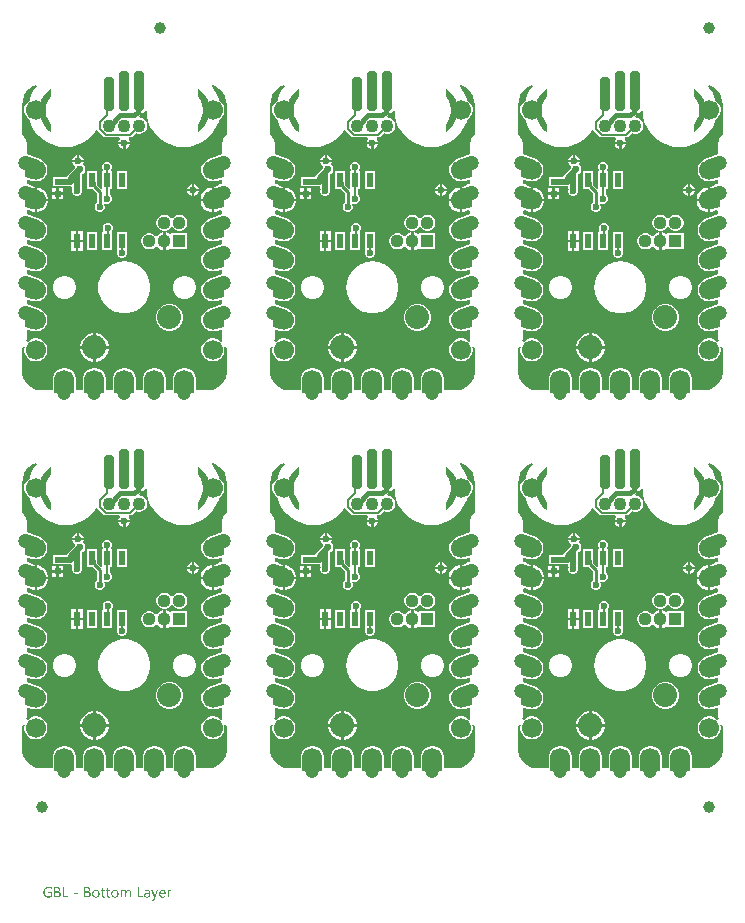
<source format=gbl>
G04*
G04 #@! TF.GenerationSoftware,Altium Limited,Altium Designer,21.9.2 (33)*
G04*
G04 Layer_Physical_Order=2*
G04 Layer_Color=16711680*
%FSAX26Y26*%
%MOIN*%
G70*
G04*
G04 #@! TF.SameCoordinates,A79AF696-8D6D-4074-B618-5125023845C1*
G04*
G04*
G04 #@! TF.FilePolarity,Positive*
G04*
G01*
G75*
%ADD19R,0.021654X0.019685*%
%ADD21C,0.019685*%
%ADD22C,0.007874*%
%ADD23C,0.009842*%
%ADD24C,0.005906*%
%ADD25C,0.039370*%
%ADD26C,0.080000*%
%ADD27C,0.066929*%
%ADD28C,0.047244*%
%ADD29R,0.043701X0.043701*%
%ADD30C,0.043701*%
%ADD31C,0.043307*%
%ADD32C,0.023622*%
G04:AMPARAMS|DCode=33|XSize=35.433mil|YSize=133.858mil|CornerRadius=13.819mil|HoleSize=0mil|Usage=FLASHONLY|Rotation=360.000|XOffset=0mil|YOffset=0mil|HoleType=Round|Shape=RoundedRectangle|*
%AMROUNDEDRECTD33*
21,1,0.035433,0.106221,0,0,360.0*
21,1,0.007795,0.133858,0,0,360.0*
1,1,0.027638,0.003898,-0.053110*
1,1,0.027638,-0.003898,-0.053110*
1,1,0.027638,-0.003898,0.053110*
1,1,0.027638,0.003898,0.053110*
%
%ADD33ROUNDEDRECTD33*%
G04:AMPARAMS|DCode=34|XSize=35.433mil|YSize=114.173mil|CornerRadius=13.819mil|HoleSize=0mil|Usage=FLASHONLY|Rotation=360.000|XOffset=0mil|YOffset=0mil|HoleType=Round|Shape=RoundedRectangle|*
%AMROUNDEDRECTD34*
21,1,0.035433,0.086535,0,0,360.0*
21,1,0.007795,0.114173,0,0,360.0*
1,1,0.027638,0.003898,-0.043268*
1,1,0.027638,-0.003898,-0.043268*
1,1,0.027638,-0.003898,0.043268*
1,1,0.027638,0.003898,0.043268*
%
%ADD34ROUNDEDRECTD34*%
%ADD35R,0.021654X0.049213*%
%ADD36C,0.015748*%
G36*
X01512094Y01917287D02*
X01522201Y01907426D01*
X01530577Y01896058D01*
X01537001Y01883484D01*
X01541304Y01870035D01*
X01543372Y01856067D01*
X01543151Y01841948D01*
X01540645Y01828051D01*
X01535922Y01814744D01*
X01529106Y01802378D01*
X01520378Y01791278D01*
X01509966Y01781739D01*
X01504057Y01777876D01*
X01504057Y01777876D01*
X01504026Y01777876D01*
X01504035Y01804198D01*
X01508271Y01808982D01*
X01515265Y01819661D01*
X01520077Y01831484D01*
X01522529Y01844011D01*
X01522528Y01856776D01*
X01520075Y01869303D01*
X01515262Y01881126D01*
X01508267Y01891804D01*
X01504030Y01896587D01*
X01504031Y01896587D01*
X01503977Y01896652D01*
X01503981Y01909448D01*
X01503981Y01910973D01*
X01504274Y01914008D01*
X01504861Y01917001D01*
X01505733Y01919922D01*
X01506309Y01921334D01*
X01512094Y01917287D01*
X01512094Y01917287D02*
G37*
G36*
X01013953Y01919922D02*
X01014825Y01917001D01*
X01015411Y01914008D01*
X01015705Y01910973D01*
X01015705Y01909448D01*
X01015709Y01896652D01*
X01015655Y01896587D01*
X01011418Y01891804D01*
X01004424Y01881126D01*
X00999610Y01869303D01*
X00997158Y01856776D01*
X00997157Y01844011D01*
X00999609Y01831484D01*
X01004421Y01819661D01*
X01011415Y01808982D01*
X01015651Y01804198D01*
X01015660Y01777876D01*
X01015629Y01777876D01*
X01015629Y01777876D01*
X01009720Y01781739D01*
X00999308Y01791278D01*
X00990580Y01802378D01*
X00983764Y01814744D01*
X00979040Y01828051D01*
X00976535Y01841948D01*
X00976313Y01856067D01*
X00978381Y01870035D01*
X00982685Y01883484D01*
X00989109Y01896058D01*
X00997485Y01907426D01*
X01007592Y01917287D01*
X01013377Y01921334D01*
X01013953Y01919922D01*
X01013953Y01919922D02*
G37*
G36*
X00685322Y01917287D02*
X00695429Y01907426D01*
X00703805Y01896058D01*
X00710230Y01883484D01*
X00714533Y01870035D01*
X00716601Y01856067D01*
X00716379Y01841948D01*
X00713874Y01828051D01*
X00709151Y01814744D01*
X00702335Y01802378D01*
X00693606Y01791278D01*
X00683195Y01781739D01*
X00677285Y01777876D01*
X00677285Y01777876D01*
X00677254Y01777876D01*
X00677263Y01804198D01*
X00681500Y01808982D01*
X00688493Y01819661D01*
X00693306Y01831484D01*
X00695757Y01844011D01*
X00695756Y01856776D01*
X00693304Y01869303D01*
X00688490Y01881126D01*
X00681496Y01891804D01*
X00677259Y01896587D01*
X00677259Y01896587D01*
X00677205Y01896652D01*
X00677210Y01909448D01*
X00677209Y01910973D01*
X00677503Y01914008D01*
X00678089Y01917001D01*
X00678962Y01919922D01*
X00679537Y01921334D01*
X00685322Y01917287D01*
X00685322Y01917287D02*
G37*
G36*
X00187181Y01919922D02*
X00188054Y01917001D01*
X00188640Y01914008D01*
X00188934Y01910973D01*
X00188933Y01909448D01*
X00188937Y01896652D01*
X00188884Y01896587D01*
X00184647Y01891804D01*
X00177652Y01881126D01*
X00172839Y01869303D01*
X00170386Y01856776D01*
X00170385Y01844011D01*
X00172837Y01831484D01*
X00177649Y01819661D01*
X00184643Y01808982D01*
X00188880Y01804198D01*
X00188888Y01777876D01*
X00188857Y01777876D01*
X00188857Y01777876D01*
X00182948Y01781739D01*
X00172537Y01791278D01*
X00163808Y01802378D01*
X00156992Y01814744D01*
X00152269Y01828051D01*
X00149763Y01841948D01*
X00149542Y01856067D01*
X00151610Y01870035D01*
X00155913Y01883484D01*
X00162337Y01896058D01*
X00170714Y01907426D01*
X00180820Y01917287D01*
X00186606Y01921334D01*
X00187181Y01919922D01*
X00187181Y01919922D02*
G37*
G36*
X-00141449Y01917287D02*
X-00131343Y01907426D01*
X-00122966Y01896058D01*
X-00116542Y01883484D01*
X-00112239Y01870035D01*
X-00110171Y01856067D01*
X-00110393Y01841948D01*
X-00112898Y01828051D01*
X-00117621Y01814744D01*
X-00124437Y01802378D01*
X-00133166Y01791278D01*
X-00143577Y01781739D01*
X-00149487Y01777876D01*
X-00149487Y01777876D01*
X-00149517Y01777876D01*
X-00149509Y01804198D01*
X-00145272Y01808982D01*
X-00138278Y01819661D01*
X-00133466Y01831484D01*
X-00131015Y01844011D01*
X-00131015Y01856776D01*
X-00133468Y01869303D01*
X-00138281Y01881126D01*
X-00145276Y01891804D01*
X-00149513Y01896587D01*
X-00149513Y01896587D01*
X-00149566Y01896652D01*
X-00149562Y01909448D01*
X-00149563Y01910973D01*
X-00149269Y01914008D01*
X-00148683Y01917001D01*
X-00147810Y01919922D01*
X-00147235Y01921334D01*
X-00141449Y01917287D01*
X-00141449Y01917287D02*
G37*
G36*
X-00639591Y01919922D02*
X-00638718Y01917001D01*
X-00638132Y01914008D01*
X-00637838Y01910973D01*
X-00637839Y01909448D01*
X-00637834Y01896652D01*
X-00637888Y01896587D01*
X-00642125Y01891804D01*
X-00649120Y01881126D01*
X-00653933Y01869303D01*
X-00656386Y01856776D01*
X-00656386Y01844011D01*
X-00653935Y01831484D01*
X-00649122Y01819661D01*
X-00642129Y01808982D01*
X-00637892Y01804198D01*
X-00637884Y01777876D01*
X-00637914Y01777876D01*
X-00637914Y01777876D01*
X-00643824Y01781739D01*
X-00654235Y01791278D01*
X-00662964Y01802378D01*
X-00669780Y01814744D01*
X-00674503Y01828051D01*
X-00677008Y01841948D01*
X-00677230Y01856067D01*
X-00675162Y01870035D01*
X-00670859Y01883484D01*
X-00664434Y01896058D01*
X-00656058Y01907426D01*
X-00645952Y01917287D01*
X-00640166Y01921334D01*
X-00639591Y01919922D01*
X-00639591Y01919922D02*
G37*
G36*
X01591733Y01689369D02*
X01588968Y01689097D01*
X01583858Y01686980D01*
X01579948Y01683070D01*
X01577832Y01677961D01*
X01577832Y01672431D01*
X01579948Y01667322D01*
X01583858Y01663411D01*
X01588968Y01661295D01*
X01591733Y01661023D01*
X01591733Y01629153D01*
X01566383Y01620057D01*
X01561347Y01634146D01*
X01564627Y01635696D01*
X01569979Y01640543D01*
X01573069Y01647069D01*
X01573425Y01654281D01*
X01570995Y01661080D01*
X01566148Y01666432D01*
X01559622Y01669522D01*
X01552410Y01669878D01*
X01548891Y01668998D01*
X01548891Y01668998D01*
X01543855Y01683091D01*
X01585513Y01697984D01*
X01586272Y01698191D01*
X01587815Y01698504D01*
X01589375Y01698713D01*
X01590946Y01698818D01*
X01591733Y01698818D01*
X01591733Y01698818D01*
X01591733Y01689369D01*
X01591733Y01689369D02*
G37*
G36*
X00764961Y01689369D02*
X00762196Y01689097D01*
X00757087Y01686980D01*
X00753176Y01683070D01*
X00751060Y01677961D01*
X00751060Y01672431D01*
X00753176Y01667322D01*
X00757087Y01663411D01*
X00762196Y01661295D01*
X00764961Y01661023D01*
X00764961Y01629153D01*
X00739611Y01620057D01*
X00734576Y01634146D01*
X00737856Y01635696D01*
X00743207Y01640543D01*
X00746297Y01647069D01*
X00746654Y01654281D01*
X00744224Y01661080D01*
X00739377Y01666432D01*
X00732850Y01669522D01*
X00725639Y01669878D01*
X00722119Y01668998D01*
X00722119Y01668998D01*
X00717083Y01683091D01*
X00758741Y01697984D01*
X00759500Y01698191D01*
X00761043Y01698504D01*
X00762603Y01698713D01*
X00764174Y01698818D01*
X00764961Y01698818D01*
X00764961Y01698818D01*
X00764961Y01689369D01*
X00764961Y01689369D02*
G37*
G36*
X-00061811Y01689369D02*
X-00064576Y01689097D01*
X-00069685Y01686980D01*
X-00073595Y01683070D01*
X-00075712Y01677961D01*
X-00075712Y01672431D01*
X-00073595Y01667322D01*
X-00069685Y01663411D01*
X-00064576Y01661295D01*
X-00061811Y01661023D01*
X-00061811Y01629153D01*
X-00087161Y01620057D01*
X-00092196Y01634146D01*
X-00088916Y01635696D01*
X-00083564Y01640543D01*
X-00080475Y01647069D01*
X-00080118Y01654281D01*
X-00082548Y01661080D01*
X-00087395Y01666432D01*
X-00093921Y01669522D01*
X-00101133Y01669878D01*
X-00104652Y01668998D01*
X-00104652Y01668998D01*
X-00109689Y01683091D01*
X-00068031Y01697984D01*
X-00067271Y01698191D01*
X-00065729Y01698504D01*
X-00064168Y01698713D01*
X-00062598Y01698818D01*
X-00061811Y01698818D01*
X-00061811Y01698818D01*
X-00061811Y01689369D01*
X-00061811Y01689369D02*
G37*
G36*
X00930311Y01698713D02*
X00931871Y01698504D01*
X00933414Y01698191D01*
X00934173Y01697984D01*
X00975831Y01683091D01*
X00970795Y01668998D01*
X00970795Y01668998D01*
X00967275Y01669878D01*
X00960064Y01669522D01*
X00953538Y01666432D01*
X00948691Y01661080D01*
X00946260Y01654281D01*
X00946617Y01647069D01*
X00949707Y01640543D01*
X00955059Y01635696D01*
X00958339Y01634146D01*
X00953303Y01620057D01*
X00927953Y01629153D01*
X00927953Y01661023D01*
X00930718Y01661295D01*
X00935827Y01663411D01*
X00939738Y01667322D01*
X00941854Y01672431D01*
X00941854Y01677961D01*
X00939738Y01683070D01*
X00935827Y01686980D01*
X00930718Y01689097D01*
X00927953Y01689369D01*
X00927953Y01698818D01*
X00928740Y01698818D01*
X00930311Y01698713D01*
X00930311Y01698713D02*
G37*
G36*
X00103539Y01698713D02*
X00105099Y01698504D01*
X00106642Y01698191D01*
X00107401Y01697984D01*
X00149060Y01683091D01*
X00144023Y01668998D01*
X00144023Y01668998D01*
X00140504Y01669878D01*
X00133292Y01669522D01*
X00126766Y01666432D01*
X00121919Y01661080D01*
X00119489Y01654281D01*
X00119846Y01647069D01*
X00122935Y01640543D01*
X00128287Y01635696D01*
X00131567Y01634146D01*
X00126532Y01620057D01*
X00101181Y01629153D01*
X00101182Y01661023D01*
X00103947Y01661295D01*
X00109056Y01663411D01*
X00112966Y01667322D01*
X00115082Y01672431D01*
X00115082Y01677961D01*
X00112966Y01683070D01*
X00109056Y01686980D01*
X00103947Y01689097D01*
X00101182Y01689369D01*
X00101181Y01698818D01*
X00101969Y01698818D01*
X00103539Y01698713D01*
X00103539Y01698713D02*
G37*
G36*
X-00723232Y01698713D02*
X-00721672Y01698504D01*
X-00720130Y01698191D01*
X-00719370Y01697984D01*
X-00677712Y01683091D01*
X-00682749Y01668998D01*
X-00682749Y01668998D01*
X-00686268Y01669878D01*
X-00693480Y01669522D01*
X-00700006Y01666432D01*
X-00704853Y01661080D01*
X-00707283Y01654281D01*
X-00706926Y01647069D01*
X-00703837Y01640543D01*
X-00698485Y01635696D01*
X-00695205Y01634146D01*
X-00700240Y01620057D01*
X-00725590Y01629153D01*
X-00725590Y01661023D01*
X-00722825Y01661295D01*
X-00717716Y01663411D01*
X-00713806Y01667322D01*
X-00711689Y01672431D01*
X-00711689Y01677961D01*
X-00713806Y01683070D01*
X-00717716Y01686980D01*
X-00722825Y01689097D01*
X-00725590Y01689369D01*
X-00725590Y01698818D01*
X-00724803Y01698818D01*
X-00723232Y01698713D01*
X-00723232Y01698713D02*
G37*
G36*
X00969072Y01929881D02*
X00963138Y01922933D01*
X00953020Y01906421D01*
X00945609Y01888530D01*
X00944612Y01884377D01*
X00940998Y01882290D01*
X00933851Y01875143D01*
X00928798Y01866390D01*
X00926182Y01856627D01*
X00926182Y01846520D01*
X00928798Y01836757D01*
X00933851Y01828004D01*
X00940998Y01820858D01*
X00943954Y01819151D01*
X00945609Y01812257D01*
X00953020Y01794366D01*
X00963138Y01777854D01*
X00975715Y01763128D01*
X00990441Y01750551D01*
X01006953Y01740432D01*
X01024844Y01733022D01*
X01043675Y01728501D01*
X01062981Y01726981D01*
X01082286Y01728501D01*
X01101117Y01733022D01*
X01119008Y01740432D01*
X01135520Y01750551D01*
X01150246Y01763128D01*
X01162823Y01777854D01*
X01165928Y01782920D01*
X01168249Y01783011D01*
X01171470Y01782394D01*
X01172945Y01780187D01*
X01190818Y01762313D01*
X01193748Y01760355D01*
X01197205Y01759668D01*
X01243190Y01759668D01*
X01245261Y01754668D01*
X01243155Y01752562D01*
X01240167Y01745348D01*
X01279519Y01745348D01*
X01276531Y01752562D01*
X01274425Y01754668D01*
X01276496Y01759668D01*
X01279331Y01759668D01*
X01282787Y01760355D01*
X01285718Y01762313D01*
X01298487Y01775082D01*
X01299585Y01774448D01*
X01306344Y01772637D01*
X01313342Y01772637D01*
X01320101Y01774448D01*
X01326160Y01777947D01*
X01331108Y01782894D01*
X01334607Y01788954D01*
X01336418Y01795713D01*
X01336418Y01802710D01*
X01334607Y01809469D01*
X01331108Y01815529D01*
X01326160Y01820477D01*
X01320101Y01823975D01*
X01313342Y01825786D01*
X01310225Y01825786D01*
X01308154Y01830786D01*
X01312895Y01835528D01*
X01315723Y01839760D01*
X01316097Y01841636D01*
X01321053Y01842622D01*
X01327252Y01846764D01*
X01328425Y01848521D01*
X01333546Y01847184D01*
X01334813Y01831087D01*
X01339334Y01812257D01*
X01346745Y01794366D01*
X01356863Y01777854D01*
X01369440Y01763128D01*
X01384166Y01750551D01*
X01400678Y01740432D01*
X01418569Y01733022D01*
X01437399Y01728501D01*
X01456705Y01726981D01*
X01476011Y01728501D01*
X01494842Y01733022D01*
X01512733Y01740432D01*
X01529245Y01750551D01*
X01543971Y01763128D01*
X01556548Y01777854D01*
X01566666Y01794366D01*
X01574077Y01812257D01*
X01575732Y01819151D01*
X01578688Y01820858D01*
X01585835Y01828004D01*
X01590888Y01836757D01*
X01593504Y01846520D01*
X01593504Y01856627D01*
X01590888Y01866390D01*
X01585835Y01875143D01*
X01578688Y01882290D01*
X01575074Y01884377D01*
X01574077Y01888530D01*
X01566666Y01906421D01*
X01556548Y01922933D01*
X01550614Y01929880D01*
X01553374Y01934347D01*
X01555423Y01933840D01*
X01563005Y01930946D01*
X01570180Y01927155D01*
X01576842Y01922522D01*
X01582895Y01917116D01*
X01588246Y01911016D01*
X01589983Y01908470D01*
X01591038Y01906211D01*
X01593561Y01899709D01*
X01595800Y01892987D01*
X01597709Y01886163D01*
X01599401Y01878739D01*
X01600764Y01870703D01*
X01601676Y01862604D01*
X01602132Y01854468D01*
X01602132Y01850393D01*
X01602132Y01770899D01*
X01601330Y01770308D01*
X01594805Y01763156D01*
X01594037Y01761885D01*
X01593093Y01760739D01*
X01588511Y01752211D01*
X01588077Y01750791D01*
X01587441Y01749450D01*
X01585078Y01740062D01*
X01585022Y01738945D01*
X01584737Y01737864D01*
X01584438Y01733024D01*
X01584489Y01732651D01*
X01584416Y01732282D01*
X01584416Y01707874D01*
X01583719Y01703000D01*
X01542061Y01688107D01*
X01541604Y01687693D01*
X01540302Y01687344D01*
X01531549Y01682290D01*
X01524402Y01675143D01*
X01519349Y01666390D01*
X01516733Y01656627D01*
X01516733Y01646520D01*
X01519349Y01636757D01*
X01524402Y01628004D01*
X01531549Y01620858D01*
X01540302Y01615804D01*
X01550065Y01613188D01*
X01560172Y01613188D01*
X01567257Y01615086D01*
X01568175Y01615041D01*
X01568178Y01615043D01*
X01568182Y01615043D01*
X01580326Y01619401D01*
X01584416Y01616523D01*
X01584416Y01605842D01*
X01579576Y01604545D01*
X01572394Y01600399D01*
X01570140Y01598145D01*
X01559056Y01594182D01*
X01559056Y01588525D01*
X01585513Y01597984D01*
X01586272Y01598191D01*
X01587815Y01598504D01*
X01589375Y01598713D01*
X01590946Y01598818D01*
X01591733Y01598818D01*
X01591733Y01598818D01*
X01591733Y01589369D01*
X01588968Y01589097D01*
X01583858Y01586980D01*
X01579948Y01583070D01*
X01577832Y01577961D01*
X01577832Y01572431D01*
X01579948Y01567322D01*
X01583858Y01563411D01*
X01588968Y01561295D01*
X01591733Y01561023D01*
X01591733Y01529153D01*
X01566383Y01520057D01*
X01561347Y01534146D01*
X01564627Y01535696D01*
X01569979Y01540543D01*
X01573069Y01547069D01*
X01573425Y01554281D01*
X01570995Y01561080D01*
X01566148Y01566432D01*
X01559622Y01569522D01*
X01559056Y01569550D01*
X01559056Y01551574D01*
X01559056Y01510235D01*
X01560561Y01510235D01*
X01571075Y01513053D01*
X01579415Y01517868D01*
X01582873Y01516582D01*
X01584415Y01515338D01*
X01584415Y01507874D01*
X01583719Y01503000D01*
X01542061Y01488107D01*
X01541604Y01487693D01*
X01540302Y01487344D01*
X01531549Y01482290D01*
X01524402Y01475143D01*
X01519349Y01466390D01*
X01516733Y01456627D01*
X01516733Y01446520D01*
X01519349Y01436757D01*
X01524402Y01428004D01*
X01531549Y01420858D01*
X01540302Y01415804D01*
X01550065Y01413188D01*
X01560172Y01413188D01*
X01567257Y01415086D01*
X01568175Y01415041D01*
X01568178Y01415043D01*
X01568182Y01415043D01*
X01580326Y01419401D01*
X01584415Y01416523D01*
X01584415Y01407874D01*
X01583719Y01403000D01*
X01542061Y01388107D01*
X01541604Y01387693D01*
X01540302Y01387344D01*
X01531549Y01382290D01*
X01524402Y01375143D01*
X01519349Y01366390D01*
X01516733Y01356627D01*
X01516733Y01346520D01*
X01519349Y01336757D01*
X01524402Y01328004D01*
X01531549Y01320858D01*
X01540302Y01315804D01*
X01550065Y01313188D01*
X01560172Y01313188D01*
X01567257Y01315086D01*
X01568175Y01315041D01*
X01568178Y01315043D01*
X01568182Y01315043D01*
X01580326Y01319401D01*
X01584415Y01316523D01*
X01584415Y01307874D01*
X01583719Y01303000D01*
X01542061Y01288107D01*
X01541604Y01287693D01*
X01540302Y01287344D01*
X01531549Y01282290D01*
X01524402Y01275143D01*
X01519349Y01266390D01*
X01516733Y01256627D01*
X01516733Y01246520D01*
X01519349Y01236757D01*
X01524402Y01228004D01*
X01531549Y01220858D01*
X01540302Y01215804D01*
X01550065Y01213188D01*
X01560172Y01213188D01*
X01567257Y01215086D01*
X01568175Y01215041D01*
X01568178Y01215043D01*
X01568182Y01215043D01*
X01580326Y01219401D01*
X01584415Y01216523D01*
X01584415Y01207874D01*
X01583719Y01203000D01*
X01542061Y01188107D01*
X01541604Y01187693D01*
X01540302Y01187344D01*
X01531549Y01182290D01*
X01524402Y01175143D01*
X01519349Y01166390D01*
X01516733Y01156627D01*
X01516733Y01146520D01*
X01519349Y01136757D01*
X01524402Y01128004D01*
X01531549Y01120858D01*
X01540302Y01115804D01*
X01550065Y01113188D01*
X01560172Y01113188D01*
X01567257Y01115086D01*
X01568175Y01115041D01*
X01568178Y01115043D01*
X01568182Y01115043D01*
X01580326Y01119401D01*
X01584415Y01116523D01*
X01584415Y01095668D01*
X01584489Y01095298D01*
X01584438Y01094925D01*
X01584738Y01090073D01*
X01585024Y01088990D01*
X01585081Y01087871D01*
X01586735Y01081314D01*
X01582225Y01078754D01*
X01578688Y01082290D01*
X01569935Y01087344D01*
X01560172Y01089960D01*
X01550065Y01089960D01*
X01540302Y01087344D01*
X01531549Y01082290D01*
X01524402Y01075143D01*
X01519349Y01066390D01*
X01516733Y01056627D01*
X01516733Y01046520D01*
X01519349Y01036757D01*
X01524402Y01028004D01*
X01531549Y01020857D01*
X01540302Y01015804D01*
X01550065Y01013188D01*
X01560172Y01013188D01*
X01569935Y01015804D01*
X01578688Y01020857D01*
X01585835Y01028004D01*
X01590888Y01036757D01*
X01593504Y01046520D01*
X01593504Y01056627D01*
X01592681Y01059700D01*
X01597194Y01062175D01*
X01601405Y01057576D01*
X01602132Y01057042D01*
X01602132Y00984251D01*
X01602132Y00981631D01*
X01601720Y00976404D01*
X01600901Y00971230D01*
X01599677Y00966133D01*
X01597245Y00958648D01*
X01592479Y00949293D01*
X01586308Y00940800D01*
X01578884Y00933376D01*
X01570391Y00927206D01*
X01561036Y00922439D01*
X01551052Y00919195D01*
X01540683Y00917553D01*
X01535434Y00917553D01*
X01498634Y00917553D01*
X01498634Y00952755D01*
X01498229Y00953734D01*
X01498229Y00957808D01*
X01495613Y00967571D01*
X01490559Y00976324D01*
X01483412Y00983471D01*
X01474659Y00988525D01*
X01464897Y00991141D01*
X01454789Y00991141D01*
X01445027Y00988525D01*
X01436274Y00983471D01*
X01429127Y00976324D01*
X01424073Y00967571D01*
X01421457Y00957808D01*
X01421457Y00953734D01*
X01421052Y00952755D01*
X01421052Y00917553D01*
X01398634Y00917553D01*
X01398634Y00952755D01*
X01398229Y00953734D01*
X01398229Y00957808D01*
X01395613Y00967571D01*
X01390559Y00976324D01*
X01383412Y00983471D01*
X01374659Y00988525D01*
X01364897Y00991141D01*
X01354789Y00991141D01*
X01345027Y00988525D01*
X01336274Y00983471D01*
X01329127Y00976324D01*
X01324073Y00967571D01*
X01321457Y00957808D01*
X01321457Y00953734D01*
X01321052Y00952755D01*
X01321052Y00917553D01*
X01298634Y00917553D01*
X01298634Y00952755D01*
X01298229Y00953734D01*
X01298229Y00957808D01*
X01295613Y00967571D01*
X01290559Y00976324D01*
X01283412Y00983471D01*
X01274659Y00988525D01*
X01264897Y00991141D01*
X01254789Y00991141D01*
X01245027Y00988525D01*
X01236274Y00983471D01*
X01229127Y00976324D01*
X01224073Y00967571D01*
X01221457Y00957808D01*
X01221457Y00953734D01*
X01221052Y00952755D01*
X01221052Y00917553D01*
X01198634Y00917553D01*
X01198634Y00952755D01*
X01198229Y00953734D01*
X01198229Y00957808D01*
X01195613Y00967571D01*
X01190559Y00976324D01*
X01183412Y00983471D01*
X01174659Y00988525D01*
X01164897Y00991141D01*
X01154789Y00991141D01*
X01145027Y00988525D01*
X01136274Y00983471D01*
X01129127Y00976324D01*
X01124073Y00967571D01*
X01121457Y00957808D01*
X01121457Y00953734D01*
X01121052Y00952755D01*
X01121052Y00917553D01*
X01098634Y00917553D01*
X01098634Y00952755D01*
X01098229Y00953734D01*
X01098229Y00957808D01*
X01095613Y00967571D01*
X01090559Y00976324D01*
X01083412Y00983471D01*
X01074659Y00988525D01*
X01064897Y00991141D01*
X01054789Y00991141D01*
X01045027Y00988525D01*
X01036274Y00983471D01*
X01029127Y00976324D01*
X01024073Y00967571D01*
X01021457Y00957808D01*
X01021457Y00953734D01*
X01021052Y00952755D01*
X01021052Y00917553D01*
X00984253Y00917553D01*
X00979003Y00917553D01*
X00968634Y00919195D01*
X00958649Y00922439D01*
X00949295Y00927205D01*
X00940801Y00933377D01*
X00933378Y00940800D01*
X00927207Y00949294D01*
X00922441Y00958648D01*
X00920819Y00963640D01*
X00920819Y00963640D01*
X00920009Y00966133D01*
X00918785Y00971230D01*
X00917966Y00976404D01*
X00917554Y00981631D01*
X00917554Y00984251D01*
X00917554Y01057042D01*
X00918281Y01057576D01*
X00922492Y01062175D01*
X00927005Y01059700D01*
X00926182Y01056627D01*
X00926182Y01046520D01*
X00928798Y01036757D01*
X00933851Y01028004D01*
X00940998Y01020857D01*
X00949751Y01015804D01*
X00959514Y01013188D01*
X00969621Y01013188D01*
X00979384Y01015804D01*
X00988137Y01020857D01*
X00995284Y01028004D01*
X01000337Y01036757D01*
X01002953Y01046520D01*
X01002953Y01056627D01*
X01000337Y01066390D01*
X00995284Y01075143D01*
X00988137Y01082290D01*
X00979384Y01087344D01*
X00969621Y01089960D01*
X00959514Y01089960D01*
X00949751Y01087344D01*
X00940998Y01082290D01*
X00937461Y01078753D01*
X00932950Y01081314D01*
X00934605Y01087871D01*
X00934662Y01088990D01*
X00934947Y01090073D01*
X00935247Y01094925D01*
X00935197Y01095299D01*
X00935270Y01095668D01*
X00935270Y01116524D01*
X00939360Y01119401D01*
X00951504Y01115043D01*
X00951508Y01115043D01*
X00951511Y01115041D01*
X00952429Y01115086D01*
X00959514Y01113188D01*
X00969621Y01113188D01*
X00979384Y01115804D01*
X00988137Y01120858D01*
X00995284Y01128004D01*
X01000337Y01136757D01*
X01002953Y01146520D01*
X01002953Y01156627D01*
X01000337Y01166390D01*
X00995284Y01175143D01*
X00988137Y01182290D01*
X00979384Y01187344D01*
X00978082Y01187693D01*
X00977625Y01188107D01*
X00935967Y01203000D01*
X00935270Y01207874D01*
X00935270Y01216524D01*
X00939360Y01219401D01*
X00951504Y01215043D01*
X00951508Y01215043D01*
X00951511Y01215041D01*
X00952429Y01215086D01*
X00959514Y01213188D01*
X00969621Y01213188D01*
X00979384Y01215804D01*
X00988137Y01220858D01*
X00995284Y01228004D01*
X01000337Y01236757D01*
X01002953Y01246520D01*
X01002953Y01256627D01*
X01000337Y01266390D01*
X00995284Y01275143D01*
X00988137Y01282290D01*
X00979384Y01287344D01*
X00978082Y01287693D01*
X00977625Y01288107D01*
X00935967Y01303000D01*
X00935270Y01307874D01*
X00935270Y01316524D01*
X00939360Y01319401D01*
X00951504Y01315043D01*
X00951508Y01315043D01*
X00951511Y01315041D01*
X00952429Y01315086D01*
X00959514Y01313188D01*
X00969621Y01313188D01*
X00979384Y01315804D01*
X00988137Y01320858D01*
X00995284Y01328004D01*
X01000337Y01336757D01*
X01002953Y01346520D01*
X01002953Y01356627D01*
X01000337Y01366390D01*
X00995284Y01375143D01*
X00988137Y01382290D01*
X00979384Y01387344D01*
X00978082Y01387693D01*
X00977625Y01388107D01*
X00935967Y01403000D01*
X00935270Y01407874D01*
X00935271Y01416523D01*
X00939360Y01419401D01*
X00951504Y01415043D01*
X00951508Y01415043D01*
X00951511Y01415041D01*
X00952429Y01415086D01*
X00959514Y01413188D01*
X00969621Y01413188D01*
X00979384Y01415804D01*
X00988137Y01420858D01*
X00995284Y01428004D01*
X01000337Y01436757D01*
X01002953Y01446520D01*
X01002953Y01456627D01*
X01000337Y01466390D01*
X00995284Y01475143D01*
X00988137Y01482290D01*
X00979384Y01487344D01*
X00978082Y01487693D01*
X00977625Y01488107D01*
X00935967Y01503000D01*
X00935271Y01507874D01*
X00935271Y01515338D01*
X00936812Y01516582D01*
X00940271Y01517868D01*
X00948611Y01513053D01*
X00959125Y01510235D01*
X00960630Y01510235D01*
X00960630Y01551574D01*
X00960630Y01569550D01*
X00960064Y01569522D01*
X00953538Y01566432D01*
X00948691Y01561080D01*
X00946260Y01554281D01*
X00946617Y01547069D01*
X00949707Y01540543D01*
X00955059Y01535696D01*
X00958339Y01534146D01*
X00953303Y01520057D01*
X00927953Y01529153D01*
X00927953Y01561023D01*
X00930718Y01561295D01*
X00935827Y01563411D01*
X00939738Y01567322D01*
X00941854Y01572431D01*
X00941854Y01577961D01*
X00939738Y01583070D01*
X00935827Y01586980D01*
X00930718Y01589097D01*
X00927953Y01589369D01*
X00927953Y01598818D01*
X00928740Y01598818D01*
X00930311Y01598713D01*
X00931871Y01598504D01*
X00933414Y01598191D01*
X00934173Y01597984D01*
X00960630Y01588525D01*
X00960630Y01594182D01*
X00949546Y01598145D01*
X00947292Y01600399D01*
X00940110Y01604545D01*
X00935271Y01605842D01*
X00935271Y01616523D01*
X00939360Y01619401D01*
X00951504Y01615043D01*
X00951508Y01615043D01*
X00951511Y01615041D01*
X00952429Y01615086D01*
X00959514Y01613188D01*
X00969621Y01613188D01*
X00979384Y01615804D01*
X00988137Y01620858D01*
X00995284Y01628004D01*
X01000337Y01636757D01*
X01002953Y01646520D01*
X01002953Y01656627D01*
X01000337Y01666390D01*
X00995284Y01675143D01*
X00988137Y01682290D01*
X00979384Y01687344D01*
X00978082Y01687693D01*
X00977625Y01688107D01*
X00935967Y01703000D01*
X00935271Y01707874D01*
X00935271Y01732282D01*
X00935197Y01732651D01*
X00935248Y01733024D01*
X00934949Y01737865D01*
X00934664Y01738946D01*
X00934608Y01740062D01*
X00932245Y01749450D01*
X00931609Y01750792D01*
X00931175Y01752211D01*
X00926593Y01760739D01*
X00925649Y01761885D01*
X00924881Y01763156D01*
X00918356Y01770308D01*
X00917625Y01770846D01*
X00917554Y01850403D01*
X00917554Y01854467D01*
X00918010Y01862604D01*
X00918922Y01870703D01*
X00920284Y01878736D01*
X00921190Y01882710D01*
X00921977Y01886163D01*
X00923886Y01892986D01*
X00926124Y01899708D01*
X00928687Y01906312D01*
X00929655Y01908485D01*
X00931388Y01910957D01*
X00936791Y01917116D01*
X00942844Y01922523D01*
X00949506Y01927155D01*
X00956681Y01930947D01*
X00964263Y01933840D01*
X00966312Y01934348D01*
X00969072Y01929881D01*
X00969072Y01929881D02*
G37*
G36*
X00142301Y01929881D02*
X00136367Y01922933D01*
X00126248Y01906421D01*
X00118837Y01888530D01*
X00117840Y01884377D01*
X00114226Y01882290D01*
X00107079Y01875143D01*
X00102026Y01866390D01*
X00099410Y01856627D01*
X00099410Y01846520D01*
X00102026Y01836757D01*
X00107079Y01828004D01*
X00114226Y01820858D01*
X00117182Y01819151D01*
X00118837Y01812257D01*
X00126248Y01794366D01*
X00136367Y01777854D01*
X00148944Y01763128D01*
X00163669Y01750551D01*
X00180181Y01740432D01*
X00198072Y01733022D01*
X00216903Y01728501D01*
X00236209Y01726981D01*
X00255515Y01728501D01*
X00274345Y01733022D01*
X00292237Y01740432D01*
X00308749Y01750551D01*
X00323474Y01763128D01*
X00336051Y01777854D01*
X00339156Y01782920D01*
X00341477Y01783011D01*
X00344698Y01782394D01*
X00346173Y01780187D01*
X00364046Y01762313D01*
X00366976Y01760355D01*
X00370433Y01759668D01*
X00416418Y01759668D01*
X00418489Y01754668D01*
X00416383Y01752562D01*
X00413395Y01745348D01*
X00452747Y01745348D01*
X00449760Y01752562D01*
X00447653Y01754668D01*
X00449724Y01759668D01*
X00452559Y01759668D01*
X00456016Y01760355D01*
X00458946Y01762313D01*
X00471715Y01775082D01*
X00472814Y01774448D01*
X00479573Y01772637D01*
X00486570Y01772637D01*
X00493329Y01774448D01*
X00499389Y01777947D01*
X00504336Y01782894D01*
X00507835Y01788954D01*
X00509646Y01795713D01*
X00509646Y01802710D01*
X00507835Y01809469D01*
X00504336Y01815529D01*
X00499389Y01820477D01*
X00493329Y01823975D01*
X00486570Y01825786D01*
X00483454Y01825786D01*
X00481382Y01830786D01*
X00486124Y01835528D01*
X00488952Y01839760D01*
X00489325Y01841636D01*
X00494281Y01842622D01*
X00500480Y01846764D01*
X00501654Y01848521D01*
X00506774Y01847184D01*
X00508041Y01831087D01*
X00512562Y01812257D01*
X00519973Y01794366D01*
X00530091Y01777854D01*
X00542668Y01763128D01*
X00557394Y01750551D01*
X00573906Y01740432D01*
X00591797Y01733022D01*
X00610628Y01728501D01*
X00629934Y01726981D01*
X00649240Y01728501D01*
X00668070Y01733022D01*
X00685962Y01740432D01*
X00702473Y01750551D01*
X00717199Y01763128D01*
X00729776Y01777854D01*
X00739894Y01794366D01*
X00747305Y01812257D01*
X00748961Y01819151D01*
X00751916Y01820858D01*
X00759063Y01828004D01*
X00764117Y01836757D01*
X00766733Y01846520D01*
X00766733Y01856627D01*
X00764117Y01866390D01*
X00759063Y01875143D01*
X00751916Y01882290D01*
X00748303Y01884377D01*
X00747305Y01888530D01*
X00739894Y01906421D01*
X00729776Y01922933D01*
X00723842Y01929880D01*
X00726603Y01934347D01*
X00728651Y01933840D01*
X00736233Y01930946D01*
X00743408Y01927155D01*
X00750071Y01922522D01*
X00756123Y01917116D01*
X00761475Y01911016D01*
X00763211Y01908470D01*
X00764266Y01906211D01*
X00766789Y01899709D01*
X00769028Y01892987D01*
X00770937Y01886163D01*
X00772629Y01878739D01*
X00773993Y01870703D01*
X00774904Y01862604D01*
X00775360Y01854468D01*
X00775360Y01850393D01*
X00775360Y01770899D01*
X00774558Y01770308D01*
X00768033Y01763156D01*
X00767266Y01761885D01*
X00766322Y01760739D01*
X00761739Y01752211D01*
X00761305Y01750791D01*
X00760669Y01749450D01*
X00758307Y01740062D01*
X00758250Y01738945D01*
X00757965Y01737864D01*
X00757667Y01733024D01*
X00757717Y01732651D01*
X00757644Y01732282D01*
X00757644Y01707874D01*
X00756948Y01703000D01*
X00715290Y01688107D01*
X00714833Y01687693D01*
X00713530Y01687344D01*
X00704778Y01682290D01*
X00697631Y01675143D01*
X00692577Y01666390D01*
X00689961Y01656627D01*
X00689961Y01646520D01*
X00692577Y01636757D01*
X00697631Y01628004D01*
X00704778Y01620858D01*
X00713530Y01615804D01*
X00723293Y01613188D01*
X00733400Y01613188D01*
X00740485Y01615086D01*
X00741404Y01615041D01*
X00741406Y01615043D01*
X00741410Y01615043D01*
X00753554Y01619401D01*
X00757644Y01616523D01*
X00757644Y01605842D01*
X00752804Y01604545D01*
X00745622Y01600399D01*
X00743368Y01598145D01*
X00732284Y01594182D01*
X00732284Y01588525D01*
X00758741Y01597984D01*
X00759500Y01598191D01*
X00761043Y01598504D01*
X00762603Y01598713D01*
X00764174Y01598818D01*
X00764961Y01598818D01*
X00764961Y01598818D01*
X00764961Y01589369D01*
X00762196Y01589097D01*
X00757087Y01586980D01*
X00753176Y01583070D01*
X00751060Y01577961D01*
X00751060Y01572431D01*
X00753176Y01567322D01*
X00757087Y01563411D01*
X00762196Y01561295D01*
X00764961Y01561023D01*
X00764961Y01529153D01*
X00739611Y01520057D01*
X00734576Y01534146D01*
X00737856Y01535696D01*
X00743207Y01540543D01*
X00746297Y01547069D01*
X00746654Y01554281D01*
X00744224Y01561080D01*
X00739377Y01566432D01*
X00732850Y01569522D01*
X00732284Y01569550D01*
X00732284Y01551574D01*
X00732284Y01510235D01*
X00733789Y01510235D01*
X00744303Y01513053D01*
X00752644Y01517868D01*
X00756102Y01516582D01*
X00757644Y01515338D01*
X00757644Y01507874D01*
X00756948Y01503000D01*
X00715290Y01488107D01*
X00714833Y01487693D01*
X00713530Y01487344D01*
X00704778Y01482290D01*
X00697631Y01475143D01*
X00692577Y01466390D01*
X00689961Y01456627D01*
X00689961Y01446520D01*
X00692577Y01436757D01*
X00697631Y01428004D01*
X00704778Y01420858D01*
X00713530Y01415804D01*
X00723293Y01413188D01*
X00733400Y01413188D01*
X00740485Y01415086D01*
X00741404Y01415041D01*
X00741406Y01415043D01*
X00741410Y01415043D01*
X00753554Y01419401D01*
X00757644Y01416523D01*
X00757644Y01407874D01*
X00756948Y01403000D01*
X00715290Y01388107D01*
X00714833Y01387693D01*
X00713530Y01387344D01*
X00704778Y01382290D01*
X00697631Y01375143D01*
X00692577Y01366390D01*
X00689961Y01356627D01*
X00689961Y01346520D01*
X00692577Y01336757D01*
X00697631Y01328004D01*
X00704778Y01320858D01*
X00713530Y01315804D01*
X00723293Y01313188D01*
X00733400Y01313188D01*
X00740485Y01315086D01*
X00741404Y01315041D01*
X00741406Y01315043D01*
X00741410Y01315043D01*
X00753554Y01319401D01*
X00757644Y01316523D01*
X00757644Y01307874D01*
X00756948Y01303000D01*
X00715290Y01288107D01*
X00714833Y01287693D01*
X00713530Y01287344D01*
X00704778Y01282290D01*
X00697631Y01275143D01*
X00692577Y01266390D01*
X00689961Y01256627D01*
X00689961Y01246520D01*
X00692577Y01236757D01*
X00697631Y01228004D01*
X00704778Y01220858D01*
X00713530Y01215804D01*
X00723293Y01213188D01*
X00733400Y01213188D01*
X00740485Y01215086D01*
X00741404Y01215041D01*
X00741406Y01215043D01*
X00741410Y01215043D01*
X00753554Y01219401D01*
X00757644Y01216523D01*
X00757644Y01207874D01*
X00756948Y01203000D01*
X00715290Y01188107D01*
X00714833Y01187693D01*
X00713530Y01187344D01*
X00704778Y01182290D01*
X00697631Y01175143D01*
X00692577Y01166390D01*
X00689961Y01156627D01*
X00689961Y01146520D01*
X00692577Y01136757D01*
X00697631Y01128004D01*
X00704778Y01120858D01*
X00713530Y01115804D01*
X00723293Y01113188D01*
X00733400Y01113188D01*
X00740485Y01115086D01*
X00741404Y01115041D01*
X00741406Y01115043D01*
X00741410Y01115043D01*
X00753554Y01119401D01*
X00757644Y01116523D01*
X00757644Y01095668D01*
X00757717Y01095298D01*
X00757667Y01094925D01*
X00757967Y01090073D01*
X00758253Y01088990D01*
X00758309Y01087871D01*
X00759964Y01081314D01*
X00755453Y01078754D01*
X00751916Y01082290D01*
X00743163Y01087344D01*
X00733400Y01089960D01*
X00723293Y01089960D01*
X00713530Y01087344D01*
X00704778Y01082290D01*
X00697631Y01075143D01*
X00692577Y01066390D01*
X00689961Y01056627D01*
X00689961Y01046520D01*
X00692577Y01036757D01*
X00697631Y01028004D01*
X00704778Y01020857D01*
X00713530Y01015804D01*
X00723293Y01013188D01*
X00733400Y01013188D01*
X00743163Y01015804D01*
X00751916Y01020857D01*
X00759063Y01028004D01*
X00764117Y01036757D01*
X00766733Y01046520D01*
X00766733Y01056627D01*
X00765909Y01059700D01*
X00770423Y01062175D01*
X00774633Y01057576D01*
X00775360Y01057042D01*
X00775360Y00984251D01*
X00775360Y00981631D01*
X00774949Y00976404D01*
X00774129Y00971230D01*
X00772905Y00966133D01*
X00770473Y00958648D01*
X00765707Y00949293D01*
X00759536Y00940800D01*
X00752112Y00933376D01*
X00743619Y00927206D01*
X00734265Y00922439D01*
X00724280Y00919195D01*
X00713911Y00917553D01*
X00708662Y00917553D01*
X00671863Y00917553D01*
X00671863Y00952755D01*
X00671457Y00953734D01*
X00671457Y00957808D01*
X00668841Y00967571D01*
X00663788Y00976324D01*
X00656641Y00983471D01*
X00647888Y00988525D01*
X00638125Y00991141D01*
X00628018Y00991141D01*
X00618255Y00988525D01*
X00609502Y00983471D01*
X00602355Y00976324D01*
X00597302Y00967571D01*
X00594686Y00957808D01*
X00594686Y00953734D01*
X00594280Y00952755D01*
X00594280Y00917553D01*
X00571863Y00917553D01*
X00571863Y00952755D01*
X00571457Y00953734D01*
X00571457Y00957808D01*
X00568841Y00967571D01*
X00563788Y00976324D01*
X00556641Y00983471D01*
X00547888Y00988525D01*
X00538125Y00991141D01*
X00528018Y00991141D01*
X00518255Y00988525D01*
X00509502Y00983471D01*
X00502355Y00976324D01*
X00497301Y00967571D01*
X00494685Y00957808D01*
X00494685Y00953734D01*
X00494280Y00952755D01*
X00494280Y00917553D01*
X00471863Y00917553D01*
X00471863Y00952755D01*
X00471457Y00953734D01*
X00471457Y00957808D01*
X00468841Y00967571D01*
X00463788Y00976324D01*
X00456641Y00983471D01*
X00447888Y00988525D01*
X00438125Y00991141D01*
X00428018Y00991141D01*
X00418255Y00988525D01*
X00409502Y00983471D01*
X00402355Y00976324D01*
X00397301Y00967571D01*
X00394685Y00957808D01*
X00394685Y00953734D01*
X00394280Y00952755D01*
X00394280Y00917553D01*
X00371863Y00917553D01*
X00371863Y00952755D01*
X00371457Y00953734D01*
X00371457Y00957808D01*
X00368841Y00967571D01*
X00363788Y00976324D01*
X00356641Y00983471D01*
X00347888Y00988525D01*
X00338125Y00991141D01*
X00328018Y00991141D01*
X00318255Y00988525D01*
X00309502Y00983471D01*
X00302355Y00976324D01*
X00297301Y00967571D01*
X00294685Y00957808D01*
X00294685Y00953734D01*
X00294280Y00952755D01*
X00294280Y00917553D01*
X00271863Y00917553D01*
X00271863Y00952755D01*
X00271457Y00953734D01*
X00271457Y00957808D01*
X00268841Y00967571D01*
X00263788Y00976324D01*
X00256641Y00983471D01*
X00247888Y00988525D01*
X00238125Y00991141D01*
X00228018Y00991141D01*
X00218255Y00988525D01*
X00209502Y00983471D01*
X00202355Y00976324D01*
X00197302Y00967571D01*
X00194685Y00957808D01*
X00194685Y00953734D01*
X00194280Y00952755D01*
X00194280Y00917553D01*
X00157481Y00917553D01*
X00152231Y00917553D01*
X00141862Y00919195D01*
X00131878Y00922439D01*
X00122524Y00927205D01*
X00114029Y00933377D01*
X00106606Y00940800D01*
X00100435Y00949294D01*
X00095669Y00958648D01*
X00094047Y00963640D01*
X00094047Y00963640D01*
X00093237Y00966133D01*
X00092013Y00971230D01*
X00091194Y00976404D01*
X00090782Y00981631D01*
X00090782Y00984251D01*
X00090782Y01057042D01*
X00091510Y01057576D01*
X00095720Y01062175D01*
X00100233Y01059700D01*
X00099410Y01056627D01*
X00099410Y01046520D01*
X00102026Y01036757D01*
X00107079Y01028004D01*
X00114226Y01020857D01*
X00122979Y01015804D01*
X00132742Y01013188D01*
X00142849Y01013188D01*
X00152612Y01015804D01*
X00161365Y01020857D01*
X00168512Y01028004D01*
X00173565Y01036757D01*
X00176181Y01046520D01*
X00176181Y01056627D01*
X00173565Y01066390D01*
X00168512Y01075143D01*
X00161365Y01082290D01*
X00152612Y01087344D01*
X00142849Y01089960D01*
X00132742Y01089960D01*
X00122979Y01087344D01*
X00114226Y01082290D01*
X00110689Y01078753D01*
X00106179Y01081314D01*
X00107833Y01087871D01*
X00107890Y01088990D01*
X00108176Y01090073D01*
X00108476Y01094925D01*
X00108425Y01095299D01*
X00108499Y01095668D01*
X00108499Y01116524D01*
X00112588Y01119401D01*
X00124733Y01115043D01*
X00124736Y01115043D01*
X00124739Y01115041D01*
X00125657Y01115086D01*
X00132742Y01113188D01*
X00142849Y01113188D01*
X00152612Y01115804D01*
X00161365Y01120858D01*
X00168512Y01128004D01*
X00173565Y01136757D01*
X00176181Y01146520D01*
X00176181Y01156627D01*
X00173565Y01166390D01*
X00168512Y01175143D01*
X00161365Y01182290D01*
X00152612Y01187344D01*
X00151310Y01187693D01*
X00150853Y01188107D01*
X00109195Y01203000D01*
X00108499Y01207874D01*
X00108499Y01216524D01*
X00112588Y01219401D01*
X00124733Y01215043D01*
X00124736Y01215043D01*
X00124739Y01215041D01*
X00125657Y01215086D01*
X00132742Y01213188D01*
X00142849Y01213188D01*
X00152612Y01215804D01*
X00161365Y01220858D01*
X00168512Y01228004D01*
X00173565Y01236757D01*
X00176181Y01246520D01*
X00176181Y01256627D01*
X00173565Y01266390D01*
X00168512Y01275143D01*
X00161365Y01282290D01*
X00152612Y01287344D01*
X00151310Y01287693D01*
X00150853Y01288107D01*
X00109195Y01303000D01*
X00108499Y01307874D01*
X00108499Y01316524D01*
X00112588Y01319401D01*
X00124733Y01315043D01*
X00124736Y01315043D01*
X00124739Y01315041D01*
X00125657Y01315086D01*
X00132742Y01313188D01*
X00142849Y01313188D01*
X00152612Y01315804D01*
X00161365Y01320858D01*
X00168512Y01328004D01*
X00173565Y01336757D01*
X00176181Y01346520D01*
X00176181Y01356627D01*
X00173565Y01366390D01*
X00168512Y01375143D01*
X00161365Y01382290D01*
X00152612Y01387344D01*
X00151310Y01387693D01*
X00150853Y01388107D01*
X00109195Y01403000D01*
X00108499Y01407874D01*
X00108499Y01416523D01*
X00112588Y01419401D01*
X00124733Y01415043D01*
X00124736Y01415043D01*
X00124739Y01415041D01*
X00125657Y01415086D01*
X00132742Y01413188D01*
X00142849Y01413188D01*
X00152612Y01415804D01*
X00161365Y01420858D01*
X00168512Y01428004D01*
X00173565Y01436757D01*
X00176181Y01446520D01*
X00176181Y01456627D01*
X00173565Y01466390D01*
X00168512Y01475143D01*
X00161365Y01482290D01*
X00152612Y01487344D01*
X00151310Y01487693D01*
X00150853Y01488107D01*
X00109195Y01503000D01*
X00108499Y01507874D01*
X00108499Y01515338D01*
X00110041Y01516582D01*
X00113499Y01517868D01*
X00121840Y01513053D01*
X00132353Y01510235D01*
X00133859Y01510235D01*
X00133859Y01551574D01*
X00133859Y01569550D01*
X00133292Y01569522D01*
X00126766Y01566432D01*
X00121919Y01561080D01*
X00119489Y01554281D01*
X00119846Y01547069D01*
X00122935Y01540543D01*
X00128287Y01535696D01*
X00131567Y01534146D01*
X00126532Y01520057D01*
X00101181Y01529153D01*
X00101182Y01561023D01*
X00103947Y01561295D01*
X00109056Y01563411D01*
X00112966Y01567322D01*
X00115082Y01572431D01*
X00115082Y01577961D01*
X00112966Y01583070D01*
X00109056Y01586980D01*
X00103947Y01589097D01*
X00101182Y01589369D01*
X00101181Y01598818D01*
X00101969Y01598818D01*
X00103539Y01598713D01*
X00105099Y01598504D01*
X00106642Y01598191D01*
X00107401Y01597984D01*
X00133859Y01588525D01*
X00133859Y01594182D01*
X00122774Y01598145D01*
X00120520Y01600399D01*
X00113338Y01604545D01*
X00108499Y01605842D01*
X00108499Y01616523D01*
X00112588Y01619401D01*
X00124733Y01615043D01*
X00124736Y01615043D01*
X00124739Y01615041D01*
X00125657Y01615086D01*
X00132742Y01613188D01*
X00142849Y01613188D01*
X00152612Y01615804D01*
X00161365Y01620858D01*
X00168512Y01628004D01*
X00173565Y01636757D01*
X00176181Y01646520D01*
X00176181Y01656627D01*
X00173565Y01666390D01*
X00168512Y01675143D01*
X00161365Y01682290D01*
X00152612Y01687344D01*
X00151310Y01687693D01*
X00150853Y01688107D01*
X00109195Y01703000D01*
X00108499Y01707874D01*
X00108499Y01732282D01*
X00108426Y01732651D01*
X00108476Y01733024D01*
X00108177Y01737865D01*
X00107892Y01738946D01*
X00107836Y01740062D01*
X00105473Y01749450D01*
X00104837Y01750792D01*
X00104403Y01752211D01*
X00099821Y01760739D01*
X00098877Y01761885D01*
X00098109Y01763156D01*
X00091584Y01770308D01*
X00090853Y01770846D01*
X00090782Y01850403D01*
X00090782Y01854467D01*
X00091239Y01862604D01*
X00092150Y01870703D01*
X00093513Y01878736D01*
X00094418Y01882710D01*
X00095205Y01886163D01*
X00097114Y01892986D01*
X00099353Y01899708D01*
X00101916Y01906312D01*
X00102883Y01908485D01*
X00104616Y01910957D01*
X00110020Y01917116D01*
X00116072Y01922523D01*
X00122734Y01927155D01*
X00129909Y01930947D01*
X00137491Y01933840D01*
X00139540Y01934348D01*
X00142301Y01929881D01*
X00142301Y01929881D02*
G37*
G36*
X-00684471Y01929881D02*
X-00690405Y01922933D01*
X-00700524Y01906421D01*
X-00707934Y01888530D01*
X-00708932Y01884377D01*
X-00712545Y01882290D01*
X-00719692Y01875143D01*
X-00724746Y01866390D01*
X-00727362Y01856627D01*
X-00727362Y01846520D01*
X-00724746Y01836757D01*
X-00719692Y01828004D01*
X-00712545Y01820858D01*
X-00709590Y01819151D01*
X-00707934Y01812257D01*
X-00700524Y01794366D01*
X-00690405Y01777854D01*
X-00677828Y01763128D01*
X-00663102Y01750551D01*
X-00646591Y01740432D01*
X-00628699Y01733022D01*
X-00609869Y01728501D01*
X-00590563Y01726981D01*
X-00571257Y01728501D01*
X-00552426Y01733022D01*
X-00534535Y01740432D01*
X-00518023Y01750551D01*
X-00503297Y01763128D01*
X-00490721Y01777854D01*
X-00487615Y01782920D01*
X-00485295Y01783011D01*
X-00482074Y01782394D01*
X-00480599Y01780187D01*
X-00462725Y01762313D01*
X-00459795Y01760355D01*
X-00456339Y01759668D01*
X-00410353Y01759668D01*
X-00408282Y01754668D01*
X-00410389Y01752562D01*
X-00413377Y01745348D01*
X-00374024Y01745348D01*
X-00377012Y01752562D01*
X-00379118Y01754668D01*
X-00377047Y01759668D01*
X-00374212Y01759668D01*
X-00370756Y01760355D01*
X-00367826Y01762313D01*
X-00355057Y01775082D01*
X-00353958Y01774448D01*
X-00347199Y01772637D01*
X-00340202Y01772637D01*
X-00333443Y01774448D01*
X-00327383Y01777947D01*
X-00322435Y01782894D01*
X-00318937Y01788954D01*
X-00317126Y01795713D01*
X-00317126Y01802710D01*
X-00318937Y01809469D01*
X-00322435Y01815529D01*
X-00327383Y01820477D01*
X-00333443Y01823975D01*
X-00340202Y01825786D01*
X-00343318Y01825786D01*
X-00345389Y01830786D01*
X-00340648Y01835528D01*
X-00337820Y01839760D01*
X-00337447Y01841636D01*
X-00332491Y01842622D01*
X-00326292Y01846764D01*
X-00325118Y01848521D01*
X-00319997Y01847184D01*
X-00318731Y01831087D01*
X-00314210Y01812257D01*
X-00306799Y01794366D01*
X-00296680Y01777854D01*
X-00284103Y01763128D01*
X-00269378Y01750551D01*
X-00252866Y01740432D01*
X-00234974Y01733022D01*
X-00216144Y01728501D01*
X-00196838Y01726981D01*
X-00177532Y01728501D01*
X-00158702Y01733022D01*
X-00140810Y01740432D01*
X-00124298Y01750551D01*
X-00109573Y01763128D01*
X-00096996Y01777854D01*
X-00086877Y01794366D01*
X-00079466Y01812257D01*
X-00077811Y01819151D01*
X-00074855Y01820858D01*
X-00067709Y01828004D01*
X-00062655Y01836757D01*
X-00060039Y01846520D01*
X-00060039Y01856627D01*
X-00062655Y01866390D01*
X-00067709Y01875143D01*
X-00074855Y01882290D01*
X-00078469Y01884377D01*
X-00079466Y01888530D01*
X-00086877Y01906421D01*
X-00096996Y01922933D01*
X-00102929Y01929880D01*
X-00100169Y01934347D01*
X-00098121Y01933840D01*
X-00090539Y01930946D01*
X-00083364Y01927155D01*
X-00076701Y01922522D01*
X-00070649Y01917116D01*
X-00065297Y01911016D01*
X-00063561Y01908470D01*
X-00062505Y01906211D01*
X-00059982Y01899709D01*
X-00057744Y01892987D01*
X-00055835Y01886163D01*
X-00054142Y01878739D01*
X-00052779Y01870703D01*
X-00051868Y01862604D01*
X-00051412Y01854468D01*
X-00051412Y01850393D01*
X-00051411Y01770899D01*
X-00052214Y01770308D01*
X-00058739Y01763156D01*
X-00059506Y01761885D01*
X-00060450Y01760739D01*
X-00065032Y01752211D01*
X-00065466Y01750791D01*
X-00066103Y01749450D01*
X-00068465Y01740062D01*
X-00068521Y01738945D01*
X-00068806Y01737864D01*
X-00069105Y01733024D01*
X-00069055Y01732651D01*
X-00069128Y01732282D01*
X-00069128Y01707874D01*
X-00069824Y01703000D01*
X-00111482Y01688107D01*
X-00111939Y01687693D01*
X-00113241Y01687344D01*
X-00121994Y01682290D01*
X-00129141Y01675143D01*
X-00134195Y01666390D01*
X-00136811Y01656627D01*
X-00136811Y01646520D01*
X-00134195Y01636757D01*
X-00129141Y01628004D01*
X-00121994Y01620858D01*
X-00113241Y01615804D01*
X-00103478Y01613188D01*
X-00093371Y01613188D01*
X-00086287Y01615086D01*
X-00085368Y01615041D01*
X-00085365Y01615043D01*
X-00085362Y01615043D01*
X-00073217Y01619401D01*
X-00069128Y01616523D01*
X-00069128Y01605842D01*
X-00073968Y01604545D01*
X-00081150Y01600399D01*
X-00083403Y01598145D01*
X-00094488Y01594182D01*
X-00094488Y01588525D01*
X-00068031Y01597984D01*
X-00067271Y01598191D01*
X-00065729Y01598504D01*
X-00064168Y01598713D01*
X-00062598Y01598818D01*
X-00061811Y01598818D01*
X-00061811Y01598818D01*
X-00061811Y01589369D01*
X-00064576Y01589097D01*
X-00069685Y01586980D01*
X-00073595Y01583070D01*
X-00075712Y01577961D01*
X-00075712Y01572431D01*
X-00073595Y01567322D01*
X-00069685Y01563411D01*
X-00064576Y01561295D01*
X-00061811Y01561023D01*
X-00061811Y01529153D01*
X-00087161Y01520057D01*
X-00092196Y01534146D01*
X-00088916Y01535696D01*
X-00083564Y01540543D01*
X-00080475Y01547069D01*
X-00080118Y01554281D01*
X-00082548Y01561080D01*
X-00087395Y01566432D01*
X-00093921Y01569522D01*
X-00094488Y01569550D01*
X-00094488Y01551574D01*
X-00094488Y01510235D01*
X-00092983Y01510235D01*
X-00082469Y01513053D01*
X-00074128Y01517868D01*
X-00070670Y01516582D01*
X-00069128Y01515338D01*
X-00069128Y01507874D01*
X-00069824Y01503000D01*
X-00111482Y01488107D01*
X-00111939Y01487693D01*
X-00113241Y01487344D01*
X-00121994Y01482290D01*
X-00129141Y01475143D01*
X-00134195Y01466390D01*
X-00136811Y01456627D01*
X-00136811Y01446520D01*
X-00134195Y01436757D01*
X-00129141Y01428004D01*
X-00121994Y01420858D01*
X-00113241Y01415804D01*
X-00103478Y01413188D01*
X-00093371Y01413188D01*
X-00086287Y01415086D01*
X-00085368Y01415041D01*
X-00085365Y01415043D01*
X-00085362Y01415043D01*
X-00073217Y01419401D01*
X-00069128Y01416523D01*
X-00069128Y01407874D01*
X-00069824Y01403000D01*
X-00111482Y01388107D01*
X-00111939Y01387693D01*
X-00113241Y01387344D01*
X-00121994Y01382290D01*
X-00129141Y01375143D01*
X-00134195Y01366390D01*
X-00136811Y01356627D01*
X-00136811Y01346520D01*
X-00134195Y01336757D01*
X-00129141Y01328004D01*
X-00121994Y01320858D01*
X-00113241Y01315804D01*
X-00103478Y01313188D01*
X-00093371Y01313188D01*
X-00086287Y01315086D01*
X-00085368Y01315041D01*
X-00085365Y01315043D01*
X-00085362Y01315043D01*
X-00073217Y01319401D01*
X-00069128Y01316523D01*
X-00069128Y01307874D01*
X-00069824Y01303000D01*
X-00111482Y01288107D01*
X-00111939Y01287693D01*
X-00113241Y01287344D01*
X-00121994Y01282290D01*
X-00129141Y01275143D01*
X-00134195Y01266390D01*
X-00136811Y01256627D01*
X-00136811Y01246520D01*
X-00134195Y01236757D01*
X-00129141Y01228004D01*
X-00121994Y01220858D01*
X-00113241Y01215804D01*
X-00103478Y01213188D01*
X-00093371Y01213188D01*
X-00086287Y01215086D01*
X-00085368Y01215041D01*
X-00085365Y01215043D01*
X-00085362Y01215043D01*
X-00073217Y01219401D01*
X-00069128Y01216523D01*
X-00069128Y01207874D01*
X-00069824Y01203000D01*
X-00111482Y01188107D01*
X-00111939Y01187693D01*
X-00113241Y01187344D01*
X-00121994Y01182290D01*
X-00129141Y01175143D01*
X-00134195Y01166390D01*
X-00136811Y01156627D01*
X-00136811Y01146520D01*
X-00134195Y01136757D01*
X-00129141Y01128004D01*
X-00121994Y01120858D01*
X-00113241Y01115804D01*
X-00103478Y01113188D01*
X-00093371Y01113188D01*
X-00086287Y01115086D01*
X-00085368Y01115041D01*
X-00085365Y01115043D01*
X-00085362Y01115043D01*
X-00073217Y01119401D01*
X-00069128Y01116523D01*
X-00069128Y01095668D01*
X-00069055Y01095298D01*
X-00069105Y01094925D01*
X-00068805Y01090073D01*
X-00068519Y01088990D01*
X-00068462Y01087871D01*
X-00066808Y01081314D01*
X-00071319Y01078754D01*
X-00074855Y01082290D01*
X-00083608Y01087344D01*
X-00093371Y01089960D01*
X-00103478Y01089960D01*
X-00113241Y01087344D01*
X-00121994Y01082290D01*
X-00129141Y01075143D01*
X-00134195Y01066390D01*
X-00136811Y01056627D01*
X-00136811Y01046520D01*
X-00134195Y01036757D01*
X-00129141Y01028004D01*
X-00121994Y01020857D01*
X-00113241Y01015804D01*
X-00103478Y01013188D01*
X-00093371Y01013188D01*
X-00083608Y01015804D01*
X-00074855Y01020857D01*
X-00067709Y01028004D01*
X-00062655Y01036757D01*
X-00060039Y01046520D01*
X-00060039Y01056627D01*
X-00060862Y01059700D01*
X-00056349Y01062175D01*
X-00052139Y01057576D01*
X-00051412Y01057042D01*
X-00051412Y00984251D01*
X-00051412Y00981631D01*
X-00051823Y00976404D01*
X-00052643Y00971230D01*
X-00053866Y00966133D01*
X-00056298Y00958648D01*
X-00061065Y00949293D01*
X-00067236Y00940800D01*
X-00074659Y00933376D01*
X-00083153Y00927206D01*
X-00092507Y00922439D01*
X-00102492Y00919195D01*
X-00112861Y00917553D01*
X-00118110Y00917553D01*
X-00154909Y00917553D01*
X-00154909Y00952755D01*
X-00155315Y00953734D01*
X-00155315Y00957808D01*
X-00157931Y00967571D01*
X-00162984Y00976324D01*
X-00170131Y00983471D01*
X-00178884Y00988525D01*
X-00188647Y00991141D01*
X-00198754Y00991141D01*
X-00208517Y00988525D01*
X-00217270Y00983471D01*
X-00224417Y00976324D01*
X-00229470Y00967571D01*
X-00232086Y00957808D01*
X-00232086Y00953734D01*
X-00232492Y00952755D01*
X-00232492Y00917553D01*
X-00254909Y00917553D01*
X-00254909Y00952755D01*
X-00255315Y00953734D01*
X-00255315Y00957808D01*
X-00257931Y00967571D01*
X-00262984Y00976324D01*
X-00270131Y00983471D01*
X-00278884Y00988525D01*
X-00288647Y00991141D01*
X-00298754Y00991141D01*
X-00308517Y00988525D01*
X-00317270Y00983471D01*
X-00324417Y00976324D01*
X-00329470Y00967571D01*
X-00332086Y00957808D01*
X-00332086Y00953734D01*
X-00332492Y00952755D01*
X-00332492Y00917553D01*
X-00354909Y00917553D01*
X-00354909Y00952755D01*
X-00355315Y00953734D01*
X-00355315Y00957808D01*
X-00357931Y00967571D01*
X-00362984Y00976324D01*
X-00370131Y00983471D01*
X-00378884Y00988525D01*
X-00388647Y00991141D01*
X-00398754Y00991141D01*
X-00408517Y00988525D01*
X-00417270Y00983471D01*
X-00424417Y00976324D01*
X-00429470Y00967571D01*
X-00432086Y00957808D01*
X-00432086Y00953734D01*
X-00432492Y00952755D01*
X-00432492Y00917553D01*
X-00454909Y00917553D01*
X-00454909Y00952755D01*
X-00455315Y00953734D01*
X-00455315Y00957808D01*
X-00457931Y00967571D01*
X-00462984Y00976324D01*
X-00470131Y00983471D01*
X-00478884Y00988525D01*
X-00488647Y00991141D01*
X-00498754Y00991141D01*
X-00508517Y00988525D01*
X-00517270Y00983471D01*
X-00524417Y00976324D01*
X-00529470Y00967571D01*
X-00532086Y00957808D01*
X-00532086Y00953734D01*
X-00532492Y00952755D01*
X-00532492Y00917553D01*
X-00554909Y00917553D01*
X-00554909Y00952755D01*
X-00555315Y00953734D01*
X-00555315Y00957808D01*
X-00557931Y00967571D01*
X-00562984Y00976324D01*
X-00570131Y00983471D01*
X-00578884Y00988525D01*
X-00588647Y00991141D01*
X-00598754Y00991141D01*
X-00608517Y00988525D01*
X-00617270Y00983471D01*
X-00624417Y00976324D01*
X-00629470Y00967571D01*
X-00632086Y00957808D01*
X-00632086Y00953734D01*
X-00632492Y00952755D01*
X-00632492Y00917553D01*
X-00669291Y00917553D01*
X-00674540Y00917553D01*
X-00684909Y00919195D01*
X-00694894Y00922439D01*
X-00704248Y00927205D01*
X-00712742Y00933377D01*
X-00720165Y00940800D01*
X-00726337Y00949294D01*
X-00731103Y00958648D01*
X-00732725Y00963640D01*
X-00732725Y00963640D01*
X-00733535Y00966133D01*
X-00734758Y00971230D01*
X-00735578Y00976404D01*
X-00735989Y00981631D01*
X-00735989Y00984251D01*
X-00735989Y01057042D01*
X-00735262Y01057576D01*
X-00731052Y01062175D01*
X-00726538Y01059700D01*
X-00727362Y01056627D01*
X-00727362Y01046520D01*
X-00724746Y01036757D01*
X-00719692Y01028004D01*
X-00712545Y01020857D01*
X-00703792Y01015804D01*
X-00694030Y01013188D01*
X-00683922Y01013188D01*
X-00674160Y01015804D01*
X-00665407Y01020857D01*
X-00658260Y01028004D01*
X-00653206Y01036757D01*
X-00650590Y01046520D01*
X-00650590Y01056627D01*
X-00653206Y01066390D01*
X-00658260Y01075143D01*
X-00665407Y01082290D01*
X-00674160Y01087344D01*
X-00683922Y01089960D01*
X-00694030Y01089960D01*
X-00703792Y01087344D01*
X-00712545Y01082290D01*
X-00716082Y01078753D01*
X-00720593Y01081314D01*
X-00718939Y01087871D01*
X-00718882Y01088990D01*
X-00718596Y01090073D01*
X-00718296Y01094925D01*
X-00718347Y01095299D01*
X-00718273Y01095668D01*
X-00718273Y01116524D01*
X-00714184Y01119401D01*
X-00702039Y01115043D01*
X-00702035Y01115043D01*
X-00702033Y01115041D01*
X-00701114Y01115086D01*
X-00694030Y01113188D01*
X-00683922Y01113188D01*
X-00674160Y01115804D01*
X-00665407Y01120858D01*
X-00658260Y01128004D01*
X-00653206Y01136757D01*
X-00650590Y01146520D01*
X-00650590Y01156627D01*
X-00653206Y01166390D01*
X-00658260Y01175143D01*
X-00665407Y01182290D01*
X-00674160Y01187344D01*
X-00675462Y01187693D01*
X-00675919Y01188107D01*
X-00717577Y01203000D01*
X-00718273Y01207874D01*
X-00718273Y01216524D01*
X-00714184Y01219401D01*
X-00702039Y01215043D01*
X-00702035Y01215043D01*
X-00702033Y01215041D01*
X-00701114Y01215086D01*
X-00694030Y01213188D01*
X-00683922Y01213188D01*
X-00674160Y01215804D01*
X-00665407Y01220858D01*
X-00658260Y01228004D01*
X-00653206Y01236757D01*
X-00650590Y01246520D01*
X-00650590Y01256627D01*
X-00653206Y01266390D01*
X-00658260Y01275143D01*
X-00665407Y01282290D01*
X-00674160Y01287344D01*
X-00675462Y01287693D01*
X-00675919Y01288107D01*
X-00717577Y01303000D01*
X-00718273Y01307874D01*
X-00718273Y01316524D01*
X-00714184Y01319401D01*
X-00702039Y01315043D01*
X-00702035Y01315043D01*
X-00702033Y01315041D01*
X-00701114Y01315086D01*
X-00694030Y01313188D01*
X-00683922Y01313188D01*
X-00674160Y01315804D01*
X-00665407Y01320858D01*
X-00658260Y01328004D01*
X-00653206Y01336757D01*
X-00650590Y01346520D01*
X-00650590Y01356627D01*
X-00653206Y01366390D01*
X-00658260Y01375143D01*
X-00665407Y01382290D01*
X-00674160Y01387344D01*
X-00675462Y01387693D01*
X-00675919Y01388107D01*
X-00717577Y01403000D01*
X-00718273Y01407874D01*
X-00718273Y01416523D01*
X-00714184Y01419401D01*
X-00702039Y01415043D01*
X-00702035Y01415043D01*
X-00702033Y01415041D01*
X-00701114Y01415086D01*
X-00694030Y01413188D01*
X-00683922Y01413188D01*
X-00674160Y01415804D01*
X-00665407Y01420858D01*
X-00658260Y01428004D01*
X-00653206Y01436757D01*
X-00650590Y01446520D01*
X-00650590Y01456627D01*
X-00653206Y01466390D01*
X-00658260Y01475143D01*
X-00665407Y01482290D01*
X-00674160Y01487344D01*
X-00675462Y01487693D01*
X-00675919Y01488107D01*
X-00717577Y01503000D01*
X-00718273Y01507874D01*
X-00718273Y01515338D01*
X-00716731Y01516582D01*
X-00713273Y01517868D01*
X-00704932Y01513053D01*
X-00694418Y01510235D01*
X-00692913Y01510235D01*
X-00692913Y01551574D01*
X-00692913Y01569550D01*
X-00693480Y01569522D01*
X-00700006Y01566432D01*
X-00704853Y01561080D01*
X-00707283Y01554281D01*
X-00706926Y01547069D01*
X-00703837Y01540543D01*
X-00698485Y01535696D01*
X-00695205Y01534146D01*
X-00700240Y01520057D01*
X-00725590Y01529153D01*
X-00725590Y01561023D01*
X-00722825Y01561295D01*
X-00717716Y01563411D01*
X-00713806Y01567322D01*
X-00711689Y01572431D01*
X-00711689Y01577961D01*
X-00713806Y01583070D01*
X-00717716Y01586980D01*
X-00722825Y01589097D01*
X-00725590Y01589369D01*
X-00725590Y01598818D01*
X-00724803Y01598818D01*
X-00723232Y01598713D01*
X-00721672Y01598504D01*
X-00720130Y01598191D01*
X-00719370Y01597984D01*
X-00692913Y01588525D01*
X-00692913Y01594182D01*
X-00703997Y01598145D01*
X-00706251Y01600399D01*
X-00713433Y01604545D01*
X-00718273Y01605842D01*
X-00718273Y01616523D01*
X-00714183Y01619401D01*
X-00702039Y01615043D01*
X-00702035Y01615043D01*
X-00702033Y01615041D01*
X-00701114Y01615086D01*
X-00694030Y01613188D01*
X-00683922Y01613188D01*
X-00674160Y01615804D01*
X-00665407Y01620858D01*
X-00658260Y01628004D01*
X-00653206Y01636757D01*
X-00650590Y01646520D01*
X-00650590Y01656627D01*
X-00653206Y01666390D01*
X-00658260Y01675143D01*
X-00665407Y01682290D01*
X-00674160Y01687344D01*
X-00675462Y01687693D01*
X-00675919Y01688107D01*
X-00717577Y01703000D01*
X-00718273Y01707874D01*
X-00718273Y01732282D01*
X-00718346Y01732651D01*
X-00718296Y01733024D01*
X-00718595Y01737865D01*
X-00718880Y01738946D01*
X-00718936Y01740062D01*
X-00721298Y01749450D01*
X-00721934Y01750792D01*
X-00722369Y01752211D01*
X-00726951Y01760739D01*
X-00727895Y01761885D01*
X-00728663Y01763156D01*
X-00735187Y01770308D01*
X-00735918Y01770846D01*
X-00735989Y01850403D01*
X-00735989Y01854467D01*
X-00735533Y01862604D01*
X-00734622Y01870703D01*
X-00733259Y01878736D01*
X-00732353Y01882710D01*
X-00731567Y01886163D01*
X-00729658Y01892986D01*
X-00727419Y01899708D01*
X-00724856Y01906312D01*
X-00723889Y01908485D01*
X-00722155Y01910957D01*
X-00716752Y01917116D01*
X-00710700Y01922523D01*
X-00704037Y01927155D01*
X-00696862Y01930947D01*
X-00689281Y01933840D01*
X-00687231Y01934348D01*
X-00684471Y01929881D01*
X-00684471Y01929881D02*
G37*
G36*
X01591733Y01489369D02*
X01588968Y01489097D01*
X01583858Y01486980D01*
X01579948Y01483070D01*
X01577832Y01477961D01*
X01577832Y01472431D01*
X01579948Y01467322D01*
X01583858Y01463411D01*
X01588968Y01461295D01*
X01591733Y01461023D01*
X01591733Y01429153D01*
X01566383Y01420057D01*
X01561347Y01434146D01*
X01564627Y01435696D01*
X01569979Y01440543D01*
X01573069Y01447069D01*
X01573425Y01454281D01*
X01570995Y01461080D01*
X01566148Y01466432D01*
X01559622Y01469522D01*
X01552410Y01469878D01*
X01548891Y01468998D01*
X01548891Y01468998D01*
X01543855Y01483091D01*
X01585513Y01497984D01*
X01586272Y01498191D01*
X01587815Y01498504D01*
X01589375Y01498713D01*
X01590946Y01498818D01*
X01591733Y01498818D01*
X01591733Y01498818D01*
X01591733Y01489369D01*
X01591733Y01489369D02*
G37*
G36*
X00764961Y01489369D02*
X00762196Y01489097D01*
X00757087Y01486980D01*
X00753176Y01483070D01*
X00751060Y01477961D01*
X00751060Y01472431D01*
X00753176Y01467322D01*
X00757087Y01463411D01*
X00762196Y01461295D01*
X00764961Y01461023D01*
X00764961Y01429153D01*
X00739611Y01420057D01*
X00734576Y01434146D01*
X00737856Y01435696D01*
X00743207Y01440543D01*
X00746297Y01447069D01*
X00746654Y01454281D01*
X00744224Y01461080D01*
X00739377Y01466432D01*
X00732850Y01469522D01*
X00725639Y01469878D01*
X00722119Y01468998D01*
X00722119Y01468998D01*
X00717083Y01483091D01*
X00758741Y01497984D01*
X00759500Y01498191D01*
X00761043Y01498504D01*
X00762603Y01498713D01*
X00764174Y01498818D01*
X00764961Y01498818D01*
X00764961Y01498818D01*
X00764961Y01489369D01*
X00764961Y01489369D02*
G37*
G36*
X-00061811Y01489369D02*
X-00064576Y01489097D01*
X-00069685Y01486980D01*
X-00073595Y01483070D01*
X-00075712Y01477961D01*
X-00075712Y01472431D01*
X-00073595Y01467322D01*
X-00069685Y01463411D01*
X-00064576Y01461295D01*
X-00061811Y01461023D01*
X-00061811Y01429153D01*
X-00087161Y01420057D01*
X-00092196Y01434146D01*
X-00088916Y01435696D01*
X-00083564Y01440543D01*
X-00080475Y01447069D01*
X-00080118Y01454281D01*
X-00082548Y01461080D01*
X-00087395Y01466432D01*
X-00093921Y01469522D01*
X-00101133Y01469878D01*
X-00104652Y01468998D01*
X-00104652Y01468998D01*
X-00109689Y01483091D01*
X-00068031Y01497984D01*
X-00067271Y01498191D01*
X-00065729Y01498504D01*
X-00064168Y01498713D01*
X-00062598Y01498818D01*
X-00061811Y01498818D01*
X-00061811Y01498818D01*
X-00061811Y01489369D01*
X-00061811Y01489369D02*
G37*
G36*
X00930311Y01498713D02*
X00931871Y01498504D01*
X00933414Y01498191D01*
X00934173Y01497984D01*
X00975831Y01483091D01*
X00970795Y01468998D01*
X00970795Y01468998D01*
X00967275Y01469878D01*
X00960064Y01469522D01*
X00953538Y01466432D01*
X00948691Y01461080D01*
X00946260Y01454281D01*
X00946617Y01447069D01*
X00949707Y01440543D01*
X00955059Y01435696D01*
X00958339Y01434146D01*
X00953303Y01420057D01*
X00927953Y01429153D01*
X00927953Y01461023D01*
X00930718Y01461295D01*
X00935827Y01463411D01*
X00939738Y01467322D01*
X00941854Y01472431D01*
X00941854Y01477961D01*
X00939738Y01483070D01*
X00935827Y01486980D01*
X00930718Y01489097D01*
X00927953Y01489369D01*
X00927953Y01498818D01*
X00928740Y01498818D01*
X00930311Y01498713D01*
X00930311Y01498713D02*
G37*
G36*
X00103539Y01498713D02*
X00105099Y01498504D01*
X00106642Y01498191D01*
X00107401Y01497984D01*
X00149060Y01483091D01*
X00144023Y01468998D01*
X00144023Y01468998D01*
X00140504Y01469878D01*
X00133292Y01469522D01*
X00126766Y01466432D01*
X00121919Y01461080D01*
X00119489Y01454281D01*
X00119846Y01447069D01*
X00122935Y01440543D01*
X00128287Y01435696D01*
X00131567Y01434146D01*
X00126532Y01420057D01*
X00101181Y01429153D01*
X00101182Y01461023D01*
X00103947Y01461295D01*
X00109056Y01463411D01*
X00112966Y01467322D01*
X00115082Y01472431D01*
X00115082Y01477961D01*
X00112966Y01483070D01*
X00109056Y01486980D01*
X00103947Y01489097D01*
X00101182Y01489369D01*
X00101181Y01498818D01*
X00101969Y01498818D01*
X00103539Y01498713D01*
X00103539Y01498713D02*
G37*
G36*
X-00723232Y01498713D02*
X-00721672Y01498504D01*
X-00720130Y01498191D01*
X-00719370Y01497984D01*
X-00677712Y01483091D01*
X-00682749Y01468998D01*
X-00682749Y01468998D01*
X-00686268Y01469878D01*
X-00693480Y01469522D01*
X-00700006Y01466432D01*
X-00704853Y01461080D01*
X-00707283Y01454281D01*
X-00706926Y01447069D01*
X-00703837Y01440543D01*
X-00698485Y01435696D01*
X-00695205Y01434146D01*
X-00700240Y01420057D01*
X-00725590Y01429153D01*
X-00725590Y01461023D01*
X-00722825Y01461295D01*
X-00717716Y01463411D01*
X-00713806Y01467322D01*
X-00711689Y01472431D01*
X-00711689Y01477961D01*
X-00713806Y01483070D01*
X-00717716Y01486980D01*
X-00722825Y01489097D01*
X-00725590Y01489369D01*
X-00725590Y01498818D01*
X-00724803Y01498818D01*
X-00723232Y01498713D01*
X-00723232Y01498713D02*
G37*
G36*
X01591733Y01389369D02*
X01588968Y01389097D01*
X01583858Y01386980D01*
X01579948Y01383070D01*
X01577832Y01377961D01*
X01577832Y01372431D01*
X01579948Y01367322D01*
X01583858Y01363411D01*
X01588968Y01361295D01*
X01591733Y01361023D01*
X01591733Y01329153D01*
X01566383Y01320057D01*
X01561347Y01334146D01*
X01564627Y01335696D01*
X01569979Y01340543D01*
X01573069Y01347069D01*
X01573425Y01354281D01*
X01570995Y01361080D01*
X01566148Y01366432D01*
X01559622Y01369522D01*
X01552410Y01369878D01*
X01548891Y01368998D01*
X01548891Y01368998D01*
X01543855Y01383091D01*
X01585513Y01397984D01*
X01586272Y01398191D01*
X01587815Y01398504D01*
X01589375Y01398713D01*
X01590946Y01398818D01*
X01591733Y01398818D01*
X01591733Y01398818D01*
X01591733Y01389369D01*
X01591733Y01389369D02*
G37*
G36*
X00764961Y01389369D02*
X00762196Y01389097D01*
X00757087Y01386980D01*
X00753176Y01383070D01*
X00751060Y01377961D01*
X00751060Y01372431D01*
X00753176Y01367322D01*
X00757087Y01363411D01*
X00762196Y01361295D01*
X00764961Y01361023D01*
X00764961Y01329153D01*
X00739611Y01320057D01*
X00734576Y01334146D01*
X00737856Y01335696D01*
X00743207Y01340543D01*
X00746297Y01347069D01*
X00746654Y01354281D01*
X00744224Y01361080D01*
X00739377Y01366432D01*
X00732850Y01369522D01*
X00725639Y01369878D01*
X00722119Y01368998D01*
X00722119Y01368998D01*
X00717083Y01383091D01*
X00758741Y01397984D01*
X00759500Y01398191D01*
X00761043Y01398504D01*
X00762603Y01398713D01*
X00764174Y01398818D01*
X00764961Y01398818D01*
X00764961Y01398818D01*
X00764961Y01389369D01*
X00764961Y01389369D02*
G37*
G36*
X-00061811Y01389369D02*
X-00064576Y01389097D01*
X-00069685Y01386980D01*
X-00073595Y01383070D01*
X-00075712Y01377961D01*
X-00075712Y01372431D01*
X-00073595Y01367322D01*
X-00069685Y01363411D01*
X-00064576Y01361295D01*
X-00061811Y01361023D01*
X-00061811Y01329153D01*
X-00087161Y01320057D01*
X-00092196Y01334146D01*
X-00088916Y01335696D01*
X-00083564Y01340543D01*
X-00080475Y01347069D01*
X-00080118Y01354281D01*
X-00082548Y01361080D01*
X-00087395Y01366432D01*
X-00093921Y01369522D01*
X-00101133Y01369878D01*
X-00104652Y01368998D01*
X-00104652Y01368998D01*
X-00109689Y01383091D01*
X-00068031Y01397984D01*
X-00067271Y01398191D01*
X-00065729Y01398504D01*
X-00064168Y01398713D01*
X-00062598Y01398818D01*
X-00061811Y01398818D01*
X-00061811Y01398818D01*
X-00061811Y01389369D01*
X-00061811Y01389369D02*
G37*
G36*
X00930311Y01398713D02*
X00931871Y01398504D01*
X00933414Y01398191D01*
X00934173Y01397984D01*
X00975831Y01383091D01*
X00970795Y01368998D01*
X00970795Y01368998D01*
X00967275Y01369878D01*
X00960064Y01369522D01*
X00953538Y01366432D01*
X00948691Y01361080D01*
X00946260Y01354281D01*
X00946617Y01347069D01*
X00949707Y01340543D01*
X00955059Y01335696D01*
X00958339Y01334146D01*
X00953303Y01320057D01*
X00927953Y01329153D01*
X00927953Y01361023D01*
X00930718Y01361295D01*
X00935827Y01363411D01*
X00939738Y01367322D01*
X00941854Y01372431D01*
X00941854Y01377961D01*
X00939738Y01383070D01*
X00935827Y01386980D01*
X00930718Y01389097D01*
X00927953Y01389369D01*
X00927953Y01398818D01*
X00928740Y01398818D01*
X00930311Y01398713D01*
X00930311Y01398713D02*
G37*
G36*
X00103539Y01398713D02*
X00105099Y01398504D01*
X00106642Y01398191D01*
X00107401Y01397984D01*
X00149060Y01383091D01*
X00144023Y01368998D01*
X00144023Y01368998D01*
X00140504Y01369878D01*
X00133292Y01369522D01*
X00126766Y01366432D01*
X00121919Y01361080D01*
X00119489Y01354281D01*
X00119846Y01347069D01*
X00122935Y01340543D01*
X00128287Y01335696D01*
X00131567Y01334146D01*
X00126532Y01320057D01*
X00101181Y01329153D01*
X00101182Y01361023D01*
X00103947Y01361295D01*
X00109056Y01363411D01*
X00112966Y01367322D01*
X00115082Y01372431D01*
X00115082Y01377961D01*
X00112966Y01383070D01*
X00109056Y01386980D01*
X00103947Y01389097D01*
X00101182Y01389369D01*
X00101181Y01398818D01*
X00101969Y01398818D01*
X00103539Y01398713D01*
X00103539Y01398713D02*
G37*
G36*
X-00723232Y01398713D02*
X-00721672Y01398504D01*
X-00720130Y01398191D01*
X-00719370Y01397984D01*
X-00677712Y01383091D01*
X-00682749Y01368998D01*
X-00682749Y01368998D01*
X-00686268Y01369878D01*
X-00693480Y01369522D01*
X-00700006Y01366432D01*
X-00704853Y01361080D01*
X-00707283Y01354281D01*
X-00706926Y01347069D01*
X-00703837Y01340543D01*
X-00698485Y01335696D01*
X-00695205Y01334146D01*
X-00700240Y01320057D01*
X-00725590Y01329153D01*
X-00725590Y01361023D01*
X-00722825Y01361295D01*
X-00717716Y01363411D01*
X-00713806Y01367322D01*
X-00711689Y01372431D01*
X-00711689Y01377961D01*
X-00713806Y01383070D01*
X-00717716Y01386980D01*
X-00722825Y01389097D01*
X-00725590Y01389369D01*
X-00725590Y01398818D01*
X-00724803Y01398818D01*
X-00723232Y01398713D01*
X-00723232Y01398713D02*
G37*
G36*
X01591733Y01289369D02*
X01588968Y01289097D01*
X01583858Y01286980D01*
X01579948Y01283070D01*
X01577832Y01277961D01*
X01577832Y01272431D01*
X01579948Y01267322D01*
X01583858Y01263411D01*
X01588968Y01261295D01*
X01591733Y01261023D01*
X01591733Y01229153D01*
X01566383Y01220057D01*
X01561347Y01234146D01*
X01564627Y01235696D01*
X01569979Y01240543D01*
X01573069Y01247069D01*
X01573425Y01254281D01*
X01570995Y01261080D01*
X01566148Y01266432D01*
X01559622Y01269522D01*
X01552410Y01269878D01*
X01548891Y01268998D01*
X01548891Y01268998D01*
X01543855Y01283091D01*
X01585513Y01297984D01*
X01586272Y01298191D01*
X01587815Y01298504D01*
X01589375Y01298713D01*
X01590946Y01298818D01*
X01591733Y01298818D01*
X01591733Y01298818D01*
X01591733Y01289369D01*
X01591733Y01289369D02*
G37*
G36*
X00764961Y01289369D02*
X00762196Y01289097D01*
X00757087Y01286980D01*
X00753176Y01283070D01*
X00751060Y01277961D01*
X00751060Y01272431D01*
X00753176Y01267322D01*
X00757087Y01263411D01*
X00762196Y01261295D01*
X00764961Y01261023D01*
X00764961Y01229153D01*
X00739611Y01220057D01*
X00734576Y01234146D01*
X00737856Y01235696D01*
X00743207Y01240543D01*
X00746297Y01247069D01*
X00746654Y01254281D01*
X00744224Y01261080D01*
X00739377Y01266432D01*
X00732850Y01269522D01*
X00725639Y01269878D01*
X00722119Y01268998D01*
X00722119Y01268998D01*
X00717083Y01283091D01*
X00758741Y01297984D01*
X00759500Y01298191D01*
X00761043Y01298504D01*
X00762603Y01298713D01*
X00764174Y01298818D01*
X00764961Y01298818D01*
X00764961Y01298818D01*
X00764961Y01289369D01*
X00764961Y01289369D02*
G37*
G36*
X-00061811Y01289369D02*
X-00064576Y01289097D01*
X-00069685Y01286980D01*
X-00073595Y01283070D01*
X-00075712Y01277961D01*
X-00075712Y01272431D01*
X-00073595Y01267322D01*
X-00069685Y01263411D01*
X-00064576Y01261295D01*
X-00061811Y01261023D01*
X-00061811Y01229153D01*
X-00087161Y01220057D01*
X-00092196Y01234146D01*
X-00088916Y01235696D01*
X-00083564Y01240543D01*
X-00080475Y01247069D01*
X-00080118Y01254281D01*
X-00082548Y01261080D01*
X-00087395Y01266432D01*
X-00093921Y01269522D01*
X-00101133Y01269878D01*
X-00104652Y01268998D01*
X-00104652Y01268998D01*
X-00109689Y01283091D01*
X-00068031Y01297984D01*
X-00067271Y01298191D01*
X-00065729Y01298504D01*
X-00064168Y01298713D01*
X-00062598Y01298818D01*
X-00061811Y01298818D01*
X-00061811Y01298818D01*
X-00061811Y01289369D01*
X-00061811Y01289369D02*
G37*
G36*
X00930311Y01298713D02*
X00931871Y01298504D01*
X00933414Y01298191D01*
X00934173Y01297984D01*
X00975831Y01283091D01*
X00970795Y01268998D01*
X00970795Y01268998D01*
X00967275Y01269878D01*
X00960064Y01269522D01*
X00953538Y01266432D01*
X00948691Y01261080D01*
X00946260Y01254281D01*
X00946617Y01247069D01*
X00949707Y01240543D01*
X00955059Y01235696D01*
X00958339Y01234146D01*
X00953303Y01220057D01*
X00927953Y01229153D01*
X00927953Y01261023D01*
X00930718Y01261295D01*
X00935827Y01263411D01*
X00939738Y01267322D01*
X00941854Y01272431D01*
X00941854Y01277961D01*
X00939738Y01283070D01*
X00935827Y01286980D01*
X00930718Y01289097D01*
X00927953Y01289369D01*
X00927953Y01298818D01*
X00928740Y01298818D01*
X00930311Y01298713D01*
X00930311Y01298713D02*
G37*
G36*
X00103539Y01298713D02*
X00105099Y01298504D01*
X00106642Y01298191D01*
X00107401Y01297984D01*
X00149060Y01283091D01*
X00144023Y01268998D01*
X00144023Y01268998D01*
X00140504Y01269878D01*
X00133292Y01269522D01*
X00126766Y01266432D01*
X00121919Y01261080D01*
X00119489Y01254281D01*
X00119846Y01247069D01*
X00122935Y01240543D01*
X00128287Y01235696D01*
X00131567Y01234146D01*
X00126532Y01220057D01*
X00101181Y01229153D01*
X00101182Y01261023D01*
X00103947Y01261295D01*
X00109056Y01263411D01*
X00112966Y01267322D01*
X00115082Y01272431D01*
X00115082Y01277961D01*
X00112966Y01283070D01*
X00109056Y01286980D01*
X00103947Y01289097D01*
X00101182Y01289369D01*
X00101181Y01298818D01*
X00101969Y01298818D01*
X00103539Y01298713D01*
X00103539Y01298713D02*
G37*
G36*
X-00723232Y01298713D02*
X-00721672Y01298504D01*
X-00720130Y01298191D01*
X-00719370Y01297984D01*
X-00677712Y01283091D01*
X-00682749Y01268998D01*
X-00682749Y01268998D01*
X-00686268Y01269878D01*
X-00693480Y01269522D01*
X-00700006Y01266432D01*
X-00704853Y01261080D01*
X-00707283Y01254281D01*
X-00706926Y01247069D01*
X-00703837Y01240543D01*
X-00698485Y01235696D01*
X-00695205Y01234146D01*
X-00700240Y01220057D01*
X-00725590Y01229153D01*
X-00725590Y01261023D01*
X-00722825Y01261295D01*
X-00717716Y01263411D01*
X-00713806Y01267322D01*
X-00711689Y01272431D01*
X-00711689Y01277961D01*
X-00713806Y01283070D01*
X-00717716Y01286980D01*
X-00722825Y01289097D01*
X-00725590Y01289369D01*
X-00725590Y01298818D01*
X-00724803Y01298818D01*
X-00723232Y01298713D01*
X-00723232Y01298713D02*
G37*
G36*
X01591733Y01189369D02*
X01588968Y01189097D01*
X01583858Y01186980D01*
X01579948Y01183070D01*
X01577832Y01177961D01*
X01577832Y01172431D01*
X01579948Y01167322D01*
X01583858Y01163411D01*
X01588968Y01161295D01*
X01591733Y01161023D01*
X01591733Y01129153D01*
X01566383Y01120057D01*
X01561347Y01134146D01*
X01564627Y01135696D01*
X01569979Y01140543D01*
X01573069Y01147069D01*
X01573425Y01154281D01*
X01570995Y01161080D01*
X01566148Y01166432D01*
X01559622Y01169522D01*
X01552410Y01169878D01*
X01548891Y01168998D01*
X01548891Y01168998D01*
X01543855Y01183091D01*
X01585513Y01197984D01*
X01586272Y01198191D01*
X01587815Y01198504D01*
X01589375Y01198713D01*
X01590946Y01198818D01*
X01591733Y01198818D01*
X01591733Y01198818D01*
X01591733Y01189369D01*
X01591733Y01189369D02*
G37*
G36*
X00764961Y01189369D02*
X00762196Y01189097D01*
X00757087Y01186980D01*
X00753176Y01183070D01*
X00751060Y01177961D01*
X00751060Y01172431D01*
X00753176Y01167322D01*
X00757087Y01163411D01*
X00762196Y01161295D01*
X00764961Y01161023D01*
X00764961Y01129153D01*
X00739611Y01120057D01*
X00734576Y01134146D01*
X00737856Y01135696D01*
X00743207Y01140543D01*
X00746297Y01147069D01*
X00746654Y01154281D01*
X00744224Y01161080D01*
X00739377Y01166432D01*
X00732850Y01169522D01*
X00725639Y01169878D01*
X00722119Y01168998D01*
X00722119Y01168998D01*
X00717083Y01183091D01*
X00758741Y01197984D01*
X00759500Y01198191D01*
X00761043Y01198504D01*
X00762603Y01198713D01*
X00764174Y01198818D01*
X00764961Y01198818D01*
X00764961Y01198818D01*
X00764961Y01189369D01*
X00764961Y01189369D02*
G37*
G36*
X-00061811Y01189369D02*
X-00064576Y01189097D01*
X-00069685Y01186980D01*
X-00073595Y01183070D01*
X-00075712Y01177961D01*
X-00075712Y01172431D01*
X-00073595Y01167322D01*
X-00069685Y01163411D01*
X-00064576Y01161295D01*
X-00061811Y01161023D01*
X-00061811Y01129153D01*
X-00087161Y01120057D01*
X-00092196Y01134146D01*
X-00088916Y01135696D01*
X-00083564Y01140543D01*
X-00080475Y01147069D01*
X-00080118Y01154281D01*
X-00082548Y01161080D01*
X-00087395Y01166432D01*
X-00093921Y01169522D01*
X-00101133Y01169878D01*
X-00104652Y01168998D01*
X-00104652Y01168998D01*
X-00109689Y01183091D01*
X-00068031Y01197984D01*
X-00067271Y01198191D01*
X-00065729Y01198504D01*
X-00064168Y01198713D01*
X-00062598Y01198818D01*
X-00061811Y01198818D01*
X-00061811Y01198818D01*
X-00061811Y01189369D01*
X-00061811Y01189369D02*
G37*
G36*
X00930311Y01198713D02*
X00931871Y01198504D01*
X00933414Y01198191D01*
X00934173Y01197984D01*
X00975831Y01183091D01*
X00970795Y01168998D01*
X00970795Y01168998D01*
X00967275Y01169878D01*
X00960064Y01169522D01*
X00953538Y01166432D01*
X00948691Y01161080D01*
X00946260Y01154281D01*
X00946617Y01147069D01*
X00949707Y01140543D01*
X00955059Y01135696D01*
X00958339Y01134146D01*
X00953303Y01120057D01*
X00927953Y01129153D01*
X00927953Y01161023D01*
X00930718Y01161295D01*
X00935827Y01163411D01*
X00939738Y01167322D01*
X00941854Y01172431D01*
X00941854Y01177961D01*
X00939738Y01183070D01*
X00935827Y01186980D01*
X00930718Y01189097D01*
X00927953Y01189369D01*
X00927953Y01198818D01*
X00928740Y01198818D01*
X00930311Y01198713D01*
X00930311Y01198713D02*
G37*
G36*
X00103539Y01198713D02*
X00105099Y01198504D01*
X00106642Y01198191D01*
X00107401Y01197984D01*
X00149060Y01183091D01*
X00144023Y01168998D01*
X00144023Y01168998D01*
X00140504Y01169878D01*
X00133292Y01169522D01*
X00126766Y01166432D01*
X00121919Y01161080D01*
X00119489Y01154281D01*
X00119846Y01147069D01*
X00122935Y01140543D01*
X00128287Y01135696D01*
X00131567Y01134146D01*
X00126532Y01120057D01*
X00101181Y01129153D01*
X00101182Y01161023D01*
X00103947Y01161295D01*
X00109056Y01163411D01*
X00112966Y01167322D01*
X00115082Y01172431D01*
X00115082Y01177961D01*
X00112966Y01183070D01*
X00109056Y01186980D01*
X00103947Y01189097D01*
X00101182Y01189369D01*
X00101181Y01198818D01*
X00101969Y01198818D01*
X00103539Y01198713D01*
X00103539Y01198713D02*
G37*
G36*
X-00723232Y01198713D02*
X-00721672Y01198504D01*
X-00720130Y01198191D01*
X-00719370Y01197984D01*
X-00677712Y01183091D01*
X-00682749Y01168998D01*
X-00682749Y01168998D01*
X-00686268Y01169878D01*
X-00693480Y01169522D01*
X-00700006Y01166432D01*
X-00704853Y01161080D01*
X-00707283Y01154281D01*
X-00706926Y01147069D01*
X-00703837Y01140543D01*
X-00698485Y01135696D01*
X-00695205Y01134146D01*
X-00700240Y01120057D01*
X-00725590Y01129153D01*
X-00725590Y01161023D01*
X-00722825Y01161295D01*
X-00717716Y01163411D01*
X-00713806Y01167322D01*
X-00711689Y01172431D01*
X-00711689Y01177961D01*
X-00713806Y01183070D01*
X-00717716Y01186980D01*
X-00722825Y01189097D01*
X-00725590Y01189369D01*
X-00725590Y01198818D01*
X-00724803Y01198818D01*
X-00723232Y01198713D01*
X-00723232Y01198713D02*
G37*
G36*
X01493308Y00909054D02*
X01474016Y00909054D01*
X01473744Y00911819D01*
X01471628Y00916928D01*
X01467717Y00920839D01*
X01462608Y00922955D01*
X01457078Y00922955D01*
X01451969Y00920839D01*
X01448058Y00916928D01*
X01445942Y00911819D01*
X01445670Y00909054D01*
X01426378Y00909054D01*
X01426378Y00952755D01*
X01441339Y00952755D01*
X01441695Y00949145D01*
X01444457Y00942475D01*
X01449563Y00937370D01*
X01456233Y00934607D01*
X01463453Y00934607D01*
X01470123Y00937370D01*
X01475228Y00942475D01*
X01477991Y00949145D01*
X01478347Y00952755D01*
X01493308Y00952755D01*
X01493308Y00909054D01*
X01493308Y00909054D02*
G37*
G36*
X01393308Y00909054D02*
X01374016Y00909054D01*
X01373744Y00911819D01*
X01371628Y00916928D01*
X01367717Y00920839D01*
X01362608Y00922955D01*
X01357078Y00922955D01*
X01351969Y00920839D01*
X01348058Y00916928D01*
X01345942Y00911819D01*
X01345670Y00909054D01*
X01326378Y00909054D01*
X01326378Y00952755D01*
X01341339Y00952755D01*
X01341695Y00949145D01*
X01344457Y00942475D01*
X01349563Y00937370D01*
X01356233Y00934607D01*
X01363453Y00934607D01*
X01370123Y00937370D01*
X01375228Y00942475D01*
X01377991Y00949145D01*
X01378347Y00952755D01*
X01393308Y00952755D01*
X01393308Y00909054D01*
X01393308Y00909054D02*
G37*
G36*
X01293308Y00909054D02*
X01274016Y00909054D01*
X01273744Y00911819D01*
X01271628Y00916928D01*
X01267717Y00920839D01*
X01262608Y00922955D01*
X01257078Y00922955D01*
X01251969Y00920839D01*
X01248058Y00916928D01*
X01245942Y00911819D01*
X01245670Y00909054D01*
X01226378Y00909054D01*
X01226378Y00952755D01*
X01241339Y00952755D01*
X01241695Y00949145D01*
X01244457Y00942475D01*
X01249563Y00937370D01*
X01256233Y00934607D01*
X01263453Y00934607D01*
X01270123Y00937370D01*
X01275228Y00942475D01*
X01277991Y00949145D01*
X01278347Y00952755D01*
X01293308Y00952755D01*
X01293308Y00909054D01*
X01293308Y00909054D02*
G37*
G36*
X01193308Y00909054D02*
X01174016Y00909054D01*
X01173744Y00911819D01*
X01171628Y00916928D01*
X01167717Y00920839D01*
X01162608Y00922955D01*
X01157078Y00922955D01*
X01151969Y00920839D01*
X01148058Y00916928D01*
X01145942Y00911819D01*
X01145670Y00909054D01*
X01126378Y00909054D01*
X01126378Y00952755D01*
X01141339Y00952755D01*
X01141695Y00949145D01*
X01144457Y00942475D01*
X01149563Y00937370D01*
X01156233Y00934607D01*
X01163453Y00934607D01*
X01170123Y00937370D01*
X01175228Y00942475D01*
X01177991Y00949145D01*
X01178347Y00952755D01*
X01193308Y00952755D01*
X01193308Y00909054D01*
X01193308Y00909054D02*
G37*
G36*
X01093308Y00909054D02*
X01074016Y00909054D01*
X01073744Y00911819D01*
X01071628Y00916928D01*
X01067717Y00920839D01*
X01062608Y00922955D01*
X01057078Y00922955D01*
X01051969Y00920839D01*
X01048058Y00916928D01*
X01045942Y00911819D01*
X01045670Y00909054D01*
X01026378Y00909054D01*
X01026378Y00952755D01*
X01041339Y00952755D01*
X01041695Y00949145D01*
X01044457Y00942475D01*
X01049563Y00937370D01*
X01056233Y00934607D01*
X01063453Y00934607D01*
X01070123Y00937370D01*
X01075228Y00942475D01*
X01077991Y00949145D01*
X01078347Y00952755D01*
X01093308Y00952755D01*
X01093308Y00909054D01*
X01093308Y00909054D02*
G37*
G36*
X00666536Y00909054D02*
X00647245Y00909054D01*
X00646972Y00911819D01*
X00644856Y00916928D01*
X00640946Y00920839D01*
X00635836Y00922955D01*
X00630306Y00922955D01*
X00625197Y00920839D01*
X00621287Y00916928D01*
X00619170Y00911819D01*
X00618898Y00909054D01*
X00599607Y00909054D01*
X00599607Y00952755D01*
X00614567Y00952755D01*
X00614923Y00949145D01*
X00617686Y00942475D01*
X00622791Y00937370D01*
X00629461Y00934607D01*
X00636681Y00934607D01*
X00643351Y00937370D01*
X00648457Y00942475D01*
X00651220Y00949145D01*
X00651575Y00952755D01*
X00666536Y00952755D01*
X00666536Y00909054D01*
X00666536Y00909054D02*
G37*
G36*
X00566536Y00909054D02*
X00547245Y00909054D01*
X00546972Y00911819D01*
X00544856Y00916928D01*
X00540946Y00920839D01*
X00535836Y00922955D01*
X00530306Y00922955D01*
X00525197Y00920839D01*
X00521287Y00916928D01*
X00519170Y00911819D01*
X00518898Y00909054D01*
X00499607Y00909054D01*
X00499607Y00952755D01*
X00514567Y00952755D01*
X00514923Y00949145D01*
X00517686Y00942475D01*
X00522791Y00937370D01*
X00529461Y00934607D01*
X00536681Y00934607D01*
X00543351Y00937370D01*
X00548457Y00942475D01*
X00551220Y00949145D01*
X00551575Y00952755D01*
X00566536Y00952755D01*
X00566536Y00909054D01*
X00566536Y00909054D02*
G37*
G36*
X00466536Y00909054D02*
X00447245Y00909054D01*
X00446972Y00911819D01*
X00444856Y00916928D01*
X00440945Y00920839D01*
X00435836Y00922955D01*
X00430306Y00922955D01*
X00425197Y00920839D01*
X00421287Y00916928D01*
X00419170Y00911819D01*
X00418898Y00909054D01*
X00399607Y00909054D01*
X00399607Y00952755D01*
X00414567Y00952755D01*
X00414923Y00949145D01*
X00417686Y00942475D01*
X00422791Y00937370D01*
X00429461Y00934607D01*
X00436681Y00934607D01*
X00443351Y00937370D01*
X00448457Y00942475D01*
X00451220Y00949145D01*
X00451575Y00952755D01*
X00466536Y00952755D01*
X00466536Y00909054D01*
X00466536Y00909054D02*
G37*
G36*
X00366536Y00909054D02*
X00347245Y00909054D01*
X00346972Y00911819D01*
X00344856Y00916928D01*
X00340945Y00920839D01*
X00335836Y00922955D01*
X00330306Y00922955D01*
X00325197Y00920839D01*
X00321287Y00916928D01*
X00319170Y00911819D01*
X00318898Y00909054D01*
X00299607Y00909054D01*
X00299607Y00952755D01*
X00314567Y00952755D01*
X00314923Y00949145D01*
X00317686Y00942475D01*
X00322791Y00937370D01*
X00329461Y00934607D01*
X00336681Y00934607D01*
X00343351Y00937370D01*
X00348457Y00942475D01*
X00351220Y00949145D01*
X00351575Y00952755D01*
X00366536Y00952755D01*
X00366536Y00909054D01*
X00366536Y00909054D02*
G37*
G36*
X00266536Y00909054D02*
X00247244Y00909054D01*
X00246972Y00911819D01*
X00244856Y00916928D01*
X00240946Y00920839D01*
X00235836Y00922955D01*
X00230306Y00922955D01*
X00225197Y00920839D01*
X00221287Y00916928D01*
X00219170Y00911819D01*
X00218898Y00909054D01*
X00199607Y00909054D01*
X00199607Y00952755D01*
X00214567Y00952755D01*
X00214923Y00949145D01*
X00217686Y00942475D01*
X00222791Y00937370D01*
X00229461Y00934607D01*
X00236681Y00934607D01*
X00243351Y00937370D01*
X00248457Y00942475D01*
X00251220Y00949145D01*
X00251575Y00952755D01*
X00266536Y00952755D01*
X00266536Y00909054D01*
X00266536Y00909054D02*
G37*
G36*
X-00160236Y00909054D02*
X-00179527Y00909054D01*
X-00179800Y00911819D01*
X-00181916Y00916928D01*
X-00185826Y00920839D01*
X-00190935Y00922955D01*
X-00196465Y00922955D01*
X-00201575Y00920839D01*
X-00205485Y00916928D01*
X-00207601Y00911819D01*
X-00207874Y00909054D01*
X-00227165Y00909054D01*
X-00227165Y00952755D01*
X-00212204Y00952755D01*
X-00211849Y00949145D01*
X-00209086Y00942475D01*
X-00203981Y00937370D01*
X-00197310Y00934607D01*
X-00190090Y00934607D01*
X-00183420Y00937370D01*
X-00178315Y00942475D01*
X-00175552Y00949145D01*
X-00175196Y00952755D01*
X-00160236Y00952755D01*
X-00160236Y00909054D01*
X-00160236Y00909054D02*
G37*
G36*
X-00260236Y00909054D02*
X-00279527Y00909054D01*
X-00279800Y00911819D01*
X-00281916Y00916928D01*
X-00285826Y00920839D01*
X-00290935Y00922955D01*
X-00296466Y00922955D01*
X-00301575Y00920839D01*
X-00305485Y00916928D01*
X-00307601Y00911819D01*
X-00307874Y00909054D01*
X-00327165Y00909054D01*
X-00327165Y00952755D01*
X-00312204Y00952755D01*
X-00311849Y00949145D01*
X-00309086Y00942475D01*
X-00303981Y00937370D01*
X-00297310Y00934607D01*
X-00290091Y00934607D01*
X-00283420Y00937370D01*
X-00278315Y00942475D01*
X-00275552Y00949145D01*
X-00275197Y00952755D01*
X-00260236Y00952755D01*
X-00260236Y00909054D01*
X-00260236Y00909054D02*
G37*
G36*
X-00360236Y00909054D02*
X-00379527Y00909054D01*
X-00379800Y00911819D01*
X-00381916Y00916928D01*
X-00385826Y00920839D01*
X-00390935Y00922955D01*
X-00396466Y00922955D01*
X-00401575Y00920839D01*
X-00405485Y00916928D01*
X-00407601Y00911819D01*
X-00407874Y00909054D01*
X-00427165Y00909054D01*
X-00427165Y00952755D01*
X-00412204Y00952755D01*
X-00411849Y00949145D01*
X-00409086Y00942475D01*
X-00403981Y00937370D01*
X-00397310Y00934607D01*
X-00390091Y00934607D01*
X-00383420Y00937370D01*
X-00378315Y00942475D01*
X-00375552Y00949145D01*
X-00375197Y00952755D01*
X-00360236Y00952755D01*
X-00360236Y00909054D01*
X-00360236Y00909054D02*
G37*
G36*
X-00460236Y00909054D02*
X-00479527Y00909054D01*
X-00479800Y00911819D01*
X-00481916Y00916928D01*
X-00485826Y00920839D01*
X-00490935Y00922955D01*
X-00496466Y00922955D01*
X-00501575Y00920839D01*
X-00505485Y00916928D01*
X-00507601Y00911819D01*
X-00507874Y00909054D01*
X-00527165Y00909054D01*
X-00527165Y00952755D01*
X-00512204Y00952755D01*
X-00511849Y00949145D01*
X-00509086Y00942475D01*
X-00503981Y00937370D01*
X-00497310Y00934607D01*
X-00490091Y00934607D01*
X-00483420Y00937370D01*
X-00478315Y00942475D01*
X-00475552Y00949145D01*
X-00475197Y00952755D01*
X-00460236Y00952755D01*
X-00460236Y00909054D01*
X-00460236Y00909054D02*
G37*
G36*
X-00560236Y00909054D02*
X-00579527Y00909054D01*
X-00579800Y00911819D01*
X-00581916Y00916928D01*
X-00585826Y00920839D01*
X-00590935Y00922955D01*
X-00596466Y00922955D01*
X-00601575Y00920839D01*
X-00605485Y00916928D01*
X-00607601Y00911819D01*
X-00607874Y00909054D01*
X-00627165Y00909054D01*
X-00627165Y00952755D01*
X-00612204Y00952755D01*
X-00611849Y00949145D01*
X-00609086Y00942475D01*
X-00603981Y00937370D01*
X-00597310Y00934607D01*
X-00590091Y00934607D01*
X-00583420Y00937370D01*
X-00578315Y00942475D01*
X-00575552Y00949145D01*
X-00575197Y00952755D01*
X-00560236Y00952755D01*
X-00560236Y00909054D01*
X-00560236Y00909054D02*
G37*
G36*
X01512094Y00657443D02*
X01522201Y00647582D01*
X01530577Y00636214D01*
X01537001Y00623640D01*
X01541304Y00610191D01*
X01543372Y00596223D01*
X01543151Y00582104D01*
X01540645Y00568208D01*
X01535922Y00554901D01*
X01529106Y00542534D01*
X01520378Y00531435D01*
X01509966Y00521896D01*
X01504057Y00518032D01*
X01504057Y00518032D01*
X01504026Y00518032D01*
X01504035Y00544355D01*
X01508271Y00549139D01*
X01515265Y00559817D01*
X01520077Y00571640D01*
X01522529Y00584168D01*
X01522528Y00596933D01*
X01520075Y00609460D01*
X01515262Y00621282D01*
X01508267Y00631960D01*
X01504030Y00636744D01*
X01504031Y00636744D01*
X01503977Y00636809D01*
X01503981Y00649605D01*
X01503981Y00651130D01*
X01504274Y00654164D01*
X01504861Y00657157D01*
X01505733Y00660079D01*
X01506309Y00661490D01*
X01512094Y00657443D01*
X01512094Y00657443D02*
G37*
G36*
X01013953Y00660079D02*
X01014825Y00657157D01*
X01015411Y00654164D01*
X01015705Y00651130D01*
X01015705Y00649605D01*
X01015709Y00636809D01*
X01015655Y00636744D01*
X01011418Y00631960D01*
X01004424Y00621282D01*
X00999610Y00609460D01*
X00997158Y00596933D01*
X00997157Y00584168D01*
X00999609Y00571640D01*
X01004421Y00559817D01*
X01011415Y00549139D01*
X01015651Y00544355D01*
X01015660Y00518032D01*
X01015629Y00518032D01*
X01015629Y00518032D01*
X01009720Y00521896D01*
X00999308Y00531435D01*
X00990580Y00542534D01*
X00983764Y00554901D01*
X00979040Y00568208D01*
X00976535Y00582104D01*
X00976313Y00596223D01*
X00978381Y00610191D01*
X00982685Y00623640D01*
X00989109Y00636214D01*
X00997485Y00647582D01*
X01007592Y00657443D01*
X01013377Y00661490D01*
X01013953Y00660079D01*
X01013953Y00660079D02*
G37*
G36*
X00685322Y00657443D02*
X00695429Y00647582D01*
X00703805Y00636214D01*
X00710230Y00623640D01*
X00714533Y00610191D01*
X00716601Y00596223D01*
X00716379Y00582104D01*
X00713874Y00568208D01*
X00709151Y00554901D01*
X00702335Y00542534D01*
X00693606Y00531435D01*
X00683195Y00521896D01*
X00677285Y00518032D01*
X00677285Y00518032D01*
X00677254Y00518032D01*
X00677263Y00544355D01*
X00681500Y00549139D01*
X00688493Y00559817D01*
X00693306Y00571640D01*
X00695757Y00584168D01*
X00695756Y00596933D01*
X00693304Y00609460D01*
X00688490Y00621282D01*
X00681496Y00631960D01*
X00677259Y00636744D01*
X00677259Y00636744D01*
X00677205Y00636809D01*
X00677210Y00649605D01*
X00677209Y00651130D01*
X00677503Y00654164D01*
X00678089Y00657157D01*
X00678962Y00660079D01*
X00679537Y00661490D01*
X00685322Y00657443D01*
X00685322Y00657443D02*
G37*
G36*
X00187181Y00660079D02*
X00188054Y00657157D01*
X00188640Y00654164D01*
X00188934Y00651130D01*
X00188933Y00649605D01*
X00188937Y00636809D01*
X00188884Y00636744D01*
X00184647Y00631960D01*
X00177652Y00621282D01*
X00172839Y00609460D01*
X00170386Y00596933D01*
X00170385Y00584168D01*
X00172837Y00571640D01*
X00177649Y00559817D01*
X00184643Y00549139D01*
X00188880Y00544355D01*
X00188888Y00518032D01*
X00188857Y00518032D01*
X00188857Y00518032D01*
X00182948Y00521896D01*
X00172537Y00531435D01*
X00163808Y00542534D01*
X00156992Y00554901D01*
X00152269Y00568208D01*
X00149763Y00582104D01*
X00149542Y00596223D01*
X00151610Y00610191D01*
X00155913Y00623640D01*
X00162337Y00636214D01*
X00170714Y00647582D01*
X00180820Y00657443D01*
X00186606Y00661490D01*
X00187181Y00660079D01*
X00187181Y00660079D02*
G37*
G36*
X-00141449Y00657443D02*
X-00131343Y00647582D01*
X-00122966Y00636214D01*
X-00116542Y00623640D01*
X-00112239Y00610191D01*
X-00110171Y00596223D01*
X-00110393Y00582104D01*
X-00112898Y00568208D01*
X-00117621Y00554901D01*
X-00124437Y00542534D01*
X-00133166Y00531435D01*
X-00143577Y00521896D01*
X-00149487Y00518032D01*
X-00149487Y00518032D01*
X-00149517Y00518032D01*
X-00149509Y00544355D01*
X-00145272Y00549139D01*
X-00138278Y00559817D01*
X-00133466Y00571640D01*
X-00131015Y00584168D01*
X-00131015Y00596933D01*
X-00133468Y00609460D01*
X-00138281Y00621282D01*
X-00145276Y00631960D01*
X-00149513Y00636744D01*
X-00149513Y00636744D01*
X-00149566Y00636809D01*
X-00149562Y00649605D01*
X-00149563Y00651130D01*
X-00149269Y00654164D01*
X-00148683Y00657157D01*
X-00147810Y00660079D01*
X-00147235Y00661490D01*
X-00141449Y00657443D01*
X-00141449Y00657443D02*
G37*
G36*
X-00639591Y00660079D02*
X-00638718Y00657157D01*
X-00638132Y00654164D01*
X-00637838Y00651130D01*
X-00637839Y00649605D01*
X-00637834Y00636809D01*
X-00637888Y00636744D01*
X-00642125Y00631960D01*
X-00649120Y00621282D01*
X-00653933Y00609460D01*
X-00656386Y00596933D01*
X-00656386Y00584168D01*
X-00653935Y00571640D01*
X-00649122Y00559817D01*
X-00642129Y00549139D01*
X-00637892Y00544355D01*
X-00637884Y00518032D01*
X-00637914Y00518032D01*
X-00637914Y00518032D01*
X-00643824Y00521896D01*
X-00654235Y00531435D01*
X-00662964Y00542534D01*
X-00669780Y00554901D01*
X-00674503Y00568208D01*
X-00677008Y00582104D01*
X-00677230Y00596223D01*
X-00675162Y00610191D01*
X-00670859Y00623640D01*
X-00664434Y00636214D01*
X-00656058Y00647582D01*
X-00645952Y00657443D01*
X-00640166Y00661490D01*
X-00639591Y00660079D01*
X-00639591Y00660079D02*
G37*
G36*
X01591733Y00429525D02*
X01588968Y00429253D01*
X01583858Y00427137D01*
X01579948Y00423226D01*
X01577832Y00418117D01*
X01577832Y00412587D01*
X01579948Y00407478D01*
X01583858Y00403568D01*
X01588968Y00401451D01*
X01591733Y00401179D01*
X01591733Y00369309D01*
X01566383Y00360213D01*
X01561347Y00374303D01*
X01564627Y00375852D01*
X01569979Y00380699D01*
X01573069Y00387226D01*
X01573425Y00394437D01*
X01570995Y00401237D01*
X01566148Y00406588D01*
X01559622Y00409678D01*
X01552410Y00410035D01*
X01548891Y00409155D01*
X01548891Y00409155D01*
X01543855Y00423247D01*
X01585513Y00438141D01*
X01586272Y00438348D01*
X01587815Y00438660D01*
X01589375Y00438869D01*
X01590946Y00438974D01*
X01591733Y00438974D01*
X01591733Y00438974D01*
X01591733Y00429525D01*
X01591733Y00429525D02*
G37*
G36*
X00764961Y00429525D02*
X00762196Y00429253D01*
X00757087Y00427137D01*
X00753176Y00423226D01*
X00751060Y00418117D01*
X00751060Y00412587D01*
X00753176Y00407478D01*
X00757087Y00403568D01*
X00762196Y00401451D01*
X00764961Y00401179D01*
X00764961Y00369309D01*
X00739611Y00360213D01*
X00734576Y00374303D01*
X00737856Y00375852D01*
X00743207Y00380699D01*
X00746297Y00387226D01*
X00746654Y00394437D01*
X00744224Y00401237D01*
X00739377Y00406588D01*
X00732850Y00409678D01*
X00725639Y00410035D01*
X00722119Y00409155D01*
X00722119Y00409155D01*
X00717083Y00423247D01*
X00758741Y00438141D01*
X00759500Y00438348D01*
X00761043Y00438660D01*
X00762603Y00438869D01*
X00764174Y00438974D01*
X00764961Y00438974D01*
X00764961Y00438974D01*
X00764961Y00429525D01*
X00764961Y00429525D02*
G37*
G36*
X-00061811Y00429525D02*
X-00064576Y00429253D01*
X-00069685Y00427137D01*
X-00073595Y00423226D01*
X-00075712Y00418117D01*
X-00075712Y00412587D01*
X-00073595Y00407478D01*
X-00069685Y00403568D01*
X-00064576Y00401451D01*
X-00061811Y00401179D01*
X-00061811Y00369309D01*
X-00087161Y00360213D01*
X-00092196Y00374303D01*
X-00088916Y00375852D01*
X-00083564Y00380699D01*
X-00080475Y00387226D01*
X-00080118Y00394437D01*
X-00082548Y00401237D01*
X-00087395Y00406588D01*
X-00093921Y00409678D01*
X-00101133Y00410035D01*
X-00104652Y00409155D01*
X-00104652Y00409155D01*
X-00109689Y00423247D01*
X-00068031Y00438141D01*
X-00067271Y00438348D01*
X-00065729Y00438660D01*
X-00064168Y00438869D01*
X-00062598Y00438974D01*
X-00061811Y00438974D01*
X-00061811Y00438974D01*
X-00061811Y00429525D01*
X-00061811Y00429525D02*
G37*
G36*
X00930311Y00438869D02*
X00931871Y00438660D01*
X00933414Y00438348D01*
X00934173Y00438141D01*
X00975831Y00423247D01*
X00970795Y00409155D01*
X00970795Y00409155D01*
X00967275Y00410035D01*
X00960064Y00409678D01*
X00953538Y00406588D01*
X00948691Y00401237D01*
X00946260Y00394437D01*
X00946617Y00387226D01*
X00949707Y00380699D01*
X00955059Y00375852D01*
X00958339Y00374303D01*
X00953303Y00360213D01*
X00927953Y00369309D01*
X00927953Y00401179D01*
X00930718Y00401451D01*
X00935827Y00403568D01*
X00939738Y00407478D01*
X00941854Y00412587D01*
X00941854Y00418117D01*
X00939738Y00423226D01*
X00935827Y00427137D01*
X00930718Y00429253D01*
X00927953Y00429525D01*
X00927953Y00438974D01*
X00928740Y00438974D01*
X00930311Y00438869D01*
X00930311Y00438869D02*
G37*
G36*
X00103539Y00438869D02*
X00105099Y00438660D01*
X00106642Y00438348D01*
X00107401Y00438141D01*
X00149060Y00423247D01*
X00144023Y00409155D01*
X00144023Y00409155D01*
X00140504Y00410035D01*
X00133292Y00409678D01*
X00126766Y00406588D01*
X00121919Y00401237D01*
X00119489Y00394437D01*
X00119846Y00387226D01*
X00122935Y00380699D01*
X00128287Y00375852D01*
X00131567Y00374303D01*
X00126532Y00360213D01*
X00101181Y00369309D01*
X00101182Y00401179D01*
X00103947Y00401451D01*
X00109056Y00403568D01*
X00112966Y00407478D01*
X00115082Y00412587D01*
X00115082Y00418117D01*
X00112966Y00423226D01*
X00109056Y00427137D01*
X00103947Y00429253D01*
X00101182Y00429525D01*
X00101181Y00438974D01*
X00101969Y00438974D01*
X00103539Y00438869D01*
X00103539Y00438869D02*
G37*
G36*
X-00723232Y00438869D02*
X-00721672Y00438660D01*
X-00720130Y00438348D01*
X-00719370Y00438141D01*
X-00677712Y00423247D01*
X-00682749Y00409155D01*
X-00682749Y00409155D01*
X-00686268Y00410035D01*
X-00693480Y00409678D01*
X-00700006Y00406588D01*
X-00704853Y00401237D01*
X-00707283Y00394437D01*
X-00706926Y00387226D01*
X-00703837Y00380699D01*
X-00698485Y00375852D01*
X-00695205Y00374303D01*
X-00700240Y00360213D01*
X-00725590Y00369309D01*
X-00725590Y00401179D01*
X-00722825Y00401451D01*
X-00717716Y00403568D01*
X-00713806Y00407478D01*
X-00711689Y00412587D01*
X-00711689Y00418117D01*
X-00713806Y00423226D01*
X-00717716Y00427137D01*
X-00722825Y00429253D01*
X-00725590Y00429525D01*
X-00725590Y00438974D01*
X-00724803Y00438974D01*
X-00723232Y00438869D01*
X-00723232Y00438869D02*
G37*
G36*
X00969072Y00670037D02*
X00963138Y00663089D01*
X00953020Y00646577D01*
X00945609Y00628686D01*
X00944612Y00624533D01*
X00940998Y00622447D01*
X00933851Y00615300D01*
X00928798Y00606547D01*
X00926182Y00596784D01*
X00926182Y00586677D01*
X00928798Y00576914D01*
X00933851Y00568161D01*
X00940998Y00561014D01*
X00943954Y00559307D01*
X00945609Y00552413D01*
X00953020Y00534522D01*
X00963138Y00518010D01*
X00975715Y00503284D01*
X00990441Y00490707D01*
X01006953Y00480589D01*
X01024844Y00473178D01*
X01043675Y00468657D01*
X01062981Y00467138D01*
X01082286Y00468657D01*
X01101117Y00473178D01*
X01119008Y00480589D01*
X01135520Y00490707D01*
X01150246Y00503284D01*
X01162823Y00518010D01*
X01165928Y00523077D01*
X01168249Y00523167D01*
X01171470Y00522551D01*
X01172945Y00520343D01*
X01190818Y00502470D01*
X01193748Y00500512D01*
X01197205Y00499824D01*
X01243190Y00499824D01*
X01245261Y00494824D01*
X01243155Y00492718D01*
X01240167Y00485504D01*
X01279519Y00485504D01*
X01276531Y00492718D01*
X01274425Y00494824D01*
X01276496Y00499824D01*
X01279331Y00499824D01*
X01282787Y00500512D01*
X01285718Y00502470D01*
X01298487Y00515239D01*
X01299585Y00514604D01*
X01306344Y00512793D01*
X01313342Y00512793D01*
X01320101Y00514604D01*
X01326160Y00518103D01*
X01331108Y00523051D01*
X01334607Y00529111D01*
X01336418Y00535869D01*
X01336418Y00542867D01*
X01334607Y00549625D01*
X01331108Y00555685D01*
X01326160Y00560633D01*
X01320101Y00564132D01*
X01313342Y00565943D01*
X01310225Y00565943D01*
X01308154Y00570943D01*
X01312895Y00575684D01*
X01315723Y00579916D01*
X01316097Y00581792D01*
X01321053Y00582778D01*
X01327252Y00586920D01*
X01328425Y00588677D01*
X01333546Y00587341D01*
X01334813Y00571244D01*
X01339334Y00552413D01*
X01346745Y00534522D01*
X01356863Y00518010D01*
X01369440Y00503284D01*
X01384166Y00490707D01*
X01400678Y00480589D01*
X01418569Y00473178D01*
X01437399Y00468657D01*
X01456705Y00467138D01*
X01476011Y00468657D01*
X01494842Y00473178D01*
X01512733Y00480589D01*
X01529245Y00490707D01*
X01543971Y00503284D01*
X01556548Y00518010D01*
X01566666Y00534522D01*
X01574077Y00552413D01*
X01575732Y00559307D01*
X01578688Y00561014D01*
X01585835Y00568161D01*
X01590888Y00576914D01*
X01593504Y00586677D01*
X01593504Y00596784D01*
X01590888Y00606547D01*
X01585835Y00615300D01*
X01578688Y00622447D01*
X01575074Y00624533D01*
X01574077Y00628686D01*
X01566666Y00646577D01*
X01556548Y00663089D01*
X01550614Y00670037D01*
X01553374Y00674504D01*
X01555423Y00673996D01*
X01563005Y00671103D01*
X01570180Y00667312D01*
X01576842Y00662678D01*
X01582895Y00657272D01*
X01588246Y00651172D01*
X01589983Y00648627D01*
X01591038Y00646367D01*
X01593561Y00639866D01*
X01595800Y00633143D01*
X01597709Y00626320D01*
X01599401Y00618895D01*
X01600764Y00610860D01*
X01601676Y00602761D01*
X01602132Y00594624D01*
X01602132Y00590549D01*
X01602132Y00511055D01*
X01601330Y00510464D01*
X01594805Y00503312D01*
X01594037Y00502041D01*
X01593093Y00500896D01*
X01588511Y00492368D01*
X01588077Y00490948D01*
X01587441Y00489606D01*
X01585078Y00480218D01*
X01585022Y00479102D01*
X01584737Y00478021D01*
X01584438Y00473180D01*
X01584489Y00472808D01*
X01584416Y00472439D01*
X01584416Y00448030D01*
X01583719Y00443156D01*
X01542061Y00428263D01*
X01541604Y00427849D01*
X01540302Y00427500D01*
X01531549Y00422447D01*
X01524402Y00415300D01*
X01519349Y00406547D01*
X01516733Y00396784D01*
X01516733Y00386677D01*
X01519349Y00376914D01*
X01524402Y00368161D01*
X01531549Y00361014D01*
X01540302Y00355960D01*
X01550065Y00353344D01*
X01560172Y00353344D01*
X01567257Y00355243D01*
X01568175Y00355197D01*
X01568178Y00355200D01*
X01568182Y00355200D01*
X01580326Y00359557D01*
X01584416Y00356680D01*
X01584416Y00345999D01*
X01579576Y00344702D01*
X01572394Y00340555D01*
X01570140Y00338302D01*
X01559056Y00334339D01*
X01559056Y00328682D01*
X01585513Y00338141D01*
X01586272Y00338348D01*
X01587815Y00338660D01*
X01589375Y00338869D01*
X01590946Y00338974D01*
X01591733Y00338974D01*
X01591733Y00338974D01*
X01591733Y00329525D01*
X01588968Y00329253D01*
X01583858Y00327137D01*
X01579948Y00323226D01*
X01577832Y00318117D01*
X01577832Y00312587D01*
X01579948Y00307478D01*
X01583858Y00303568D01*
X01588968Y00301451D01*
X01591733Y00301179D01*
X01591733Y00269309D01*
X01566383Y00260213D01*
X01561347Y00274303D01*
X01564627Y00275852D01*
X01569979Y00280699D01*
X01573069Y00287226D01*
X01573425Y00294437D01*
X01570995Y00301237D01*
X01566148Y00306588D01*
X01559622Y00309678D01*
X01559056Y00309706D01*
X01559056Y00291730D01*
X01559056Y00250392D01*
X01560561Y00250392D01*
X01571075Y00253209D01*
X01579415Y00258024D01*
X01582873Y00256738D01*
X01584415Y00255494D01*
X01584415Y00248030D01*
X01583719Y00243156D01*
X01542061Y00228263D01*
X01541604Y00227849D01*
X01540302Y00227500D01*
X01531549Y00222446D01*
X01524402Y00215300D01*
X01519349Y00206547D01*
X01516733Y00196784D01*
X01516733Y00186677D01*
X01519349Y00176914D01*
X01524402Y00168161D01*
X01531549Y00161014D01*
X01540302Y00155960D01*
X01550065Y00153344D01*
X01560172Y00153344D01*
X01567257Y00155243D01*
X01568175Y00155197D01*
X01568178Y00155200D01*
X01568182Y00155200D01*
X01580326Y00159557D01*
X01584415Y00156680D01*
X01584415Y00148030D01*
X01583719Y00143156D01*
X01542061Y00128263D01*
X01541604Y00127849D01*
X01540302Y00127500D01*
X01531549Y00122447D01*
X01524402Y00115300D01*
X01519349Y00106547D01*
X01516733Y00096784D01*
X01516733Y00086677D01*
X01519349Y00076914D01*
X01524402Y00068161D01*
X01531549Y00061014D01*
X01540302Y00055960D01*
X01550065Y00053344D01*
X01560172Y00053344D01*
X01567257Y00055243D01*
X01568175Y00055197D01*
X01568178Y00055200D01*
X01568182Y00055200D01*
X01580326Y00059557D01*
X01584415Y00056680D01*
X01584415Y00048030D01*
X01583719Y00043157D01*
X01542061Y00028263D01*
X01541604Y00027849D01*
X01540302Y00027500D01*
X01531549Y00022447D01*
X01524402Y00015300D01*
X01519349Y00006547D01*
X01516733Y-00003216D01*
X01516733Y-00013323D01*
X01519349Y-00023086D01*
X01524402Y-00031839D01*
X01531549Y-00038986D01*
X01540302Y-00044040D01*
X01550065Y-00046656D01*
X01560172Y-00046656D01*
X01567257Y-00044757D01*
X01568175Y-00044803D01*
X01568178Y-00044800D01*
X01568182Y-00044800D01*
X01580326Y-00040443D01*
X01584415Y-00043320D01*
X01584415Y-00051970D01*
X01583719Y-00056843D01*
X01542061Y-00071737D01*
X01541604Y-00072151D01*
X01540302Y-00072500D01*
X01531549Y-00077553D01*
X01524402Y-00084700D01*
X01519349Y-00093453D01*
X01516733Y-00103216D01*
X01516733Y-00113323D01*
X01519349Y-00123086D01*
X01524402Y-00131839D01*
X01531549Y-00138986D01*
X01540302Y-00144040D01*
X01550065Y-00146656D01*
X01560172Y-00146656D01*
X01567257Y-00144757D01*
X01568175Y-00144803D01*
X01568178Y-00144800D01*
X01568182Y-00144800D01*
X01580326Y-00140443D01*
X01584415Y-00143320D01*
X01584415Y-00164175D01*
X01584489Y-00164545D01*
X01584438Y-00164919D01*
X01584738Y-00169770D01*
X01585024Y-00170854D01*
X01585081Y-00171973D01*
X01586735Y-00178530D01*
X01582225Y-00181090D01*
X01578688Y-00177554D01*
X01569935Y-00172500D01*
X01560172Y-00169884D01*
X01550065Y-00169884D01*
X01540302Y-00172500D01*
X01531549Y-00177554D01*
X01524402Y-00184700D01*
X01519349Y-00193453D01*
X01516733Y-00203216D01*
X01516733Y-00213323D01*
X01519349Y-00223086D01*
X01524402Y-00231839D01*
X01531549Y-00238986D01*
X01540302Y-00244040D01*
X01550065Y-00246656D01*
X01560172Y-00246656D01*
X01569935Y-00244040D01*
X01578688Y-00238986D01*
X01585835Y-00231839D01*
X01590888Y-00223086D01*
X01593504Y-00213323D01*
X01593504Y-00203216D01*
X01592681Y-00200144D01*
X01597194Y-00197669D01*
X01601405Y-00202268D01*
X01602132Y-00202801D01*
X01602132Y-00275592D01*
X01602132Y-00278213D01*
X01601720Y-00283439D01*
X01600901Y-00288614D01*
X01599677Y-00293711D01*
X01597245Y-00301196D01*
X01592479Y-00310550D01*
X01586308Y-00319044D01*
X01578884Y-00326467D01*
X01570391Y-00332638D01*
X01561036Y-00337404D01*
X01551052Y-00340649D01*
X01540683Y-00342291D01*
X01535434Y-00342291D01*
X01498634Y-00342291D01*
X01498634Y-00307089D01*
X01498229Y-00306110D01*
X01498229Y-00302035D01*
X01495613Y-00292272D01*
X01490559Y-00283519D01*
X01483412Y-00276372D01*
X01474659Y-00271319D01*
X01464897Y-00268703D01*
X01454789Y-00268703D01*
X01445027Y-00271319D01*
X01436274Y-00276372D01*
X01429127Y-00283519D01*
X01424073Y-00292272D01*
X01421457Y-00302035D01*
X01421457Y-00306110D01*
X01421052Y-00307089D01*
X01421052Y-00342291D01*
X01398634Y-00342291D01*
X01398634Y-00307089D01*
X01398229Y-00306110D01*
X01398229Y-00302035D01*
X01395613Y-00292272D01*
X01390559Y-00283519D01*
X01383412Y-00276372D01*
X01374659Y-00271319D01*
X01364897Y-00268703D01*
X01354789Y-00268703D01*
X01345027Y-00271319D01*
X01336274Y-00276372D01*
X01329127Y-00283519D01*
X01324073Y-00292272D01*
X01321457Y-00302035D01*
X01321457Y-00306110D01*
X01321052Y-00307089D01*
X01321052Y-00342291D01*
X01298634Y-00342291D01*
X01298634Y-00307089D01*
X01298229Y-00306110D01*
X01298229Y-00302035D01*
X01295613Y-00292272D01*
X01290559Y-00283519D01*
X01283412Y-00276372D01*
X01274659Y-00271319D01*
X01264897Y-00268703D01*
X01254789Y-00268703D01*
X01245027Y-00271319D01*
X01236274Y-00276372D01*
X01229127Y-00283519D01*
X01224073Y-00292272D01*
X01221457Y-00302035D01*
X01221457Y-00306110D01*
X01221052Y-00307089D01*
X01221052Y-00342291D01*
X01198634Y-00342291D01*
X01198634Y-00307089D01*
X01198229Y-00306110D01*
X01198229Y-00302035D01*
X01195613Y-00292272D01*
X01190559Y-00283519D01*
X01183412Y-00276372D01*
X01174659Y-00271319D01*
X01164897Y-00268703D01*
X01154789Y-00268703D01*
X01145027Y-00271319D01*
X01136274Y-00276372D01*
X01129127Y-00283519D01*
X01124073Y-00292272D01*
X01121457Y-00302035D01*
X01121457Y-00306110D01*
X01121052Y-00307089D01*
X01121052Y-00342291D01*
X01098634Y-00342291D01*
X01098634Y-00307089D01*
X01098229Y-00306110D01*
X01098229Y-00302035D01*
X01095613Y-00292272D01*
X01090559Y-00283519D01*
X01083412Y-00276372D01*
X01074659Y-00271319D01*
X01064897Y-00268703D01*
X01054789Y-00268703D01*
X01045027Y-00271319D01*
X01036274Y-00276372D01*
X01029127Y-00283519D01*
X01024073Y-00292272D01*
X01021457Y-00302035D01*
X01021457Y-00306110D01*
X01021052Y-00307089D01*
X01021052Y-00342291D01*
X00984253Y-00342291D01*
X00979003Y-00342291D01*
X00968634Y-00340649D01*
X00958649Y-00337404D01*
X00949295Y-00332638D01*
X00940801Y-00326467D01*
X00933378Y-00319044D01*
X00927207Y-00310550D01*
X00922441Y-00301196D01*
X00920819Y-00296204D01*
X00920819Y-00296204D01*
X00920009Y-00293711D01*
X00918785Y-00288614D01*
X00917966Y-00283439D01*
X00917554Y-00278213D01*
X00917554Y-00275593D01*
X00917554Y-00202801D01*
X00918281Y-00202268D01*
X00922492Y-00197669D01*
X00927005Y-00200144D01*
X00926182Y-00203216D01*
X00926182Y-00213323D01*
X00928798Y-00223086D01*
X00933851Y-00231839D01*
X00940998Y-00238986D01*
X00949751Y-00244040D01*
X00959514Y-00246656D01*
X00969621Y-00246656D01*
X00979384Y-00244040D01*
X00988137Y-00238986D01*
X00995284Y-00231839D01*
X01000337Y-00223086D01*
X01002953Y-00213323D01*
X01002953Y-00203216D01*
X01000337Y-00193453D01*
X00995284Y-00184700D01*
X00988137Y-00177554D01*
X00979384Y-00172500D01*
X00969621Y-00169884D01*
X00959514Y-00169884D01*
X00949751Y-00172500D01*
X00940998Y-00177554D01*
X00937461Y-00181090D01*
X00932950Y-00178530D01*
X00934605Y-00171973D01*
X00934662Y-00170853D01*
X00934947Y-00169770D01*
X00935247Y-00164918D01*
X00935197Y-00164545D01*
X00935270Y-00164175D01*
X00935270Y-00143320D01*
X00939360Y-00140443D01*
X00951504Y-00144800D01*
X00951508Y-00144800D01*
X00951511Y-00144803D01*
X00952429Y-00144757D01*
X00959514Y-00146656D01*
X00969621Y-00146656D01*
X00979384Y-00144040D01*
X00988137Y-00138986D01*
X00995284Y-00131839D01*
X01000337Y-00123086D01*
X01002953Y-00113323D01*
X01002953Y-00103216D01*
X01000337Y-00093453D01*
X00995284Y-00084700D01*
X00988137Y-00077553D01*
X00979384Y-00072500D01*
X00978082Y-00072151D01*
X00977625Y-00071737D01*
X00935967Y-00056843D01*
X00935270Y-00051970D01*
X00935270Y-00043320D01*
X00939360Y-00040443D01*
X00951504Y-00044800D01*
X00951508Y-00044800D01*
X00951511Y-00044803D01*
X00952429Y-00044757D01*
X00959514Y-00046656D01*
X00969621Y-00046656D01*
X00979384Y-00044040D01*
X00988137Y-00038986D01*
X00995284Y-00031839D01*
X01000337Y-00023086D01*
X01002953Y-00013323D01*
X01002953Y-00003216D01*
X01000337Y00006547D01*
X00995284Y00015300D01*
X00988137Y00022447D01*
X00979384Y00027500D01*
X00978082Y00027849D01*
X00977625Y00028263D01*
X00935967Y00043157D01*
X00935270Y00048030D01*
X00935270Y00056680D01*
X00939360Y00059557D01*
X00951504Y00055200D01*
X00951508Y00055200D01*
X00951511Y00055197D01*
X00952429Y00055243D01*
X00959514Y00053344D01*
X00969621Y00053344D01*
X00979384Y00055960D01*
X00988137Y00061014D01*
X00995284Y00068161D01*
X01000337Y00076914D01*
X01002953Y00086677D01*
X01002953Y00096784D01*
X01000337Y00106547D01*
X00995284Y00115300D01*
X00988137Y00122447D01*
X00979384Y00127500D01*
X00978082Y00127849D01*
X00977625Y00128263D01*
X00935967Y00143156D01*
X00935270Y00148030D01*
X00935271Y00156680D01*
X00939360Y00159557D01*
X00951504Y00155200D01*
X00951508Y00155200D01*
X00951511Y00155197D01*
X00952429Y00155243D01*
X00959514Y00153344D01*
X00969621Y00153344D01*
X00979384Y00155960D01*
X00988137Y00161014D01*
X00995284Y00168161D01*
X01000337Y00176914D01*
X01002953Y00186677D01*
X01002953Y00196784D01*
X01000337Y00206547D01*
X00995284Y00215300D01*
X00988137Y00222446D01*
X00979384Y00227500D01*
X00978082Y00227849D01*
X00977625Y00228263D01*
X00935967Y00243156D01*
X00935271Y00248030D01*
X00935271Y00255494D01*
X00936812Y00256738D01*
X00940271Y00258024D01*
X00948611Y00253209D01*
X00959125Y00250392D01*
X00960630Y00250392D01*
X00960630Y00291730D01*
X00960630Y00309706D01*
X00960064Y00309678D01*
X00953538Y00306588D01*
X00948691Y00301237D01*
X00946260Y00294437D01*
X00946617Y00287226D01*
X00949707Y00280699D01*
X00955059Y00275852D01*
X00958339Y00274303D01*
X00953303Y00260213D01*
X00927953Y00269309D01*
X00927953Y00301179D01*
X00930718Y00301451D01*
X00935827Y00303568D01*
X00939738Y00307478D01*
X00941854Y00312587D01*
X00941854Y00318117D01*
X00939738Y00323226D01*
X00935827Y00327137D01*
X00930718Y00329253D01*
X00927953Y00329525D01*
X00927953Y00338974D01*
X00928740Y00338974D01*
X00930311Y00338869D01*
X00931871Y00338660D01*
X00933414Y00338348D01*
X00934173Y00338141D01*
X00960630Y00328682D01*
X00960630Y00334339D01*
X00949546Y00338302D01*
X00947292Y00340555D01*
X00940110Y00344702D01*
X00935271Y00345999D01*
X00935271Y00356680D01*
X00939360Y00359557D01*
X00951504Y00355200D01*
X00951508Y00355200D01*
X00951511Y00355197D01*
X00952429Y00355243D01*
X00959514Y00353344D01*
X00969621Y00353344D01*
X00979384Y00355960D01*
X00988137Y00361014D01*
X00995284Y00368161D01*
X01000337Y00376914D01*
X01002953Y00386677D01*
X01002953Y00396784D01*
X01000337Y00406547D01*
X00995284Y00415300D01*
X00988137Y00422447D01*
X00979384Y00427500D01*
X00978082Y00427849D01*
X00977625Y00428263D01*
X00935967Y00443156D01*
X00935271Y00448030D01*
X00935271Y00472439D01*
X00935197Y00472808D01*
X00935248Y00473181D01*
X00934949Y00478022D01*
X00934664Y00479102D01*
X00934608Y00480218D01*
X00932245Y00489607D01*
X00931609Y00490948D01*
X00931175Y00492368D01*
X00926593Y00500896D01*
X00925649Y00502041D01*
X00924881Y00503312D01*
X00918356Y00510464D01*
X00917625Y00511002D01*
X00917554Y00590560D01*
X00917554Y00594624D01*
X00918010Y00602760D01*
X00918922Y00610860D01*
X00920284Y00618893D01*
X00921190Y00622866D01*
X00921977Y00626319D01*
X00923886Y00633143D01*
X00926124Y00639864D01*
X00928687Y00646469D01*
X00929655Y00648641D01*
X00931388Y00651114D01*
X00936791Y00657272D01*
X00942844Y00662679D01*
X00949506Y00667312D01*
X00956681Y00671103D01*
X00964263Y00673996D01*
X00966312Y00674504D01*
X00969072Y00670037D01*
X00969072Y00670037D02*
G37*
G36*
X00142301Y00670037D02*
X00136367Y00663089D01*
X00126248Y00646577D01*
X00118837Y00628686D01*
X00117840Y00624533D01*
X00114226Y00622447D01*
X00107079Y00615300D01*
X00102026Y00606547D01*
X00099410Y00596784D01*
X00099410Y00586677D01*
X00102026Y00576914D01*
X00107079Y00568161D01*
X00114226Y00561014D01*
X00117182Y00559307D01*
X00118837Y00552413D01*
X00126248Y00534522D01*
X00136367Y00518010D01*
X00148944Y00503284D01*
X00163669Y00490707D01*
X00180181Y00480589D01*
X00198072Y00473178D01*
X00216903Y00468657D01*
X00236209Y00467138D01*
X00255515Y00468657D01*
X00274345Y00473178D01*
X00292237Y00480589D01*
X00308749Y00490707D01*
X00323474Y00503284D01*
X00336051Y00518010D01*
X00339156Y00523077D01*
X00341477Y00523167D01*
X00344698Y00522551D01*
X00346173Y00520343D01*
X00364046Y00502470D01*
X00366976Y00500512D01*
X00370433Y00499824D01*
X00416418Y00499824D01*
X00418489Y00494824D01*
X00416383Y00492718D01*
X00413395Y00485504D01*
X00452747Y00485504D01*
X00449760Y00492718D01*
X00447653Y00494824D01*
X00449724Y00499824D01*
X00452559Y00499824D01*
X00456016Y00500512D01*
X00458946Y00502470D01*
X00471715Y00515239D01*
X00472814Y00514604D01*
X00479573Y00512793D01*
X00486570Y00512793D01*
X00493329Y00514604D01*
X00499389Y00518103D01*
X00504336Y00523051D01*
X00507835Y00529111D01*
X00509646Y00535869D01*
X00509646Y00542867D01*
X00507835Y00549625D01*
X00504336Y00555685D01*
X00499389Y00560633D01*
X00493329Y00564132D01*
X00486570Y00565943D01*
X00483454Y00565943D01*
X00481382Y00570943D01*
X00486124Y00575684D01*
X00488952Y00579916D01*
X00489325Y00581792D01*
X00494281Y00582778D01*
X00500480Y00586920D01*
X00501654Y00588677D01*
X00506774Y00587341D01*
X00508041Y00571244D01*
X00512562Y00552413D01*
X00519973Y00534522D01*
X00530091Y00518010D01*
X00542668Y00503284D01*
X00557394Y00490707D01*
X00573906Y00480589D01*
X00591797Y00473178D01*
X00610628Y00468657D01*
X00629934Y00467138D01*
X00649240Y00468657D01*
X00668070Y00473178D01*
X00685962Y00480589D01*
X00702473Y00490707D01*
X00717199Y00503284D01*
X00729776Y00518010D01*
X00739894Y00534522D01*
X00747305Y00552413D01*
X00748961Y00559307D01*
X00751916Y00561014D01*
X00759063Y00568161D01*
X00764117Y00576914D01*
X00766733Y00586677D01*
X00766733Y00596784D01*
X00764117Y00606547D01*
X00759063Y00615300D01*
X00751916Y00622447D01*
X00748303Y00624533D01*
X00747305Y00628686D01*
X00739894Y00646577D01*
X00729776Y00663089D01*
X00723842Y00670037D01*
X00726603Y00674504D01*
X00728651Y00673996D01*
X00736233Y00671103D01*
X00743408Y00667312D01*
X00750071Y00662678D01*
X00756123Y00657272D01*
X00761475Y00651172D01*
X00763211Y00648627D01*
X00764266Y00646367D01*
X00766789Y00639866D01*
X00769028Y00633143D01*
X00770937Y00626320D01*
X00772629Y00618895D01*
X00773993Y00610860D01*
X00774904Y00602761D01*
X00775360Y00594624D01*
X00775360Y00590549D01*
X00775360Y00511055D01*
X00774558Y00510464D01*
X00768033Y00503312D01*
X00767266Y00502041D01*
X00766322Y00500896D01*
X00761739Y00492368D01*
X00761305Y00490948D01*
X00760669Y00489606D01*
X00758307Y00480218D01*
X00758250Y00479102D01*
X00757965Y00478021D01*
X00757667Y00473180D01*
X00757717Y00472808D01*
X00757644Y00472439D01*
X00757644Y00448030D01*
X00756948Y00443156D01*
X00715290Y00428263D01*
X00714833Y00427849D01*
X00713530Y00427500D01*
X00704778Y00422447D01*
X00697631Y00415300D01*
X00692577Y00406547D01*
X00689961Y00396784D01*
X00689961Y00386677D01*
X00692577Y00376914D01*
X00697631Y00368161D01*
X00704778Y00361014D01*
X00713530Y00355960D01*
X00723293Y00353344D01*
X00733400Y00353344D01*
X00740485Y00355243D01*
X00741404Y00355197D01*
X00741406Y00355200D01*
X00741410Y00355200D01*
X00753554Y00359557D01*
X00757644Y00356680D01*
X00757644Y00345999D01*
X00752804Y00344702D01*
X00745622Y00340555D01*
X00743368Y00338302D01*
X00732284Y00334339D01*
X00732284Y00328682D01*
X00758741Y00338141D01*
X00759500Y00338348D01*
X00761043Y00338660D01*
X00762603Y00338869D01*
X00764174Y00338974D01*
X00764961Y00338974D01*
X00764961Y00338974D01*
X00764961Y00329525D01*
X00762196Y00329253D01*
X00757087Y00327137D01*
X00753176Y00323226D01*
X00751060Y00318117D01*
X00751060Y00312587D01*
X00753176Y00307478D01*
X00757087Y00303568D01*
X00762196Y00301451D01*
X00764961Y00301179D01*
X00764961Y00269309D01*
X00739611Y00260213D01*
X00734576Y00274303D01*
X00737856Y00275852D01*
X00743207Y00280699D01*
X00746297Y00287226D01*
X00746654Y00294437D01*
X00744224Y00301237D01*
X00739377Y00306588D01*
X00732850Y00309678D01*
X00732284Y00309706D01*
X00732284Y00291730D01*
X00732284Y00250392D01*
X00733789Y00250392D01*
X00744303Y00253209D01*
X00752644Y00258024D01*
X00756102Y00256738D01*
X00757644Y00255494D01*
X00757644Y00248030D01*
X00756948Y00243156D01*
X00715290Y00228263D01*
X00714833Y00227849D01*
X00713530Y00227500D01*
X00704778Y00222446D01*
X00697631Y00215300D01*
X00692577Y00206547D01*
X00689961Y00196784D01*
X00689961Y00186677D01*
X00692577Y00176914D01*
X00697631Y00168161D01*
X00704778Y00161014D01*
X00713530Y00155960D01*
X00723293Y00153344D01*
X00733400Y00153344D01*
X00740485Y00155243D01*
X00741404Y00155197D01*
X00741406Y00155200D01*
X00741410Y00155200D01*
X00753554Y00159557D01*
X00757644Y00156680D01*
X00757644Y00148030D01*
X00756948Y00143156D01*
X00715290Y00128263D01*
X00714833Y00127849D01*
X00713530Y00127500D01*
X00704778Y00122447D01*
X00697631Y00115300D01*
X00692577Y00106547D01*
X00689961Y00096784D01*
X00689961Y00086677D01*
X00692577Y00076914D01*
X00697631Y00068161D01*
X00704778Y00061014D01*
X00713530Y00055960D01*
X00723293Y00053344D01*
X00733400Y00053344D01*
X00740485Y00055243D01*
X00741404Y00055197D01*
X00741406Y00055200D01*
X00741410Y00055200D01*
X00753554Y00059557D01*
X00757644Y00056680D01*
X00757644Y00048030D01*
X00756948Y00043157D01*
X00715290Y00028263D01*
X00714833Y00027849D01*
X00713530Y00027500D01*
X00704778Y00022447D01*
X00697631Y00015300D01*
X00692577Y00006547D01*
X00689961Y-00003216D01*
X00689961Y-00013323D01*
X00692577Y-00023086D01*
X00697631Y-00031839D01*
X00704778Y-00038986D01*
X00713530Y-00044040D01*
X00723293Y-00046656D01*
X00733400Y-00046656D01*
X00740485Y-00044757D01*
X00741404Y-00044803D01*
X00741406Y-00044800D01*
X00741410Y-00044800D01*
X00753554Y-00040443D01*
X00757644Y-00043320D01*
X00757644Y-00051970D01*
X00756948Y-00056843D01*
X00715290Y-00071737D01*
X00714833Y-00072151D01*
X00713530Y-00072500D01*
X00704778Y-00077553D01*
X00697631Y-00084700D01*
X00692577Y-00093453D01*
X00689961Y-00103216D01*
X00689961Y-00113323D01*
X00692577Y-00123086D01*
X00697631Y-00131839D01*
X00704778Y-00138986D01*
X00713530Y-00144040D01*
X00723293Y-00146656D01*
X00733400Y-00146656D01*
X00740485Y-00144757D01*
X00741404Y-00144803D01*
X00741406Y-00144800D01*
X00741410Y-00144800D01*
X00753554Y-00140443D01*
X00757644Y-00143320D01*
X00757644Y-00164175D01*
X00757717Y-00164545D01*
X00757667Y-00164919D01*
X00757967Y-00169770D01*
X00758253Y-00170854D01*
X00758309Y-00171973D01*
X00759964Y-00178530D01*
X00755453Y-00181090D01*
X00751916Y-00177554D01*
X00743163Y-00172500D01*
X00733400Y-00169884D01*
X00723293Y-00169884D01*
X00713530Y-00172500D01*
X00704778Y-00177554D01*
X00697631Y-00184700D01*
X00692577Y-00193453D01*
X00689961Y-00203216D01*
X00689961Y-00213323D01*
X00692577Y-00223086D01*
X00697631Y-00231839D01*
X00704778Y-00238986D01*
X00713530Y-00244040D01*
X00723293Y-00246656D01*
X00733400Y-00246656D01*
X00743163Y-00244040D01*
X00751916Y-00238986D01*
X00759063Y-00231839D01*
X00764117Y-00223086D01*
X00766733Y-00213323D01*
X00766733Y-00203216D01*
X00765909Y-00200144D01*
X00770423Y-00197669D01*
X00774633Y-00202268D01*
X00775360Y-00202801D01*
X00775360Y-00275592D01*
X00775360Y-00278213D01*
X00774949Y-00283439D01*
X00774129Y-00288614D01*
X00772905Y-00293711D01*
X00770473Y-00301196D01*
X00765707Y-00310550D01*
X00759536Y-00319044D01*
X00752112Y-00326467D01*
X00743619Y-00332638D01*
X00734265Y-00337404D01*
X00724280Y-00340649D01*
X00713911Y-00342291D01*
X00708662Y-00342291D01*
X00671863Y-00342291D01*
X00671863Y-00307089D01*
X00671457Y-00306110D01*
X00671457Y-00302035D01*
X00668841Y-00292272D01*
X00663788Y-00283519D01*
X00656641Y-00276372D01*
X00647888Y-00271319D01*
X00638125Y-00268703D01*
X00628018Y-00268703D01*
X00618255Y-00271319D01*
X00609502Y-00276372D01*
X00602355Y-00283519D01*
X00597302Y-00292272D01*
X00594686Y-00302035D01*
X00594686Y-00306110D01*
X00594280Y-00307089D01*
X00594280Y-00342291D01*
X00571863Y-00342291D01*
X00571863Y-00307089D01*
X00571457Y-00306110D01*
X00571457Y-00302035D01*
X00568841Y-00292272D01*
X00563788Y-00283519D01*
X00556641Y-00276372D01*
X00547888Y-00271319D01*
X00538125Y-00268703D01*
X00528018Y-00268703D01*
X00518255Y-00271319D01*
X00509502Y-00276372D01*
X00502355Y-00283519D01*
X00497301Y-00292272D01*
X00494685Y-00302035D01*
X00494685Y-00306110D01*
X00494280Y-00307089D01*
X00494280Y-00342291D01*
X00471863Y-00342291D01*
X00471863Y-00307089D01*
X00471457Y-00306110D01*
X00471457Y-00302035D01*
X00468841Y-00292272D01*
X00463788Y-00283519D01*
X00456641Y-00276372D01*
X00447888Y-00271319D01*
X00438125Y-00268703D01*
X00428018Y-00268703D01*
X00418255Y-00271319D01*
X00409502Y-00276372D01*
X00402355Y-00283519D01*
X00397301Y-00292272D01*
X00394685Y-00302035D01*
X00394685Y-00306110D01*
X00394280Y-00307089D01*
X00394280Y-00342291D01*
X00371863Y-00342291D01*
X00371863Y-00307089D01*
X00371457Y-00306110D01*
X00371457Y-00302035D01*
X00368841Y-00292272D01*
X00363788Y-00283519D01*
X00356641Y-00276372D01*
X00347888Y-00271319D01*
X00338125Y-00268703D01*
X00328018Y-00268703D01*
X00318255Y-00271319D01*
X00309502Y-00276372D01*
X00302355Y-00283519D01*
X00297301Y-00292272D01*
X00294685Y-00302035D01*
X00294685Y-00306110D01*
X00294280Y-00307089D01*
X00294280Y-00342291D01*
X00271863Y-00342291D01*
X00271863Y-00307089D01*
X00271457Y-00306110D01*
X00271457Y-00302035D01*
X00268841Y-00292272D01*
X00263788Y-00283519D01*
X00256641Y-00276372D01*
X00247888Y-00271319D01*
X00238125Y-00268703D01*
X00228018Y-00268703D01*
X00218255Y-00271319D01*
X00209502Y-00276372D01*
X00202355Y-00283519D01*
X00197302Y-00292272D01*
X00194685Y-00302035D01*
X00194685Y-00306110D01*
X00194280Y-00307089D01*
X00194280Y-00342291D01*
X00157481Y-00342291D01*
X00152231Y-00342291D01*
X00141862Y-00340649D01*
X00131878Y-00337404D01*
X00122524Y-00332638D01*
X00114029Y-00326467D01*
X00106606Y-00319044D01*
X00100435Y-00310550D01*
X00095669Y-00301196D01*
X00094047Y-00296204D01*
X00094047Y-00296204D01*
X00093237Y-00293711D01*
X00092013Y-00288614D01*
X00091194Y-00283439D01*
X00090782Y-00278213D01*
X00090782Y-00275593D01*
X00090782Y-00202801D01*
X00091510Y-00202268D01*
X00095720Y-00197669D01*
X00100233Y-00200144D01*
X00099410Y-00203216D01*
X00099410Y-00213323D01*
X00102026Y-00223086D01*
X00107079Y-00231839D01*
X00114226Y-00238986D01*
X00122979Y-00244040D01*
X00132742Y-00246656D01*
X00142849Y-00246656D01*
X00152612Y-00244040D01*
X00161365Y-00238986D01*
X00168512Y-00231839D01*
X00173565Y-00223086D01*
X00176181Y-00213323D01*
X00176181Y-00203216D01*
X00173565Y-00193453D01*
X00168512Y-00184700D01*
X00161365Y-00177554D01*
X00152612Y-00172500D01*
X00142849Y-00169884D01*
X00132742Y-00169884D01*
X00122979Y-00172500D01*
X00114226Y-00177554D01*
X00110689Y-00181090D01*
X00106179Y-00178530D01*
X00107833Y-00171973D01*
X00107890Y-00170853D01*
X00108176Y-00169770D01*
X00108476Y-00164918D01*
X00108425Y-00164545D01*
X00108499Y-00164175D01*
X00108499Y-00143320D01*
X00112588Y-00140443D01*
X00124733Y-00144800D01*
X00124736Y-00144800D01*
X00124739Y-00144803D01*
X00125657Y-00144757D01*
X00132742Y-00146656D01*
X00142849Y-00146656D01*
X00152612Y-00144040D01*
X00161365Y-00138986D01*
X00168512Y-00131839D01*
X00173565Y-00123086D01*
X00176181Y-00113323D01*
X00176181Y-00103216D01*
X00173565Y-00093453D01*
X00168512Y-00084700D01*
X00161365Y-00077553D01*
X00152612Y-00072500D01*
X00151310Y-00072151D01*
X00150853Y-00071737D01*
X00109195Y-00056843D01*
X00108499Y-00051970D01*
X00108499Y-00043320D01*
X00112588Y-00040443D01*
X00124733Y-00044800D01*
X00124736Y-00044800D01*
X00124739Y-00044803D01*
X00125657Y-00044757D01*
X00132742Y-00046656D01*
X00142849Y-00046656D01*
X00152612Y-00044040D01*
X00161365Y-00038986D01*
X00168512Y-00031839D01*
X00173565Y-00023086D01*
X00176181Y-00013323D01*
X00176181Y-00003216D01*
X00173565Y00006547D01*
X00168512Y00015300D01*
X00161365Y00022447D01*
X00152612Y00027500D01*
X00151310Y00027849D01*
X00150853Y00028263D01*
X00109195Y00043157D01*
X00108499Y00048030D01*
X00108499Y00056680D01*
X00112588Y00059557D01*
X00124733Y00055200D01*
X00124736Y00055200D01*
X00124739Y00055197D01*
X00125657Y00055243D01*
X00132742Y00053344D01*
X00142849Y00053344D01*
X00152612Y00055960D01*
X00161365Y00061014D01*
X00168512Y00068161D01*
X00173565Y00076914D01*
X00176181Y00086677D01*
X00176181Y00096784D01*
X00173565Y00106547D01*
X00168512Y00115300D01*
X00161365Y00122447D01*
X00152612Y00127500D01*
X00151310Y00127849D01*
X00150853Y00128263D01*
X00109195Y00143156D01*
X00108499Y00148030D01*
X00108499Y00156680D01*
X00112588Y00159557D01*
X00124733Y00155200D01*
X00124736Y00155200D01*
X00124739Y00155197D01*
X00125657Y00155243D01*
X00132742Y00153344D01*
X00142849Y00153344D01*
X00152612Y00155960D01*
X00161365Y00161014D01*
X00168512Y00168161D01*
X00173565Y00176914D01*
X00176181Y00186677D01*
X00176181Y00196784D01*
X00173565Y00206547D01*
X00168512Y00215300D01*
X00161365Y00222446D01*
X00152612Y00227500D01*
X00151310Y00227849D01*
X00150853Y00228263D01*
X00109195Y00243156D01*
X00108499Y00248030D01*
X00108499Y00255494D01*
X00110041Y00256738D01*
X00113499Y00258024D01*
X00121840Y00253209D01*
X00132353Y00250392D01*
X00133859Y00250392D01*
X00133859Y00291730D01*
X00133859Y00309706D01*
X00133292Y00309678D01*
X00126766Y00306588D01*
X00121919Y00301237D01*
X00119489Y00294437D01*
X00119846Y00287226D01*
X00122935Y00280699D01*
X00128287Y00275852D01*
X00131567Y00274303D01*
X00126532Y00260213D01*
X00101181Y00269309D01*
X00101182Y00301179D01*
X00103947Y00301451D01*
X00109056Y00303568D01*
X00112966Y00307478D01*
X00115082Y00312587D01*
X00115082Y00318117D01*
X00112966Y00323226D01*
X00109056Y00327137D01*
X00103947Y00329253D01*
X00101182Y00329525D01*
X00101181Y00338974D01*
X00101969Y00338974D01*
X00103539Y00338869D01*
X00105099Y00338660D01*
X00106642Y00338348D01*
X00107401Y00338141D01*
X00133859Y00328682D01*
X00133859Y00334339D01*
X00122774Y00338302D01*
X00120520Y00340555D01*
X00113338Y00344702D01*
X00108499Y00345999D01*
X00108499Y00356680D01*
X00112588Y00359557D01*
X00124733Y00355200D01*
X00124736Y00355200D01*
X00124739Y00355197D01*
X00125657Y00355243D01*
X00132742Y00353344D01*
X00142849Y00353344D01*
X00152612Y00355960D01*
X00161365Y00361014D01*
X00168512Y00368161D01*
X00173565Y00376914D01*
X00176181Y00386677D01*
X00176181Y00396784D01*
X00173565Y00406547D01*
X00168512Y00415300D01*
X00161365Y00422447D01*
X00152612Y00427500D01*
X00151310Y00427849D01*
X00150853Y00428263D01*
X00109195Y00443156D01*
X00108499Y00448030D01*
X00108499Y00472439D01*
X00108426Y00472808D01*
X00108476Y00473181D01*
X00108177Y00478022D01*
X00107892Y00479102D01*
X00107836Y00480218D01*
X00105473Y00489607D01*
X00104837Y00490948D01*
X00104403Y00492368D01*
X00099821Y00500896D01*
X00098877Y00502041D01*
X00098109Y00503312D01*
X00091584Y00510464D01*
X00090853Y00511002D01*
X00090782Y00590560D01*
X00090782Y00594624D01*
X00091239Y00602760D01*
X00092150Y00610860D01*
X00093513Y00618893D01*
X00094418Y00622866D01*
X00095205Y00626319D01*
X00097114Y00633143D01*
X00099353Y00639864D01*
X00101916Y00646469D01*
X00102883Y00648641D01*
X00104616Y00651114D01*
X00110020Y00657272D01*
X00116072Y00662679D01*
X00122734Y00667312D01*
X00129909Y00671103D01*
X00137491Y00673996D01*
X00139540Y00674504D01*
X00142301Y00670037D01*
X00142301Y00670037D02*
G37*
G36*
X-00684471Y00670037D02*
X-00690405Y00663089D01*
X-00700524Y00646577D01*
X-00707934Y00628686D01*
X-00708932Y00624533D01*
X-00712545Y00622447D01*
X-00719692Y00615300D01*
X-00724746Y00606547D01*
X-00727362Y00596784D01*
X-00727362Y00586677D01*
X-00724746Y00576914D01*
X-00719692Y00568161D01*
X-00712545Y00561014D01*
X-00709590Y00559307D01*
X-00707934Y00552413D01*
X-00700524Y00534522D01*
X-00690405Y00518010D01*
X-00677828Y00503284D01*
X-00663102Y00490707D01*
X-00646591Y00480589D01*
X-00628699Y00473178D01*
X-00609869Y00468657D01*
X-00590563Y00467138D01*
X-00571257Y00468657D01*
X-00552426Y00473178D01*
X-00534535Y00480589D01*
X-00518023Y00490707D01*
X-00503297Y00503284D01*
X-00490721Y00518010D01*
X-00487615Y00523077D01*
X-00485295Y00523167D01*
X-00482074Y00522551D01*
X-00480599Y00520343D01*
X-00462725Y00502470D01*
X-00459795Y00500512D01*
X-00456339Y00499824D01*
X-00410353Y00499824D01*
X-00408282Y00494824D01*
X-00410389Y00492718D01*
X-00413377Y00485504D01*
X-00374024Y00485504D01*
X-00377012Y00492718D01*
X-00379118Y00494824D01*
X-00377047Y00499824D01*
X-00374212Y00499824D01*
X-00370756Y00500512D01*
X-00367826Y00502470D01*
X-00355057Y00515239D01*
X-00353958Y00514604D01*
X-00347199Y00512793D01*
X-00340202Y00512793D01*
X-00333443Y00514604D01*
X-00327383Y00518103D01*
X-00322435Y00523051D01*
X-00318937Y00529111D01*
X-00317126Y00535869D01*
X-00317126Y00542867D01*
X-00318937Y00549625D01*
X-00322435Y00555685D01*
X-00327383Y00560633D01*
X-00333443Y00564132D01*
X-00340202Y00565943D01*
X-00343318Y00565943D01*
X-00345389Y00570943D01*
X-00340648Y00575684D01*
X-00337820Y00579916D01*
X-00337447Y00581792D01*
X-00332491Y00582778D01*
X-00326292Y00586920D01*
X-00325118Y00588677D01*
X-00319997Y00587341D01*
X-00318731Y00571244D01*
X-00314210Y00552413D01*
X-00306799Y00534522D01*
X-00296680Y00518010D01*
X-00284103Y00503284D01*
X-00269378Y00490707D01*
X-00252866Y00480589D01*
X-00234974Y00473178D01*
X-00216144Y00468657D01*
X-00196838Y00467138D01*
X-00177532Y00468657D01*
X-00158702Y00473178D01*
X-00140810Y00480589D01*
X-00124298Y00490707D01*
X-00109573Y00503284D01*
X-00096996Y00518010D01*
X-00086877Y00534522D01*
X-00079466Y00552413D01*
X-00077811Y00559307D01*
X-00074855Y00561014D01*
X-00067709Y00568161D01*
X-00062655Y00576914D01*
X-00060039Y00586677D01*
X-00060039Y00596784D01*
X-00062655Y00606547D01*
X-00067709Y00615300D01*
X-00074855Y00622447D01*
X-00078469Y00624533D01*
X-00079466Y00628686D01*
X-00086877Y00646577D01*
X-00096996Y00663089D01*
X-00102929Y00670037D01*
X-00100169Y00674504D01*
X-00098121Y00673996D01*
X-00090539Y00671103D01*
X-00083364Y00667312D01*
X-00076701Y00662678D01*
X-00070649Y00657272D01*
X-00065297Y00651172D01*
X-00063561Y00648627D01*
X-00062505Y00646367D01*
X-00059982Y00639866D01*
X-00057744Y00633143D01*
X-00055835Y00626320D01*
X-00054142Y00618895D01*
X-00052779Y00610860D01*
X-00051868Y00602761D01*
X-00051412Y00594624D01*
X-00051412Y00590549D01*
X-00051411Y00511055D01*
X-00052214Y00510464D01*
X-00058739Y00503312D01*
X-00059506Y00502041D01*
X-00060450Y00500896D01*
X-00065032Y00492368D01*
X-00065466Y00490948D01*
X-00066103Y00489606D01*
X-00068465Y00480218D01*
X-00068521Y00479102D01*
X-00068806Y00478021D01*
X-00069105Y00473180D01*
X-00069055Y00472808D01*
X-00069128Y00472439D01*
X-00069128Y00448030D01*
X-00069824Y00443156D01*
X-00111482Y00428263D01*
X-00111939Y00427849D01*
X-00113241Y00427500D01*
X-00121994Y00422447D01*
X-00129141Y00415300D01*
X-00134195Y00406547D01*
X-00136811Y00396784D01*
X-00136811Y00386677D01*
X-00134195Y00376914D01*
X-00129141Y00368161D01*
X-00121994Y00361014D01*
X-00113241Y00355960D01*
X-00103478Y00353344D01*
X-00093371Y00353344D01*
X-00086287Y00355243D01*
X-00085368Y00355197D01*
X-00085365Y00355200D01*
X-00085362Y00355200D01*
X-00073217Y00359557D01*
X-00069128Y00356680D01*
X-00069128Y00345999D01*
X-00073968Y00344702D01*
X-00081150Y00340555D01*
X-00083403Y00338302D01*
X-00094488Y00334339D01*
X-00094488Y00328682D01*
X-00068031Y00338141D01*
X-00067271Y00338348D01*
X-00065729Y00338660D01*
X-00064168Y00338869D01*
X-00062598Y00338974D01*
X-00061811Y00338974D01*
X-00061811Y00338974D01*
X-00061811Y00329525D01*
X-00064576Y00329253D01*
X-00069685Y00327137D01*
X-00073595Y00323226D01*
X-00075712Y00318117D01*
X-00075712Y00312587D01*
X-00073595Y00307478D01*
X-00069685Y00303568D01*
X-00064576Y00301451D01*
X-00061811Y00301179D01*
X-00061811Y00269309D01*
X-00087161Y00260213D01*
X-00092196Y00274303D01*
X-00088916Y00275852D01*
X-00083564Y00280699D01*
X-00080475Y00287226D01*
X-00080118Y00294437D01*
X-00082548Y00301237D01*
X-00087395Y00306588D01*
X-00093921Y00309678D01*
X-00094488Y00309706D01*
X-00094488Y00291730D01*
X-00094488Y00250392D01*
X-00092983Y00250392D01*
X-00082469Y00253209D01*
X-00074128Y00258024D01*
X-00070670Y00256738D01*
X-00069128Y00255494D01*
X-00069128Y00248030D01*
X-00069824Y00243156D01*
X-00111482Y00228263D01*
X-00111939Y00227849D01*
X-00113241Y00227500D01*
X-00121994Y00222446D01*
X-00129141Y00215300D01*
X-00134195Y00206547D01*
X-00136811Y00196784D01*
X-00136811Y00186677D01*
X-00134195Y00176914D01*
X-00129141Y00168161D01*
X-00121994Y00161014D01*
X-00113241Y00155960D01*
X-00103478Y00153344D01*
X-00093371Y00153344D01*
X-00086287Y00155243D01*
X-00085368Y00155197D01*
X-00085365Y00155200D01*
X-00085362Y00155200D01*
X-00073217Y00159557D01*
X-00069128Y00156680D01*
X-00069128Y00148030D01*
X-00069824Y00143156D01*
X-00111482Y00128263D01*
X-00111939Y00127849D01*
X-00113241Y00127500D01*
X-00121994Y00122447D01*
X-00129141Y00115300D01*
X-00134195Y00106547D01*
X-00136811Y00096784D01*
X-00136811Y00086677D01*
X-00134195Y00076914D01*
X-00129141Y00068161D01*
X-00121994Y00061014D01*
X-00113241Y00055960D01*
X-00103478Y00053344D01*
X-00093371Y00053344D01*
X-00086287Y00055243D01*
X-00085368Y00055197D01*
X-00085365Y00055200D01*
X-00085362Y00055200D01*
X-00073217Y00059557D01*
X-00069128Y00056680D01*
X-00069128Y00048030D01*
X-00069824Y00043157D01*
X-00111482Y00028263D01*
X-00111939Y00027849D01*
X-00113241Y00027500D01*
X-00121994Y00022447D01*
X-00129141Y00015300D01*
X-00134195Y00006547D01*
X-00136811Y-00003216D01*
X-00136811Y-00013323D01*
X-00134195Y-00023086D01*
X-00129141Y-00031839D01*
X-00121994Y-00038986D01*
X-00113241Y-00044040D01*
X-00103478Y-00046656D01*
X-00093371Y-00046656D01*
X-00086287Y-00044757D01*
X-00085368Y-00044803D01*
X-00085365Y-00044800D01*
X-00085362Y-00044800D01*
X-00073217Y-00040443D01*
X-00069128Y-00043320D01*
X-00069128Y-00051970D01*
X-00069824Y-00056843D01*
X-00111482Y-00071737D01*
X-00111939Y-00072151D01*
X-00113241Y-00072500D01*
X-00121994Y-00077553D01*
X-00129141Y-00084700D01*
X-00134195Y-00093453D01*
X-00136811Y-00103216D01*
X-00136811Y-00113323D01*
X-00134195Y-00123086D01*
X-00129141Y-00131839D01*
X-00121994Y-00138986D01*
X-00113241Y-00144040D01*
X-00103478Y-00146656D01*
X-00093371Y-00146656D01*
X-00086287Y-00144757D01*
X-00085368Y-00144803D01*
X-00085365Y-00144800D01*
X-00085362Y-00144800D01*
X-00073217Y-00140443D01*
X-00069128Y-00143320D01*
X-00069128Y-00164175D01*
X-00069055Y-00164545D01*
X-00069105Y-00164919D01*
X-00068805Y-00169770D01*
X-00068519Y-00170854D01*
X-00068462Y-00171973D01*
X-00066808Y-00178530D01*
X-00071319Y-00181090D01*
X-00074855Y-00177554D01*
X-00083608Y-00172500D01*
X-00093371Y-00169884D01*
X-00103478Y-00169884D01*
X-00113241Y-00172500D01*
X-00121994Y-00177554D01*
X-00129141Y-00184700D01*
X-00134195Y-00193453D01*
X-00136811Y-00203216D01*
X-00136811Y-00213323D01*
X-00134195Y-00223086D01*
X-00129141Y-00231839D01*
X-00121994Y-00238986D01*
X-00113241Y-00244040D01*
X-00103478Y-00246656D01*
X-00093371Y-00246656D01*
X-00083608Y-00244040D01*
X-00074855Y-00238986D01*
X-00067709Y-00231839D01*
X-00062655Y-00223086D01*
X-00060039Y-00213323D01*
X-00060039Y-00203216D01*
X-00060862Y-00200144D01*
X-00056349Y-00197669D01*
X-00052139Y-00202268D01*
X-00051412Y-00202801D01*
X-00051412Y-00275592D01*
X-00051412Y-00278213D01*
X-00051823Y-00283439D01*
X-00052643Y-00288614D01*
X-00053866Y-00293711D01*
X-00056298Y-00301196D01*
X-00061065Y-00310550D01*
X-00067236Y-00319044D01*
X-00074659Y-00326467D01*
X-00083153Y-00332638D01*
X-00092507Y-00337404D01*
X-00102492Y-00340649D01*
X-00112861Y-00342291D01*
X-00118110Y-00342291D01*
X-00154909Y-00342291D01*
X-00154909Y-00307089D01*
X-00155315Y-00306110D01*
X-00155315Y-00302035D01*
X-00157931Y-00292272D01*
X-00162984Y-00283519D01*
X-00170131Y-00276372D01*
X-00178884Y-00271319D01*
X-00188647Y-00268703D01*
X-00198754Y-00268703D01*
X-00208517Y-00271319D01*
X-00217270Y-00276372D01*
X-00224417Y-00283519D01*
X-00229470Y-00292272D01*
X-00232086Y-00302035D01*
X-00232086Y-00306110D01*
X-00232492Y-00307089D01*
X-00232492Y-00342291D01*
X-00254909Y-00342291D01*
X-00254909Y-00307089D01*
X-00255315Y-00306110D01*
X-00255315Y-00302035D01*
X-00257931Y-00292272D01*
X-00262984Y-00283519D01*
X-00270131Y-00276372D01*
X-00278884Y-00271319D01*
X-00288647Y-00268703D01*
X-00298754Y-00268703D01*
X-00308517Y-00271319D01*
X-00317270Y-00276372D01*
X-00324417Y-00283519D01*
X-00329470Y-00292272D01*
X-00332086Y-00302035D01*
X-00332086Y-00306110D01*
X-00332492Y-00307089D01*
X-00332492Y-00342291D01*
X-00354909Y-00342291D01*
X-00354909Y-00307089D01*
X-00355315Y-00306110D01*
X-00355315Y-00302035D01*
X-00357931Y-00292272D01*
X-00362984Y-00283519D01*
X-00370131Y-00276372D01*
X-00378884Y-00271319D01*
X-00388647Y-00268703D01*
X-00398754Y-00268703D01*
X-00408517Y-00271319D01*
X-00417270Y-00276372D01*
X-00424417Y-00283519D01*
X-00429470Y-00292272D01*
X-00432086Y-00302035D01*
X-00432086Y-00306110D01*
X-00432492Y-00307089D01*
X-00432492Y-00342291D01*
X-00454909Y-00342291D01*
X-00454909Y-00307089D01*
X-00455315Y-00306110D01*
X-00455315Y-00302035D01*
X-00457931Y-00292272D01*
X-00462984Y-00283519D01*
X-00470131Y-00276372D01*
X-00478884Y-00271319D01*
X-00488647Y-00268703D01*
X-00498754Y-00268703D01*
X-00508517Y-00271319D01*
X-00517270Y-00276372D01*
X-00524417Y-00283519D01*
X-00529470Y-00292272D01*
X-00532086Y-00302035D01*
X-00532086Y-00306110D01*
X-00532492Y-00307089D01*
X-00532492Y-00342291D01*
X-00554909Y-00342291D01*
X-00554909Y-00307089D01*
X-00555315Y-00306110D01*
X-00555315Y-00302035D01*
X-00557931Y-00292272D01*
X-00562984Y-00283519D01*
X-00570131Y-00276372D01*
X-00578884Y-00271319D01*
X-00588647Y-00268703D01*
X-00598754Y-00268703D01*
X-00608517Y-00271319D01*
X-00617270Y-00276372D01*
X-00624417Y-00283519D01*
X-00629470Y-00292272D01*
X-00632086Y-00302035D01*
X-00632086Y-00306110D01*
X-00632492Y-00307089D01*
X-00632492Y-00342291D01*
X-00669291Y-00342291D01*
X-00674540Y-00342291D01*
X-00684909Y-00340649D01*
X-00694894Y-00337404D01*
X-00704248Y-00332638D01*
X-00712742Y-00326467D01*
X-00720165Y-00319044D01*
X-00726337Y-00310550D01*
X-00731103Y-00301196D01*
X-00732725Y-00296204D01*
X-00732725Y-00296204D01*
X-00733535Y-00293711D01*
X-00734758Y-00288614D01*
X-00735578Y-00283439D01*
X-00735989Y-00278213D01*
X-00735989Y-00275593D01*
X-00735989Y-00202801D01*
X-00735262Y-00202268D01*
X-00731052Y-00197669D01*
X-00726538Y-00200144D01*
X-00727362Y-00203216D01*
X-00727362Y-00213323D01*
X-00724746Y-00223086D01*
X-00719692Y-00231839D01*
X-00712545Y-00238986D01*
X-00703792Y-00244040D01*
X-00694030Y-00246656D01*
X-00683922Y-00246656D01*
X-00674160Y-00244040D01*
X-00665407Y-00238986D01*
X-00658260Y-00231839D01*
X-00653206Y-00223086D01*
X-00650590Y-00213323D01*
X-00650590Y-00203216D01*
X-00653206Y-00193453D01*
X-00658260Y-00184700D01*
X-00665407Y-00177554D01*
X-00674160Y-00172500D01*
X-00683922Y-00169884D01*
X-00694030Y-00169884D01*
X-00703792Y-00172500D01*
X-00712545Y-00177554D01*
X-00716082Y-00181090D01*
X-00720593Y-00178530D01*
X-00718939Y-00171973D01*
X-00718882Y-00170853D01*
X-00718596Y-00169770D01*
X-00718296Y-00164918D01*
X-00718347Y-00164545D01*
X-00718273Y-00164175D01*
X-00718273Y-00143320D01*
X-00714184Y-00140443D01*
X-00702039Y-00144800D01*
X-00702035Y-00144800D01*
X-00702033Y-00144803D01*
X-00701114Y-00144757D01*
X-00694030Y-00146656D01*
X-00683922Y-00146656D01*
X-00674160Y-00144040D01*
X-00665407Y-00138986D01*
X-00658260Y-00131839D01*
X-00653206Y-00123086D01*
X-00650590Y-00113323D01*
X-00650590Y-00103216D01*
X-00653206Y-00093453D01*
X-00658260Y-00084700D01*
X-00665407Y-00077553D01*
X-00674160Y-00072500D01*
X-00675462Y-00072151D01*
X-00675919Y-00071737D01*
X-00717577Y-00056843D01*
X-00718273Y-00051970D01*
X-00718273Y-00043320D01*
X-00714184Y-00040443D01*
X-00702039Y-00044800D01*
X-00702035Y-00044800D01*
X-00702033Y-00044803D01*
X-00701114Y-00044757D01*
X-00694030Y-00046656D01*
X-00683922Y-00046656D01*
X-00674160Y-00044040D01*
X-00665407Y-00038986D01*
X-00658260Y-00031839D01*
X-00653206Y-00023086D01*
X-00650590Y-00013323D01*
X-00650590Y-00003216D01*
X-00653206Y00006547D01*
X-00658260Y00015300D01*
X-00665407Y00022447D01*
X-00674160Y00027500D01*
X-00675462Y00027849D01*
X-00675919Y00028263D01*
X-00717577Y00043157D01*
X-00718273Y00048030D01*
X-00718273Y00056680D01*
X-00714184Y00059557D01*
X-00702039Y00055200D01*
X-00702035Y00055200D01*
X-00702033Y00055197D01*
X-00701114Y00055243D01*
X-00694030Y00053344D01*
X-00683922Y00053344D01*
X-00674160Y00055960D01*
X-00665407Y00061014D01*
X-00658260Y00068161D01*
X-00653206Y00076914D01*
X-00650590Y00086677D01*
X-00650590Y00096784D01*
X-00653206Y00106547D01*
X-00658260Y00115300D01*
X-00665407Y00122447D01*
X-00674160Y00127500D01*
X-00675462Y00127849D01*
X-00675919Y00128263D01*
X-00717577Y00143156D01*
X-00718273Y00148030D01*
X-00718273Y00156680D01*
X-00714184Y00159557D01*
X-00702039Y00155200D01*
X-00702035Y00155200D01*
X-00702033Y00155197D01*
X-00701114Y00155243D01*
X-00694030Y00153344D01*
X-00683922Y00153344D01*
X-00674160Y00155960D01*
X-00665407Y00161014D01*
X-00658260Y00168161D01*
X-00653206Y00176914D01*
X-00650590Y00186677D01*
X-00650590Y00196784D01*
X-00653206Y00206547D01*
X-00658260Y00215300D01*
X-00665407Y00222446D01*
X-00674160Y00227500D01*
X-00675462Y00227849D01*
X-00675919Y00228263D01*
X-00717577Y00243156D01*
X-00718273Y00248030D01*
X-00718273Y00255494D01*
X-00716731Y00256738D01*
X-00713273Y00258024D01*
X-00704932Y00253209D01*
X-00694418Y00250392D01*
X-00692913Y00250392D01*
X-00692913Y00291730D01*
X-00692913Y00309706D01*
X-00693480Y00309678D01*
X-00700006Y00306588D01*
X-00704853Y00301237D01*
X-00707283Y00294437D01*
X-00706926Y00287226D01*
X-00703837Y00280699D01*
X-00698485Y00275852D01*
X-00695205Y00274303D01*
X-00700240Y00260213D01*
X-00725590Y00269309D01*
X-00725590Y00301179D01*
X-00722825Y00301451D01*
X-00717716Y00303568D01*
X-00713806Y00307478D01*
X-00711689Y00312587D01*
X-00711689Y00318117D01*
X-00713806Y00323226D01*
X-00717716Y00327137D01*
X-00722825Y00329253D01*
X-00725590Y00329525D01*
X-00725590Y00338974D01*
X-00724803Y00338974D01*
X-00723232Y00338869D01*
X-00721672Y00338660D01*
X-00720130Y00338348D01*
X-00719370Y00338141D01*
X-00692913Y00328682D01*
X-00692913Y00334339D01*
X-00703997Y00338302D01*
X-00706251Y00340555D01*
X-00713433Y00344702D01*
X-00718273Y00345999D01*
X-00718273Y00356680D01*
X-00714183Y00359557D01*
X-00702039Y00355200D01*
X-00702035Y00355200D01*
X-00702033Y00355197D01*
X-00701114Y00355243D01*
X-00694030Y00353344D01*
X-00683922Y00353344D01*
X-00674160Y00355960D01*
X-00665407Y00361014D01*
X-00658260Y00368161D01*
X-00653206Y00376914D01*
X-00650590Y00386677D01*
X-00650590Y00396784D01*
X-00653206Y00406547D01*
X-00658260Y00415300D01*
X-00665407Y00422447D01*
X-00674160Y00427500D01*
X-00675462Y00427849D01*
X-00675919Y00428263D01*
X-00717577Y00443156D01*
X-00718273Y00448030D01*
X-00718273Y00472439D01*
X-00718346Y00472808D01*
X-00718296Y00473181D01*
X-00718595Y00478022D01*
X-00718880Y00479102D01*
X-00718936Y00480218D01*
X-00721298Y00489607D01*
X-00721934Y00490948D01*
X-00722369Y00492368D01*
X-00726951Y00500896D01*
X-00727895Y00502041D01*
X-00728663Y00503312D01*
X-00735187Y00510464D01*
X-00735918Y00511002D01*
X-00735989Y00590560D01*
X-00735989Y00594624D01*
X-00735533Y00602760D01*
X-00734622Y00610860D01*
X-00733259Y00618893D01*
X-00732353Y00622866D01*
X-00731567Y00626319D01*
X-00729658Y00633143D01*
X-00727419Y00639864D01*
X-00724856Y00646469D01*
X-00723889Y00648641D01*
X-00722155Y00651114D01*
X-00716752Y00657272D01*
X-00710700Y00662679D01*
X-00704037Y00667312D01*
X-00696862Y00671103D01*
X-00689281Y00673996D01*
X-00687231Y00674504D01*
X-00684471Y00670037D01*
X-00684471Y00670037D02*
G37*
G36*
X01591733Y00229525D02*
X01588968Y00229253D01*
X01583858Y00227137D01*
X01579948Y00223226D01*
X01577832Y00218117D01*
X01577832Y00212587D01*
X01579948Y00207478D01*
X01583858Y00203568D01*
X01588968Y00201451D01*
X01591733Y00201179D01*
X01591733Y00169309D01*
X01566383Y00160213D01*
X01561347Y00174303D01*
X01564627Y00175852D01*
X01569979Y00180699D01*
X01573069Y00187226D01*
X01573425Y00194437D01*
X01570995Y00201237D01*
X01566148Y00206588D01*
X01559622Y00209678D01*
X01552410Y00210035D01*
X01548891Y00209155D01*
X01548891Y00209155D01*
X01543855Y00223247D01*
X01585513Y00238141D01*
X01586272Y00238348D01*
X01587815Y00238660D01*
X01589375Y00238869D01*
X01590946Y00238974D01*
X01591733Y00238974D01*
X01591733Y00238974D01*
X01591733Y00229525D01*
X01591733Y00229525D02*
G37*
G36*
X00764961Y00229525D02*
X00762196Y00229253D01*
X00757087Y00227137D01*
X00753176Y00223226D01*
X00751060Y00218117D01*
X00751060Y00212587D01*
X00753176Y00207478D01*
X00757087Y00203568D01*
X00762196Y00201451D01*
X00764961Y00201179D01*
X00764961Y00169309D01*
X00739611Y00160213D01*
X00734576Y00174303D01*
X00737856Y00175852D01*
X00743207Y00180699D01*
X00746297Y00187226D01*
X00746654Y00194437D01*
X00744224Y00201237D01*
X00739377Y00206588D01*
X00732850Y00209678D01*
X00725639Y00210035D01*
X00722119Y00209155D01*
X00722119Y00209155D01*
X00717083Y00223247D01*
X00758741Y00238141D01*
X00759500Y00238348D01*
X00761043Y00238660D01*
X00762603Y00238869D01*
X00764174Y00238974D01*
X00764961Y00238974D01*
X00764961Y00238974D01*
X00764961Y00229525D01*
X00764961Y00229525D02*
G37*
G36*
X-00061811Y00229525D02*
X-00064576Y00229253D01*
X-00069685Y00227137D01*
X-00073595Y00223226D01*
X-00075712Y00218117D01*
X-00075712Y00212587D01*
X-00073595Y00207478D01*
X-00069685Y00203568D01*
X-00064576Y00201451D01*
X-00061811Y00201179D01*
X-00061811Y00169309D01*
X-00087161Y00160213D01*
X-00092196Y00174303D01*
X-00088916Y00175852D01*
X-00083564Y00180699D01*
X-00080475Y00187226D01*
X-00080118Y00194437D01*
X-00082548Y00201237D01*
X-00087395Y00206588D01*
X-00093921Y00209678D01*
X-00101133Y00210035D01*
X-00104652Y00209155D01*
X-00104652Y00209155D01*
X-00109689Y00223247D01*
X-00068031Y00238141D01*
X-00067271Y00238348D01*
X-00065729Y00238660D01*
X-00064168Y00238869D01*
X-00062598Y00238974D01*
X-00061811Y00238974D01*
X-00061811Y00238974D01*
X-00061811Y00229525D01*
X-00061811Y00229525D02*
G37*
G36*
X00930311Y00238869D02*
X00931871Y00238660D01*
X00933414Y00238348D01*
X00934173Y00238141D01*
X00975831Y00223247D01*
X00970795Y00209155D01*
X00970795Y00209155D01*
X00967275Y00210035D01*
X00960064Y00209678D01*
X00953538Y00206588D01*
X00948691Y00201237D01*
X00946260Y00194437D01*
X00946617Y00187226D01*
X00949707Y00180699D01*
X00955059Y00175852D01*
X00958339Y00174303D01*
X00953303Y00160213D01*
X00927953Y00169309D01*
X00927953Y00201179D01*
X00930718Y00201451D01*
X00935827Y00203568D01*
X00939738Y00207478D01*
X00941854Y00212587D01*
X00941854Y00218117D01*
X00939738Y00223226D01*
X00935827Y00227137D01*
X00930718Y00229253D01*
X00927953Y00229525D01*
X00927953Y00238974D01*
X00928740Y00238974D01*
X00930311Y00238869D01*
X00930311Y00238869D02*
G37*
G36*
X00103539Y00238869D02*
X00105099Y00238660D01*
X00106642Y00238348D01*
X00107401Y00238141D01*
X00149060Y00223247D01*
X00144023Y00209155D01*
X00144023Y00209155D01*
X00140504Y00210035D01*
X00133292Y00209678D01*
X00126766Y00206588D01*
X00121919Y00201237D01*
X00119489Y00194437D01*
X00119846Y00187226D01*
X00122935Y00180699D01*
X00128287Y00175852D01*
X00131567Y00174303D01*
X00126532Y00160213D01*
X00101181Y00169309D01*
X00101182Y00201179D01*
X00103947Y00201451D01*
X00109056Y00203568D01*
X00112966Y00207478D01*
X00115082Y00212587D01*
X00115082Y00218117D01*
X00112966Y00223226D01*
X00109056Y00227137D01*
X00103947Y00229253D01*
X00101182Y00229525D01*
X00101181Y00238974D01*
X00101969Y00238974D01*
X00103539Y00238869D01*
X00103539Y00238869D02*
G37*
G36*
X-00723232Y00238869D02*
X-00721672Y00238660D01*
X-00720130Y00238348D01*
X-00719370Y00238141D01*
X-00677712Y00223247D01*
X-00682749Y00209155D01*
X-00682749Y00209155D01*
X-00686268Y00210035D01*
X-00693480Y00209678D01*
X-00700006Y00206588D01*
X-00704853Y00201237D01*
X-00707283Y00194437D01*
X-00706926Y00187226D01*
X-00703837Y00180699D01*
X-00698485Y00175852D01*
X-00695205Y00174303D01*
X-00700240Y00160213D01*
X-00725590Y00169309D01*
X-00725590Y00201179D01*
X-00722825Y00201451D01*
X-00717716Y00203568D01*
X-00713806Y00207478D01*
X-00711689Y00212587D01*
X-00711689Y00218117D01*
X-00713806Y00223226D01*
X-00717716Y00227137D01*
X-00722825Y00229253D01*
X-00725590Y00229525D01*
X-00725590Y00238974D01*
X-00724803Y00238974D01*
X-00723232Y00238869D01*
X-00723232Y00238869D02*
G37*
G36*
X01591733Y00129525D02*
X01588968Y00129253D01*
X01583858Y00127137D01*
X01579948Y00123227D01*
X01577832Y00118117D01*
X01577832Y00112587D01*
X01579948Y00107478D01*
X01583858Y00103568D01*
X01588968Y00101451D01*
X01591733Y00101179D01*
X01591733Y00069309D01*
X01566383Y00060213D01*
X01561347Y00074302D01*
X01564627Y00075852D01*
X01569979Y00080699D01*
X01573069Y00087226D01*
X01573425Y00094437D01*
X01570995Y00101237D01*
X01566148Y00106588D01*
X01559622Y00109678D01*
X01552410Y00110035D01*
X01548891Y00109155D01*
X01548891Y00109155D01*
X01543855Y00123247D01*
X01585513Y00138141D01*
X01586272Y00138348D01*
X01587815Y00138660D01*
X01589375Y00138869D01*
X01590946Y00138974D01*
X01591733Y00138974D01*
X01591733Y00138974D01*
X01591733Y00129525D01*
X01591733Y00129525D02*
G37*
G36*
X00764961Y00129525D02*
X00762196Y00129253D01*
X00757087Y00127137D01*
X00753176Y00123227D01*
X00751060Y00118117D01*
X00751060Y00112587D01*
X00753176Y00107478D01*
X00757087Y00103568D01*
X00762196Y00101451D01*
X00764961Y00101179D01*
X00764961Y00069309D01*
X00739611Y00060213D01*
X00734576Y00074302D01*
X00737856Y00075852D01*
X00743207Y00080699D01*
X00746297Y00087226D01*
X00746654Y00094437D01*
X00744224Y00101237D01*
X00739377Y00106588D01*
X00732850Y00109678D01*
X00725639Y00110035D01*
X00722119Y00109155D01*
X00722119Y00109155D01*
X00717083Y00123247D01*
X00758741Y00138141D01*
X00759500Y00138348D01*
X00761043Y00138660D01*
X00762603Y00138869D01*
X00764174Y00138974D01*
X00764961Y00138974D01*
X00764961Y00138974D01*
X00764961Y00129525D01*
X00764961Y00129525D02*
G37*
G36*
X-00061811Y00129525D02*
X-00064576Y00129253D01*
X-00069685Y00127137D01*
X-00073595Y00123227D01*
X-00075712Y00118117D01*
X-00075712Y00112587D01*
X-00073595Y00107478D01*
X-00069685Y00103568D01*
X-00064576Y00101451D01*
X-00061811Y00101179D01*
X-00061811Y00069309D01*
X-00087161Y00060213D01*
X-00092196Y00074302D01*
X-00088916Y00075852D01*
X-00083564Y00080699D01*
X-00080475Y00087226D01*
X-00080118Y00094437D01*
X-00082548Y00101237D01*
X-00087395Y00106588D01*
X-00093921Y00109678D01*
X-00101133Y00110035D01*
X-00104652Y00109155D01*
X-00104652Y00109155D01*
X-00109689Y00123247D01*
X-00068031Y00138141D01*
X-00067271Y00138348D01*
X-00065729Y00138660D01*
X-00064168Y00138869D01*
X-00062598Y00138974D01*
X-00061811Y00138974D01*
X-00061811Y00138974D01*
X-00061811Y00129525D01*
X-00061811Y00129525D02*
G37*
G36*
X00930311Y00138869D02*
X00931871Y00138660D01*
X00933414Y00138348D01*
X00934173Y00138141D01*
X00975831Y00123247D01*
X00970795Y00109155D01*
X00970795Y00109155D01*
X00967275Y00110035D01*
X00960064Y00109678D01*
X00953538Y00106588D01*
X00948691Y00101237D01*
X00946260Y00094437D01*
X00946617Y00087226D01*
X00949707Y00080699D01*
X00955059Y00075852D01*
X00958339Y00074302D01*
X00953303Y00060213D01*
X00927953Y00069309D01*
X00927953Y00101179D01*
X00930718Y00101451D01*
X00935827Y00103568D01*
X00939738Y00107478D01*
X00941854Y00112587D01*
X00941854Y00118117D01*
X00939738Y00123227D01*
X00935827Y00127137D01*
X00930718Y00129253D01*
X00927953Y00129525D01*
X00927953Y00138974D01*
X00928740Y00138974D01*
X00930311Y00138869D01*
X00930311Y00138869D02*
G37*
G36*
X00103539Y00138869D02*
X00105099Y00138660D01*
X00106642Y00138348D01*
X00107401Y00138141D01*
X00149060Y00123247D01*
X00144023Y00109155D01*
X00144023Y00109155D01*
X00140504Y00110035D01*
X00133292Y00109678D01*
X00126766Y00106588D01*
X00121919Y00101237D01*
X00119489Y00094437D01*
X00119846Y00087226D01*
X00122935Y00080699D01*
X00128287Y00075852D01*
X00131567Y00074302D01*
X00126532Y00060213D01*
X00101181Y00069309D01*
X00101182Y00101179D01*
X00103947Y00101451D01*
X00109056Y00103568D01*
X00112966Y00107478D01*
X00115082Y00112587D01*
X00115082Y00118117D01*
X00112966Y00123227D01*
X00109056Y00127137D01*
X00103947Y00129253D01*
X00101182Y00129525D01*
X00101181Y00138974D01*
X00101969Y00138974D01*
X00103539Y00138869D01*
X00103539Y00138869D02*
G37*
G36*
X-00723232Y00138869D02*
X-00721672Y00138660D01*
X-00720130Y00138348D01*
X-00719370Y00138141D01*
X-00677712Y00123247D01*
X-00682749Y00109155D01*
X-00682749Y00109155D01*
X-00686268Y00110035D01*
X-00693480Y00109678D01*
X-00700006Y00106588D01*
X-00704853Y00101237D01*
X-00707283Y00094437D01*
X-00706926Y00087226D01*
X-00703837Y00080699D01*
X-00698485Y00075852D01*
X-00695205Y00074302D01*
X-00700240Y00060213D01*
X-00725590Y00069309D01*
X-00725590Y00101179D01*
X-00722825Y00101451D01*
X-00717716Y00103568D01*
X-00713806Y00107478D01*
X-00711689Y00112587D01*
X-00711689Y00118117D01*
X-00713806Y00123227D01*
X-00717716Y00127137D01*
X-00722825Y00129253D01*
X-00725590Y00129525D01*
X-00725590Y00138974D01*
X-00724803Y00138974D01*
X-00723232Y00138869D01*
X-00723232Y00138869D02*
G37*
G36*
X01591733Y00029525D02*
X01588968Y00029253D01*
X01583858Y00027137D01*
X01579948Y00023227D01*
X01577832Y00018117D01*
X01577832Y00012587D01*
X01579948Y00007478D01*
X01583858Y00003568D01*
X01588968Y00001451D01*
X01591733Y00001179D01*
X01591733Y-00030691D01*
X01566383Y-00039787D01*
X01561347Y-00025698D01*
X01564627Y-00024148D01*
X01569979Y-00019301D01*
X01573069Y-00012774D01*
X01573425Y-00005563D01*
X01570995Y00001237D01*
X01566148Y00006588D01*
X01559622Y00009678D01*
X01552410Y00010035D01*
X01548891Y00009155D01*
X01548891Y00009155D01*
X01543855Y00023247D01*
X01585513Y00038141D01*
X01586272Y00038348D01*
X01587815Y00038660D01*
X01589375Y00038869D01*
X01590946Y00038974D01*
X01591733Y00038974D01*
X01591733Y00038974D01*
X01591733Y00029525D01*
X01591733Y00029525D02*
G37*
G36*
X00764961Y00029525D02*
X00762196Y00029253D01*
X00757087Y00027137D01*
X00753176Y00023227D01*
X00751060Y00018117D01*
X00751060Y00012587D01*
X00753176Y00007478D01*
X00757087Y00003568D01*
X00762196Y00001451D01*
X00764961Y00001179D01*
X00764961Y-00030691D01*
X00739611Y-00039787D01*
X00734576Y-00025698D01*
X00737856Y-00024148D01*
X00743207Y-00019301D01*
X00746297Y-00012774D01*
X00746654Y-00005563D01*
X00744224Y00001237D01*
X00739377Y00006588D01*
X00732850Y00009678D01*
X00725639Y00010035D01*
X00722119Y00009155D01*
X00722119Y00009155D01*
X00717083Y00023247D01*
X00758741Y00038141D01*
X00759500Y00038348D01*
X00761043Y00038660D01*
X00762603Y00038869D01*
X00764174Y00038974D01*
X00764961Y00038974D01*
X00764961Y00038974D01*
X00764961Y00029525D01*
X00764961Y00029525D02*
G37*
G36*
X-00061811Y00029525D02*
X-00064576Y00029253D01*
X-00069685Y00027137D01*
X-00073595Y00023227D01*
X-00075712Y00018117D01*
X-00075712Y00012587D01*
X-00073595Y00007478D01*
X-00069685Y00003568D01*
X-00064576Y00001451D01*
X-00061811Y00001179D01*
X-00061811Y-00030691D01*
X-00087161Y-00039787D01*
X-00092196Y-00025698D01*
X-00088916Y-00024148D01*
X-00083564Y-00019301D01*
X-00080475Y-00012774D01*
X-00080118Y-00005563D01*
X-00082548Y00001237D01*
X-00087395Y00006588D01*
X-00093921Y00009678D01*
X-00101133Y00010035D01*
X-00104652Y00009155D01*
X-00104652Y00009155D01*
X-00109689Y00023247D01*
X-00068031Y00038141D01*
X-00067271Y00038348D01*
X-00065729Y00038660D01*
X-00064168Y00038869D01*
X-00062598Y00038974D01*
X-00061811Y00038974D01*
X-00061811Y00038974D01*
X-00061811Y00029525D01*
X-00061811Y00029525D02*
G37*
G36*
X00930311Y00038869D02*
X00931871Y00038660D01*
X00933414Y00038348D01*
X00934173Y00038141D01*
X00975831Y00023247D01*
X00970795Y00009155D01*
X00970795Y00009155D01*
X00967275Y00010035D01*
X00960064Y00009678D01*
X00953538Y00006588D01*
X00948691Y00001237D01*
X00946260Y-00005563D01*
X00946617Y-00012774D01*
X00949707Y-00019301D01*
X00955059Y-00024148D01*
X00958339Y-00025698D01*
X00953303Y-00039787D01*
X00927953Y-00030691D01*
X00927953Y00001179D01*
X00930718Y00001451D01*
X00935827Y00003568D01*
X00939738Y00007478D01*
X00941854Y00012587D01*
X00941854Y00018117D01*
X00939738Y00023227D01*
X00935827Y00027137D01*
X00930718Y00029253D01*
X00927953Y00029525D01*
X00927953Y00038974D01*
X00928740Y00038974D01*
X00930311Y00038869D01*
X00930311Y00038869D02*
G37*
G36*
X00103539Y00038869D02*
X00105099Y00038660D01*
X00106642Y00038348D01*
X00107401Y00038141D01*
X00149060Y00023247D01*
X00144023Y00009155D01*
X00144023Y00009155D01*
X00140504Y00010035D01*
X00133292Y00009678D01*
X00126766Y00006588D01*
X00121919Y00001237D01*
X00119489Y-00005563D01*
X00119846Y-00012774D01*
X00122935Y-00019301D01*
X00128287Y-00024148D01*
X00131567Y-00025698D01*
X00126532Y-00039787D01*
X00101181Y-00030691D01*
X00101182Y00001179D01*
X00103947Y00001451D01*
X00109056Y00003568D01*
X00112966Y00007478D01*
X00115082Y00012587D01*
X00115082Y00018117D01*
X00112966Y00023227D01*
X00109056Y00027137D01*
X00103947Y00029253D01*
X00101182Y00029525D01*
X00101181Y00038974D01*
X00101969Y00038974D01*
X00103539Y00038869D01*
X00103539Y00038869D02*
G37*
G36*
X-00723232Y00038869D02*
X-00721672Y00038660D01*
X-00720130Y00038348D01*
X-00719370Y00038141D01*
X-00677712Y00023247D01*
X-00682749Y00009155D01*
X-00682749Y00009155D01*
X-00686268Y00010035D01*
X-00693480Y00009678D01*
X-00700006Y00006588D01*
X-00704853Y00001237D01*
X-00707283Y-00005563D01*
X-00706926Y-00012774D01*
X-00703837Y-00019301D01*
X-00698485Y-00024148D01*
X-00695205Y-00025698D01*
X-00700240Y-00039787D01*
X-00725590Y-00030691D01*
X-00725590Y00001179D01*
X-00722825Y00001451D01*
X-00717716Y00003568D01*
X-00713806Y00007478D01*
X-00711689Y00012587D01*
X-00711689Y00018117D01*
X-00713806Y00023227D01*
X-00717716Y00027137D01*
X-00722825Y00029253D01*
X-00725590Y00029525D01*
X-00725590Y00038974D01*
X-00724803Y00038974D01*
X-00723232Y00038869D01*
X-00723232Y00038869D02*
G37*
G36*
X01591733Y-00070475D02*
X01588968Y-00070747D01*
X01583858Y-00072863D01*
X01579948Y-00076773D01*
X01577832Y-00081883D01*
X01577832Y-00087413D01*
X01579948Y-00092522D01*
X01583858Y-00096432D01*
X01588968Y-00098549D01*
X01591733Y-00098821D01*
X01591733Y-00130691D01*
X01566383Y-00139787D01*
X01561347Y-00125698D01*
X01564627Y-00124148D01*
X01569979Y-00119301D01*
X01573069Y-00112774D01*
X01573425Y-00105563D01*
X01570995Y-00098763D01*
X01566148Y-00093412D01*
X01559622Y-00090322D01*
X01552410Y-00089965D01*
X01548891Y-00090845D01*
X01548891Y-00090845D01*
X01543855Y-00076753D01*
X01585513Y-00061859D01*
X01586272Y-00061652D01*
X01587815Y-00061340D01*
X01589375Y-00061131D01*
X01590946Y-00061026D01*
X01591733Y-00061026D01*
X01591733Y-00061026D01*
X01591733Y-00070475D01*
X01591733Y-00070475D02*
G37*
G36*
X00764961Y-00070475D02*
X00762196Y-00070747D01*
X00757087Y-00072863D01*
X00753176Y-00076773D01*
X00751060Y-00081883D01*
X00751060Y-00087413D01*
X00753176Y-00092522D01*
X00757087Y-00096432D01*
X00762196Y-00098549D01*
X00764961Y-00098821D01*
X00764961Y-00130691D01*
X00739611Y-00139787D01*
X00734576Y-00125698D01*
X00737856Y-00124148D01*
X00743207Y-00119301D01*
X00746297Y-00112774D01*
X00746654Y-00105563D01*
X00744224Y-00098763D01*
X00739377Y-00093412D01*
X00732850Y-00090322D01*
X00725639Y-00089965D01*
X00722119Y-00090845D01*
X00722119Y-00090845D01*
X00717083Y-00076753D01*
X00758741Y-00061859D01*
X00759500Y-00061652D01*
X00761043Y-00061340D01*
X00762603Y-00061131D01*
X00764174Y-00061026D01*
X00764961Y-00061026D01*
X00764961Y-00061026D01*
X00764961Y-00070475D01*
X00764961Y-00070475D02*
G37*
G36*
X-00061811Y-00070475D02*
X-00064576Y-00070747D01*
X-00069685Y-00072863D01*
X-00073595Y-00076773D01*
X-00075712Y-00081883D01*
X-00075712Y-00087413D01*
X-00073595Y-00092522D01*
X-00069685Y-00096432D01*
X-00064576Y-00098549D01*
X-00061811Y-00098821D01*
X-00061811Y-00130691D01*
X-00087161Y-00139787D01*
X-00092196Y-00125698D01*
X-00088916Y-00124148D01*
X-00083564Y-00119301D01*
X-00080475Y-00112774D01*
X-00080118Y-00105563D01*
X-00082548Y-00098763D01*
X-00087395Y-00093412D01*
X-00093921Y-00090322D01*
X-00101133Y-00089965D01*
X-00104652Y-00090845D01*
X-00104652Y-00090845D01*
X-00109689Y-00076753D01*
X-00068031Y-00061859D01*
X-00067271Y-00061652D01*
X-00065729Y-00061340D01*
X-00064168Y-00061131D01*
X-00062598Y-00061026D01*
X-00061811Y-00061026D01*
X-00061811Y-00061026D01*
X-00061811Y-00070475D01*
X-00061811Y-00070475D02*
G37*
G36*
X00930311Y-00061131D02*
X00931871Y-00061340D01*
X00933414Y-00061652D01*
X00934173Y-00061859D01*
X00975831Y-00076753D01*
X00970795Y-00090845D01*
X00970795Y-00090845D01*
X00967275Y-00089965D01*
X00960064Y-00090322D01*
X00953538Y-00093412D01*
X00948691Y-00098763D01*
X00946260Y-00105563D01*
X00946617Y-00112774D01*
X00949707Y-00119301D01*
X00955059Y-00124148D01*
X00958339Y-00125698D01*
X00953303Y-00139787D01*
X00927953Y-00130691D01*
X00927953Y-00098821D01*
X00930718Y-00098549D01*
X00935827Y-00096432D01*
X00939738Y-00092522D01*
X00941854Y-00087413D01*
X00941854Y-00081883D01*
X00939738Y-00076773D01*
X00935827Y-00072863D01*
X00930718Y-00070747D01*
X00927953Y-00070475D01*
X00927953Y-00061026D01*
X00928740Y-00061026D01*
X00930311Y-00061131D01*
X00930311Y-00061131D02*
G37*
G36*
X00103539Y-00061131D02*
X00105099Y-00061340D01*
X00106642Y-00061652D01*
X00107401Y-00061859D01*
X00149060Y-00076753D01*
X00144023Y-00090845D01*
X00144023Y-00090845D01*
X00140504Y-00089965D01*
X00133292Y-00090322D01*
X00126766Y-00093412D01*
X00121919Y-00098763D01*
X00119489Y-00105563D01*
X00119846Y-00112774D01*
X00122935Y-00119301D01*
X00128287Y-00124148D01*
X00131567Y-00125698D01*
X00126532Y-00139787D01*
X00101181Y-00130691D01*
X00101182Y-00098821D01*
X00103947Y-00098549D01*
X00109056Y-00096432D01*
X00112966Y-00092522D01*
X00115082Y-00087413D01*
X00115082Y-00081883D01*
X00112966Y-00076773D01*
X00109056Y-00072863D01*
X00103947Y-00070747D01*
X00101182Y-00070475D01*
X00101181Y-00061026D01*
X00101969Y-00061026D01*
X00103539Y-00061131D01*
X00103539Y-00061131D02*
G37*
G36*
X-00723232Y-00061131D02*
X-00721672Y-00061340D01*
X-00720130Y-00061652D01*
X-00719370Y-00061859D01*
X-00677712Y-00076753D01*
X-00682749Y-00090845D01*
X-00682749Y-00090845D01*
X-00686268Y-00089965D01*
X-00693480Y-00090322D01*
X-00700006Y-00093412D01*
X-00704853Y-00098763D01*
X-00707283Y-00105563D01*
X-00706926Y-00112774D01*
X-00703837Y-00119301D01*
X-00698485Y-00124148D01*
X-00695205Y-00125698D01*
X-00700240Y-00139787D01*
X-00725590Y-00130691D01*
X-00725590Y-00098821D01*
X-00722825Y-00098549D01*
X-00717716Y-00096432D01*
X-00713806Y-00092522D01*
X-00711689Y-00087413D01*
X-00711689Y-00081883D01*
X-00713806Y-00076773D01*
X-00717716Y-00072863D01*
X-00722825Y-00070747D01*
X-00725590Y-00070475D01*
X-00725590Y-00061026D01*
X-00724803Y-00061026D01*
X-00723232Y-00061131D01*
X-00723232Y-00061131D02*
G37*
G36*
X01493308Y-00350789D02*
X01474016Y-00350789D01*
X01473744Y-00348024D01*
X01471628Y-00342915D01*
X01467717Y-00339005D01*
X01462608Y-00336889D01*
X01457078Y-00336889D01*
X01451969Y-00339005D01*
X01448058Y-00342915D01*
X01445942Y-00348024D01*
X01445670Y-00350789D01*
X01426378Y-00350789D01*
X01426378Y-00307089D01*
X01441339Y-00307089D01*
X01441695Y-00310699D01*
X01444457Y-00317369D01*
X01449563Y-00322474D01*
X01456233Y-00325237D01*
X01463453Y-00325237D01*
X01470123Y-00322474D01*
X01475228Y-00317369D01*
X01477991Y-00310699D01*
X01478347Y-00307089D01*
X01493308Y-00307089D01*
X01493308Y-00350789D01*
X01493308Y-00350789D02*
G37*
G36*
X01393308Y-00350789D02*
X01374016Y-00350789D01*
X01373744Y-00348024D01*
X01371628Y-00342915D01*
X01367717Y-00339005D01*
X01362608Y-00336889D01*
X01357078Y-00336889D01*
X01351969Y-00339005D01*
X01348058Y-00342915D01*
X01345942Y-00348024D01*
X01345670Y-00350789D01*
X01326378Y-00350789D01*
X01326378Y-00307089D01*
X01341339Y-00307089D01*
X01341695Y-00310699D01*
X01344457Y-00317369D01*
X01349563Y-00322474D01*
X01356233Y-00325237D01*
X01363453Y-00325237D01*
X01370123Y-00322474D01*
X01375228Y-00317369D01*
X01377991Y-00310699D01*
X01378347Y-00307089D01*
X01393308Y-00307089D01*
X01393308Y-00350789D01*
X01393308Y-00350789D02*
G37*
G36*
X01293308Y-00350789D02*
X01274016Y-00350789D01*
X01273744Y-00348024D01*
X01271628Y-00342915D01*
X01267717Y-00339005D01*
X01262608Y-00336889D01*
X01257078Y-00336889D01*
X01251969Y-00339005D01*
X01248058Y-00342915D01*
X01245942Y-00348024D01*
X01245670Y-00350789D01*
X01226378Y-00350789D01*
X01226378Y-00307089D01*
X01241339Y-00307089D01*
X01241695Y-00310699D01*
X01244457Y-00317369D01*
X01249563Y-00322474D01*
X01256233Y-00325237D01*
X01263453Y-00325237D01*
X01270123Y-00322474D01*
X01275228Y-00317369D01*
X01277991Y-00310699D01*
X01278347Y-00307089D01*
X01293308Y-00307089D01*
X01293308Y-00350789D01*
X01293308Y-00350789D02*
G37*
G36*
X01193308Y-00350789D02*
X01174016Y-00350789D01*
X01173744Y-00348024D01*
X01171628Y-00342915D01*
X01167717Y-00339005D01*
X01162608Y-00336889D01*
X01157078Y-00336889D01*
X01151969Y-00339005D01*
X01148058Y-00342915D01*
X01145942Y-00348024D01*
X01145670Y-00350789D01*
X01126378Y-00350789D01*
X01126378Y-00307089D01*
X01141339Y-00307089D01*
X01141695Y-00310699D01*
X01144457Y-00317369D01*
X01149563Y-00322474D01*
X01156233Y-00325237D01*
X01163453Y-00325237D01*
X01170123Y-00322474D01*
X01175228Y-00317369D01*
X01177991Y-00310699D01*
X01178347Y-00307089D01*
X01193308Y-00307089D01*
X01193308Y-00350789D01*
X01193308Y-00350789D02*
G37*
G36*
X01093308Y-00350789D02*
X01074016Y-00350789D01*
X01073744Y-00348024D01*
X01071628Y-00342915D01*
X01067717Y-00339005D01*
X01062608Y-00336889D01*
X01057078Y-00336889D01*
X01051969Y-00339005D01*
X01048058Y-00342915D01*
X01045942Y-00348024D01*
X01045670Y-00350789D01*
X01026378Y-00350789D01*
X01026378Y-00307089D01*
X01041339Y-00307089D01*
X01041695Y-00310699D01*
X01044457Y-00317369D01*
X01049563Y-00322474D01*
X01056233Y-00325237D01*
X01063453Y-00325237D01*
X01070123Y-00322474D01*
X01075228Y-00317369D01*
X01077991Y-00310699D01*
X01078347Y-00307089D01*
X01093308Y-00307089D01*
X01093308Y-00350789D01*
X01093308Y-00350789D02*
G37*
G36*
X00666536Y-00350789D02*
X00647245Y-00350789D01*
X00646972Y-00348024D01*
X00644856Y-00342915D01*
X00640946Y-00339005D01*
X00635836Y-00336889D01*
X00630306Y-00336889D01*
X00625197Y-00339005D01*
X00621287Y-00342915D01*
X00619170Y-00348024D01*
X00618898Y-00350789D01*
X00599607Y-00350789D01*
X00599607Y-00307089D01*
X00614567Y-00307089D01*
X00614923Y-00310699D01*
X00617686Y-00317369D01*
X00622791Y-00322474D01*
X00629461Y-00325237D01*
X00636681Y-00325237D01*
X00643351Y-00322474D01*
X00648457Y-00317369D01*
X00651220Y-00310699D01*
X00651575Y-00307089D01*
X00666536Y-00307089D01*
X00666536Y-00350789D01*
X00666536Y-00350789D02*
G37*
G36*
X00566536Y-00350789D02*
X00547245Y-00350789D01*
X00546972Y-00348024D01*
X00544856Y-00342915D01*
X00540946Y-00339005D01*
X00535836Y-00336889D01*
X00530306Y-00336889D01*
X00525197Y-00339005D01*
X00521287Y-00342915D01*
X00519170Y-00348024D01*
X00518898Y-00350789D01*
X00499607Y-00350789D01*
X00499607Y-00307089D01*
X00514567Y-00307089D01*
X00514923Y-00310699D01*
X00517686Y-00317369D01*
X00522791Y-00322474D01*
X00529461Y-00325237D01*
X00536681Y-00325237D01*
X00543351Y-00322474D01*
X00548457Y-00317369D01*
X00551220Y-00310699D01*
X00551575Y-00307089D01*
X00566536Y-00307089D01*
X00566536Y-00350789D01*
X00566536Y-00350789D02*
G37*
G36*
X00466536Y-00350789D02*
X00447245Y-00350789D01*
X00446972Y-00348024D01*
X00444856Y-00342915D01*
X00440945Y-00339005D01*
X00435836Y-00336889D01*
X00430306Y-00336889D01*
X00425197Y-00339005D01*
X00421287Y-00342915D01*
X00419170Y-00348024D01*
X00418898Y-00350789D01*
X00399607Y-00350789D01*
X00399607Y-00307089D01*
X00414567Y-00307089D01*
X00414923Y-00310699D01*
X00417686Y-00317369D01*
X00422791Y-00322474D01*
X00429461Y-00325237D01*
X00436681Y-00325237D01*
X00443351Y-00322474D01*
X00448457Y-00317369D01*
X00451220Y-00310699D01*
X00451575Y-00307089D01*
X00466536Y-00307089D01*
X00466536Y-00350789D01*
X00466536Y-00350789D02*
G37*
G36*
X00366536Y-00350789D02*
X00347245Y-00350789D01*
X00346972Y-00348024D01*
X00344856Y-00342915D01*
X00340945Y-00339005D01*
X00335836Y-00336889D01*
X00330306Y-00336889D01*
X00325197Y-00339005D01*
X00321287Y-00342915D01*
X00319170Y-00348024D01*
X00318898Y-00350789D01*
X00299607Y-00350789D01*
X00299607Y-00307089D01*
X00314567Y-00307089D01*
X00314923Y-00310699D01*
X00317686Y-00317369D01*
X00322791Y-00322474D01*
X00329461Y-00325237D01*
X00336681Y-00325237D01*
X00343351Y-00322474D01*
X00348457Y-00317369D01*
X00351220Y-00310699D01*
X00351575Y-00307089D01*
X00366536Y-00307089D01*
X00366536Y-00350789D01*
X00366536Y-00350789D02*
G37*
G36*
X00266536Y-00350789D02*
X00247244Y-00350789D01*
X00246972Y-00348024D01*
X00244856Y-00342915D01*
X00240946Y-00339005D01*
X00235836Y-00336889D01*
X00230306Y-00336889D01*
X00225197Y-00339005D01*
X00221287Y-00342915D01*
X00219170Y-00348024D01*
X00218898Y-00350789D01*
X00199607Y-00350789D01*
X00199607Y-00307089D01*
X00214567Y-00307089D01*
X00214923Y-00310699D01*
X00217686Y-00317369D01*
X00222791Y-00322474D01*
X00229461Y-00325237D01*
X00236681Y-00325237D01*
X00243351Y-00322474D01*
X00248457Y-00317369D01*
X00251220Y-00310699D01*
X00251575Y-00307089D01*
X00266536Y-00307089D01*
X00266536Y-00350789D01*
X00266536Y-00350789D02*
G37*
G36*
X-00160236Y-00350789D02*
X-00179527Y-00350789D01*
X-00179800Y-00348024D01*
X-00181916Y-00342915D01*
X-00185826Y-00339005D01*
X-00190935Y-00336889D01*
X-00196465Y-00336889D01*
X-00201575Y-00339005D01*
X-00205485Y-00342915D01*
X-00207601Y-00348024D01*
X-00207874Y-00350789D01*
X-00227165Y-00350789D01*
X-00227165Y-00307089D01*
X-00212204Y-00307089D01*
X-00211849Y-00310699D01*
X-00209086Y-00317369D01*
X-00203981Y-00322474D01*
X-00197310Y-00325237D01*
X-00190090Y-00325237D01*
X-00183420Y-00322474D01*
X-00178315Y-00317369D01*
X-00175552Y-00310699D01*
X-00175196Y-00307089D01*
X-00160236Y-00307089D01*
X-00160236Y-00350789D01*
X-00160236Y-00350789D02*
G37*
G36*
X-00260236Y-00350789D02*
X-00279527Y-00350789D01*
X-00279800Y-00348024D01*
X-00281916Y-00342915D01*
X-00285826Y-00339005D01*
X-00290935Y-00336889D01*
X-00296466Y-00336889D01*
X-00301575Y-00339005D01*
X-00305485Y-00342915D01*
X-00307601Y-00348024D01*
X-00307874Y-00350789D01*
X-00327165Y-00350789D01*
X-00327165Y-00307089D01*
X-00312204Y-00307089D01*
X-00311849Y-00310699D01*
X-00309086Y-00317369D01*
X-00303981Y-00322474D01*
X-00297310Y-00325237D01*
X-00290091Y-00325237D01*
X-00283420Y-00322474D01*
X-00278315Y-00317369D01*
X-00275552Y-00310699D01*
X-00275197Y-00307089D01*
X-00260236Y-00307089D01*
X-00260236Y-00350789D01*
X-00260236Y-00350789D02*
G37*
G36*
X-00360236Y-00350789D02*
X-00379527Y-00350789D01*
X-00379800Y-00348024D01*
X-00381916Y-00342915D01*
X-00385826Y-00339005D01*
X-00390935Y-00336889D01*
X-00396466Y-00336889D01*
X-00401575Y-00339005D01*
X-00405485Y-00342915D01*
X-00407601Y-00348024D01*
X-00407874Y-00350789D01*
X-00427165Y-00350789D01*
X-00427165Y-00307089D01*
X-00412204Y-00307089D01*
X-00411849Y-00310699D01*
X-00409086Y-00317369D01*
X-00403981Y-00322474D01*
X-00397310Y-00325237D01*
X-00390091Y-00325237D01*
X-00383420Y-00322474D01*
X-00378315Y-00317369D01*
X-00375552Y-00310699D01*
X-00375197Y-00307089D01*
X-00360236Y-00307089D01*
X-00360236Y-00350789D01*
X-00360236Y-00350789D02*
G37*
G36*
X-00460236Y-00350789D02*
X-00479527Y-00350789D01*
X-00479800Y-00348024D01*
X-00481916Y-00342915D01*
X-00485826Y-00339005D01*
X-00490935Y-00336889D01*
X-00496466Y-00336889D01*
X-00501575Y-00339005D01*
X-00505485Y-00342915D01*
X-00507601Y-00348024D01*
X-00507874Y-00350789D01*
X-00527165Y-00350789D01*
X-00527165Y-00307089D01*
X-00512204Y-00307089D01*
X-00511849Y-00310699D01*
X-00509086Y-00317369D01*
X-00503981Y-00322474D01*
X-00497310Y-00325237D01*
X-00490091Y-00325237D01*
X-00483420Y-00322474D01*
X-00478315Y-00317369D01*
X-00475552Y-00310699D01*
X-00475197Y-00307089D01*
X-00460236Y-00307089D01*
X-00460236Y-00350789D01*
X-00460236Y-00350789D02*
G37*
G36*
X-00560236Y-00350789D02*
X-00579527Y-00350789D01*
X-00579800Y-00348024D01*
X-00581916Y-00342915D01*
X-00585826Y-00339005D01*
X-00590935Y-00336889D01*
X-00596466Y-00336889D01*
X-00601575Y-00339005D01*
X-00605485Y-00342915D01*
X-00607601Y-00348024D01*
X-00607874Y-00350789D01*
X-00627165Y-00350789D01*
X-00627165Y-00307089D01*
X-00612204Y-00307089D01*
X-00611849Y-00310699D01*
X-00609086Y-00317369D01*
X-00603981Y-00322474D01*
X-00597310Y-00325237D01*
X-00590091Y-00325237D01*
X-00583420Y-00322474D01*
X-00578315Y-00317369D01*
X-00575552Y-00310699D01*
X-00575197Y-00307089D01*
X-00560236Y-00307089D01*
X-00560236Y-00350789D01*
X-00560236Y-00350789D02*
G37*
G36*
X-00645102Y-00737956D02*
X-00644608Y-00737987D01*
X-00644021Y-00738018D01*
X-00643403Y-00738079D01*
X-00642692Y-00738172D01*
X-00641950Y-00738265D01*
X-00641178Y-00738388D01*
X-00640374Y-00738543D01*
X-00639571Y-00738728D01*
X-00638768Y-00738945D01*
X-00637964Y-00739192D01*
X-00637161Y-00739470D01*
X-00636419Y-00739810D01*
X-00636419Y-00744352D01*
X-00636481Y-00744321D01*
X-00636605Y-00744229D01*
X-00636852Y-00744105D01*
X-00637161Y-00743919D01*
X-00637593Y-00743734D01*
X-00638088Y-00743487D01*
X-00638644Y-00743271D01*
X-00639293Y-00742992D01*
X-00639973Y-00742745D01*
X-00640745Y-00742498D01*
X-00641580Y-00742282D01*
X-00642476Y-00742096D01*
X-00643433Y-00741911D01*
X-00644422Y-00741787D01*
X-00645442Y-00741695D01*
X-00646524Y-00741664D01*
X-00646771Y-00741664D01*
X-00647080Y-00741695D01*
X-00647512Y-00741726D01*
X-00648007Y-00741787D01*
X-00648594Y-00741880D01*
X-00649243Y-00742004D01*
X-00649953Y-00742158D01*
X-00650695Y-00742375D01*
X-00651467Y-00742653D01*
X-00652271Y-00742992D01*
X-00653105Y-00743394D01*
X-00653909Y-00743858D01*
X-00654681Y-00744383D01*
X-00655454Y-00745032D01*
X-00656195Y-00745743D01*
X-00656226Y-00745774D01*
X-00656350Y-00745928D01*
X-00656535Y-00746144D01*
X-00656782Y-00746484D01*
X-00657060Y-00746886D01*
X-00657400Y-00747349D01*
X-00657740Y-00747937D01*
X-00658080Y-00748585D01*
X-00658420Y-00749296D01*
X-00658760Y-00750100D01*
X-00659100Y-00750965D01*
X-00659378Y-00751892D01*
X-00659625Y-00752880D01*
X-00659811Y-00753931D01*
X-00659934Y-00755074D01*
X-00659965Y-00756249D01*
X-00659965Y-00756279D01*
X-00659965Y-00756310D01*
X-00659965Y-00756403D01*
X-00659965Y-00756527D01*
X-00659965Y-00756712D01*
X-00659934Y-00756898D01*
X-00659903Y-00757361D01*
X-00659872Y-00757917D01*
X-00659780Y-00758566D01*
X-00659687Y-00759277D01*
X-00659532Y-00760049D01*
X-00659347Y-00760884D01*
X-00659100Y-00761749D01*
X-00658822Y-00762614D01*
X-00658482Y-00763510D01*
X-00658080Y-00764375D01*
X-00657617Y-00765210D01*
X-00657091Y-00766013D01*
X-00656473Y-00766755D01*
X-00656442Y-00766785D01*
X-00656319Y-00766909D01*
X-00656102Y-00767095D01*
X-00655824Y-00767342D01*
X-00655485Y-00767620D01*
X-00655052Y-00767960D01*
X-00654558Y-00768300D01*
X-00653970Y-00768639D01*
X-00653322Y-00769010D01*
X-00652611Y-00769350D01*
X-00651838Y-00769659D01*
X-00650973Y-00769968D01*
X-00650077Y-00770215D01*
X-00649088Y-00770401D01*
X-00648068Y-00770524D01*
X-00646956Y-00770555D01*
X-00646554Y-00770555D01*
X-00646276Y-00770524D01*
X-00645905Y-00770494D01*
X-00645504Y-00770463D01*
X-00645040Y-00770432D01*
X-00644515Y-00770339D01*
X-00643990Y-00770277D01*
X-00643403Y-00770154D01*
X-00642228Y-00769875D01*
X-00641610Y-00769690D01*
X-00641023Y-00769443D01*
X-00640436Y-00769196D01*
X-00639849Y-00768918D01*
X-00639849Y-00759061D01*
X-00647543Y-00759061D01*
X-00647543Y-00755322D01*
X-00635708Y-00755322D01*
X-00635708Y-00771266D01*
X-00635770Y-00771297D01*
X-00635956Y-00771390D01*
X-00636234Y-00771544D01*
X-00636635Y-00771730D01*
X-00637130Y-00771946D01*
X-00637717Y-00772193D01*
X-00638397Y-00772471D01*
X-00639169Y-00772749D01*
X-00640004Y-00773027D01*
X-00640931Y-00773305D01*
X-00641889Y-00773553D01*
X-00642908Y-00773769D01*
X-00643990Y-00773954D01*
X-00645133Y-00774109D01*
X-00646276Y-00774202D01*
X-00647481Y-00774232D01*
X-00647821Y-00774232D01*
X-00647976Y-00774202D01*
X-00648192Y-00774202D01*
X-00648439Y-00774171D01*
X-00648717Y-00774171D01*
X-00649366Y-00774078D01*
X-00650108Y-00773985D01*
X-00650911Y-00773831D01*
X-00651807Y-00773614D01*
X-00652765Y-00773367D01*
X-00653754Y-00773058D01*
X-00654774Y-00772657D01*
X-00655793Y-00772193D01*
X-00656813Y-00771637D01*
X-00657802Y-00770988D01*
X-00658760Y-00770246D01*
X-00659656Y-00769412D01*
X-00659718Y-00769350D01*
X-00659841Y-00769196D01*
X-00660089Y-00768918D01*
X-00660367Y-00768516D01*
X-00660737Y-00768052D01*
X-00661108Y-00767465D01*
X-00661541Y-00766755D01*
X-00661973Y-00765982D01*
X-00662406Y-00765117D01*
X-00662839Y-00764128D01*
X-00663210Y-00763077D01*
X-00663580Y-00761934D01*
X-00663858Y-00760729D01*
X-00664106Y-00759400D01*
X-00664229Y-00758010D01*
X-00664291Y-00756558D01*
X-00664291Y-00756527D01*
X-00664291Y-00756465D01*
X-00664291Y-00756341D01*
X-00664291Y-00756187D01*
X-00664260Y-00756001D01*
X-00664260Y-00755754D01*
X-00664229Y-00755507D01*
X-00664198Y-00755198D01*
X-00664167Y-00754858D01*
X-00664136Y-00754518D01*
X-00664013Y-00753715D01*
X-00663858Y-00752788D01*
X-00663642Y-00751830D01*
X-00663364Y-00750779D01*
X-00663024Y-00749698D01*
X-00662622Y-00748585D01*
X-00662128Y-00747473D01*
X-00661510Y-00746361D01*
X-00660830Y-00745248D01*
X-00660027Y-00744198D01*
X-00659131Y-00743178D01*
X-00659069Y-00743116D01*
X-00658884Y-00742962D01*
X-00658605Y-00742683D01*
X-00658204Y-00742344D01*
X-00657678Y-00741973D01*
X-00657091Y-00741509D01*
X-00656381Y-00741046D01*
X-00655546Y-00740551D01*
X-00654650Y-00740057D01*
X-00653661Y-00739593D01*
X-00652611Y-00739130D01*
X-00651437Y-00738759D01*
X-00650201Y-00738419D01*
X-00648903Y-00738141D01*
X-00647512Y-00737987D01*
X-00646060Y-00737925D01*
X-00645504Y-00737925D01*
X-00645102Y-00737956D01*
X-00645102Y-00737956D02*
G37*
G36*
X-00378868Y-00747998D02*
X-00378682Y-00747998D01*
X-00378466Y-00748029D01*
X-00377941Y-00748122D01*
X-00377323Y-00748276D01*
X-00376612Y-00748493D01*
X-00375870Y-00748833D01*
X-00375098Y-00749234D01*
X-00374696Y-00749512D01*
X-00374325Y-00749790D01*
X-00373955Y-00750100D01*
X-00373584Y-00750470D01*
X-00373213Y-00750872D01*
X-00372873Y-00751305D01*
X-00372564Y-00751768D01*
X-00372255Y-00752293D01*
X-00371977Y-00752850D01*
X-00371730Y-00753468D01*
X-00371514Y-00754116D01*
X-00371297Y-00754827D01*
X-00371174Y-00755569D01*
X-00371050Y-00756403D01*
X-00370988Y-00757268D01*
X-00370957Y-00758195D01*
X-00370957Y-00773645D01*
X-00374974Y-00773645D01*
X-00374974Y-00759246D01*
X-00374974Y-00759184D01*
X-00374974Y-00759061D01*
X-00374974Y-00758844D01*
X-00375005Y-00758566D01*
X-00375005Y-00758226D01*
X-00375036Y-00757824D01*
X-00375067Y-00757392D01*
X-00375129Y-00756928D01*
X-00375283Y-00755940D01*
X-00375531Y-00754951D01*
X-00375654Y-00754456D01*
X-00375839Y-00754024D01*
X-00376056Y-00753591D01*
X-00376272Y-00753220D01*
X-00376272Y-00753189D01*
X-00376334Y-00753128D01*
X-00376396Y-00753035D01*
X-00376519Y-00752942D01*
X-00376643Y-00752788D01*
X-00376828Y-00752633D01*
X-00377045Y-00752479D01*
X-00377292Y-00752293D01*
X-00377570Y-00752108D01*
X-00377879Y-00751953D01*
X-00378250Y-00751799D01*
X-00378620Y-00751644D01*
X-00379053Y-00751552D01*
X-00379548Y-00751459D01*
X-00380042Y-00751397D01*
X-00380598Y-00751366D01*
X-00380845Y-00751366D01*
X-00381031Y-00751397D01*
X-00381247Y-00751428D01*
X-00381494Y-00751490D01*
X-00382112Y-00751644D01*
X-00382452Y-00751768D01*
X-00382792Y-00751953D01*
X-00383163Y-00752139D01*
X-00383503Y-00752355D01*
X-00383873Y-00752633D01*
X-00384244Y-00752942D01*
X-00384615Y-00753313D01*
X-00384955Y-00753715D01*
X-00384986Y-00753746D01*
X-00385017Y-00753808D01*
X-00385110Y-00753962D01*
X-00385233Y-00754116D01*
X-00385357Y-00754364D01*
X-00385511Y-00754642D01*
X-00385697Y-00754951D01*
X-00385851Y-00755291D01*
X-00386006Y-00755692D01*
X-00386191Y-00756125D01*
X-00386346Y-00756588D01*
X-00386469Y-00757083D01*
X-00386593Y-00757608D01*
X-00386654Y-00758164D01*
X-00386716Y-00758721D01*
X-00386747Y-00759339D01*
X-00386747Y-00773645D01*
X-00390764Y-00773645D01*
X-00390764Y-00758751D01*
X-00390764Y-00758721D01*
X-00390764Y-00758659D01*
X-00390764Y-00758566D01*
X-00390764Y-00758442D01*
X-00390795Y-00758257D01*
X-00390795Y-00758072D01*
X-00390857Y-00757608D01*
X-00390950Y-00757052D01*
X-00391073Y-00756403D01*
X-00391228Y-00755754D01*
X-00391475Y-00755043D01*
X-00391784Y-00754364D01*
X-00392155Y-00753715D01*
X-00392618Y-00753066D01*
X-00393174Y-00752510D01*
X-00393823Y-00752046D01*
X-00394194Y-00751861D01*
X-00394596Y-00751675D01*
X-00395028Y-00751552D01*
X-00395461Y-00751459D01*
X-00395955Y-00751397D01*
X-00396481Y-00751366D01*
X-00396728Y-00751366D01*
X-00396913Y-00751397D01*
X-00397161Y-00751428D01*
X-00397408Y-00751490D01*
X-00398026Y-00751644D01*
X-00398366Y-00751768D01*
X-00398705Y-00751923D01*
X-00399076Y-00752077D01*
X-00399447Y-00752293D01*
X-00399818Y-00752572D01*
X-00400189Y-00752850D01*
X-00400529Y-00753189D01*
X-00400868Y-00753591D01*
X-00400899Y-00753622D01*
X-00400930Y-00753684D01*
X-00401023Y-00753808D01*
X-00401147Y-00753993D01*
X-00401270Y-00754209D01*
X-00401394Y-00754456D01*
X-00401548Y-00754765D01*
X-00401703Y-00755136D01*
X-00401888Y-00755538D01*
X-00402043Y-00755971D01*
X-00402166Y-00756434D01*
X-00402290Y-00756928D01*
X-00402413Y-00757485D01*
X-00402506Y-00758072D01*
X-00402537Y-00758690D01*
X-00402568Y-00759339D01*
X-00402568Y-00773645D01*
X-00406585Y-00773645D01*
X-00406585Y-00748554D01*
X-00402568Y-00748554D01*
X-00402568Y-00752541D01*
X-00402475Y-00752541D01*
X-00402444Y-00752479D01*
X-00402352Y-00752355D01*
X-00402197Y-00752108D01*
X-00401981Y-00751830D01*
X-00401703Y-00751490D01*
X-00401363Y-00751088D01*
X-00400961Y-00750687D01*
X-00400498Y-00750254D01*
X-00399972Y-00749821D01*
X-00399385Y-00749420D01*
X-00398736Y-00749018D01*
X-00398057Y-00748678D01*
X-00397284Y-00748400D01*
X-00396450Y-00748153D01*
X-00395585Y-00748029D01*
X-00394658Y-00747967D01*
X-00394410Y-00747967D01*
X-00394225Y-00747998D01*
X-00394009Y-00747998D01*
X-00393731Y-00748029D01*
X-00393452Y-00748091D01*
X-00393144Y-00748153D01*
X-00392433Y-00748307D01*
X-00391691Y-00748585D01*
X-00390950Y-00748925D01*
X-00390579Y-00749173D01*
X-00390208Y-00749420D01*
X-00390177Y-00749451D01*
X-00390115Y-00749481D01*
X-00390023Y-00749574D01*
X-00389899Y-00749667D01*
X-00389559Y-00750007D01*
X-00389157Y-00750409D01*
X-00388725Y-00750965D01*
X-00388292Y-00751614D01*
X-00387890Y-00752355D01*
X-00387582Y-00753189D01*
X-00387551Y-00753128D01*
X-00387458Y-00752973D01*
X-00387272Y-00752695D01*
X-00387056Y-00752386D01*
X-00386747Y-00751984D01*
X-00386407Y-00751521D01*
X-00385975Y-00751057D01*
X-00385480Y-00750563D01*
X-00384924Y-00750100D01*
X-00384306Y-00749605D01*
X-00383626Y-00749173D01*
X-00382885Y-00748771D01*
X-00382050Y-00748462D01*
X-00381185Y-00748184D01*
X-00380227Y-00748029D01*
X-00379238Y-00747967D01*
X-00379022Y-00747967D01*
X-00378868Y-00747998D01*
X-00378868Y-00747998D02*
G37*
G36*
X-00238705Y-00748153D02*
X-00238365Y-00748153D01*
X-00237995Y-00748215D01*
X-00237593Y-00748276D01*
X-00237191Y-00748338D01*
X-00236851Y-00748462D01*
X-00236851Y-00752633D01*
X-00236913Y-00752602D01*
X-00237037Y-00752510D01*
X-00237284Y-00752386D01*
X-00237624Y-00752232D01*
X-00238087Y-00752077D01*
X-00238582Y-00751953D01*
X-00239200Y-00751861D01*
X-00239910Y-00751830D01*
X-00240158Y-00751830D01*
X-00240343Y-00751861D01*
X-00240559Y-00751892D01*
X-00240806Y-00751953D01*
X-00241394Y-00752139D01*
X-00241733Y-00752263D01*
X-00242073Y-00752417D01*
X-00242444Y-00752633D01*
X-00242815Y-00752850D01*
X-00243155Y-00753128D01*
X-00243526Y-00753468D01*
X-00243866Y-00753838D01*
X-00244206Y-00754271D01*
X-00244236Y-00754302D01*
X-00244267Y-00754395D01*
X-00244360Y-00754518D01*
X-00244484Y-00754704D01*
X-00244607Y-00754951D01*
X-00244762Y-00755260D01*
X-00244916Y-00755600D01*
X-00245071Y-00756001D01*
X-00245225Y-00756434D01*
X-00245380Y-00756928D01*
X-00245534Y-00757485D01*
X-00245658Y-00758072D01*
X-00245781Y-00758721D01*
X-00245874Y-00759400D01*
X-00245905Y-00760111D01*
X-00245936Y-00760884D01*
X-00245936Y-00773645D01*
X-00249953Y-00773645D01*
X-00249953Y-00748554D01*
X-00245936Y-00748554D01*
X-00245936Y-00753746D01*
X-00245843Y-00753746D01*
X-00245843Y-00753715D01*
X-00245812Y-00753622D01*
X-00245750Y-00753499D01*
X-00245689Y-00753313D01*
X-00245596Y-00753097D01*
X-00245472Y-00752819D01*
X-00245194Y-00752232D01*
X-00244823Y-00751552D01*
X-00244360Y-00750872D01*
X-00243835Y-00750223D01*
X-00243217Y-00749605D01*
X-00243186Y-00749574D01*
X-00243124Y-00749543D01*
X-00243031Y-00749481D01*
X-00242908Y-00749358D01*
X-00242753Y-00749265D01*
X-00242537Y-00749142D01*
X-00242073Y-00748864D01*
X-00241486Y-00748585D01*
X-00240806Y-00748338D01*
X-00240065Y-00748184D01*
X-00239663Y-00748153D01*
X-00239262Y-00748122D01*
X-00239014Y-00748122D01*
X-00238705Y-00748153D01*
X-00238705Y-00748153D02*
G37*
G36*
X-00549127Y-00761254D02*
X-00562506Y-00761254D01*
X-00562506Y-00758103D01*
X-00549127Y-00758103D01*
X-00549127Y-00761254D01*
X-00549127Y-00761254D02*
G37*
G36*
X-00292039Y-00777662D02*
X-00292039Y-00777693D01*
X-00292070Y-00777755D01*
X-00292131Y-00777848D01*
X-00292193Y-00778002D01*
X-00292255Y-00778188D01*
X-00292348Y-00778373D01*
X-00292595Y-00778867D01*
X-00292935Y-00779455D01*
X-00293306Y-00780134D01*
X-00293769Y-00780814D01*
X-00294294Y-00781556D01*
X-00294882Y-00782266D01*
X-00295530Y-00782977D01*
X-00296241Y-00783657D01*
X-00297014Y-00784244D01*
X-00297848Y-00784738D01*
X-00298281Y-00784924D01*
X-00298744Y-00785109D01*
X-00299207Y-00785264D01*
X-00299702Y-00785356D01*
X-00300196Y-00785418D01*
X-00300722Y-00785449D01*
X-00300969Y-00785449D01*
X-00301278Y-00785418D01*
X-00301649Y-00785418D01*
X-00302050Y-00785356D01*
X-00302483Y-00785295D01*
X-00302946Y-00785233D01*
X-00303348Y-00785109D01*
X-00303348Y-00781525D01*
X-00303286Y-00781556D01*
X-00303132Y-00781587D01*
X-00302885Y-00781648D01*
X-00302576Y-00781741D01*
X-00302205Y-00781834D01*
X-00301803Y-00781896D01*
X-00301370Y-00781927D01*
X-00300969Y-00781957D01*
X-00300845Y-00781957D01*
X-00300691Y-00781927D01*
X-00300474Y-00781896D01*
X-00300227Y-00781834D01*
X-00299918Y-00781772D01*
X-00299609Y-00781648D01*
X-00299238Y-00781494D01*
X-00298899Y-00781308D01*
X-00298497Y-00781061D01*
X-00298126Y-00780783D01*
X-00297755Y-00780443D01*
X-00297384Y-00780011D01*
X-00297014Y-00779547D01*
X-00296705Y-00778991D01*
X-00296396Y-00778342D01*
X-00294387Y-00773614D01*
X-00304182Y-00748554D01*
X-00299733Y-00748554D01*
X-00292935Y-00767867D01*
X-00292935Y-00767898D01*
X-00292904Y-00767960D01*
X-00292873Y-00768052D01*
X-00292811Y-00768238D01*
X-00292749Y-00768485D01*
X-00292688Y-00768825D01*
X-00292564Y-00769258D01*
X-00292440Y-00769783D01*
X-00292286Y-00769783D01*
X-00292286Y-00769752D01*
X-00292255Y-00769659D01*
X-00292224Y-00769536D01*
X-00292162Y-00769319D01*
X-00292101Y-00769072D01*
X-00292039Y-00768763D01*
X-00291915Y-00768361D01*
X-00291791Y-00767929D01*
X-00284654Y-00748554D01*
X-00280513Y-00748554D01*
X-00292039Y-00777662D01*
X-00292039Y-00777662D02*
G37*
G36*
X-00316512Y-00747998D02*
X-00316295Y-00747998D01*
X-00316079Y-00748029D01*
X-00315801Y-00748060D01*
X-00315492Y-00748122D01*
X-00314843Y-00748245D01*
X-00314070Y-00748462D01*
X-00313298Y-00748740D01*
X-00312464Y-00749142D01*
X-00311629Y-00749636D01*
X-00311228Y-00749914D01*
X-00310826Y-00750254D01*
X-00310455Y-00750625D01*
X-00310084Y-00750996D01*
X-00309744Y-00751428D01*
X-00309435Y-00751923D01*
X-00309126Y-00752417D01*
X-00308848Y-00752973D01*
X-00308632Y-00753591D01*
X-00308416Y-00754240D01*
X-00308261Y-00754920D01*
X-00308138Y-00755692D01*
X-00308076Y-00756465D01*
X-00308045Y-00757330D01*
X-00308045Y-00773645D01*
X-00312062Y-00773645D01*
X-00312062Y-00769752D01*
X-00312155Y-00769752D01*
X-00312185Y-00769814D01*
X-00312278Y-00769937D01*
X-00312433Y-00770154D01*
X-00312649Y-00770463D01*
X-00312927Y-00770803D01*
X-00313267Y-00771173D01*
X-00313638Y-00771575D01*
X-00314101Y-00771977D01*
X-00314627Y-00772409D01*
X-00315183Y-00772811D01*
X-00315832Y-00773182D01*
X-00316512Y-00773522D01*
X-00317284Y-00773831D01*
X-00318087Y-00774047D01*
X-00318953Y-00774171D01*
X-00319880Y-00774232D01*
X-00320250Y-00774232D01*
X-00320498Y-00774202D01*
X-00320807Y-00774171D01*
X-00321177Y-00774140D01*
X-00321579Y-00774078D01*
X-00322012Y-00773985D01*
X-00322970Y-00773738D01*
X-00323433Y-00773583D01*
X-00323928Y-00773398D01*
X-00324422Y-00773182D01*
X-00324885Y-00772904D01*
X-00325318Y-00772595D01*
X-00325751Y-00772255D01*
X-00325781Y-00772224D01*
X-00325843Y-00772162D01*
X-00325936Y-00772038D01*
X-00326091Y-00771884D01*
X-00326245Y-00771699D01*
X-00326399Y-00771451D01*
X-00326616Y-00771173D01*
X-00326801Y-00770864D01*
X-00326987Y-00770494D01*
X-00327172Y-00770092D01*
X-00327357Y-00769659D01*
X-00327512Y-00769196D01*
X-00327666Y-00768701D01*
X-00327759Y-00768176D01*
X-00327821Y-00767589D01*
X-00327852Y-00767002D01*
X-00327852Y-00766971D01*
X-00327852Y-00766909D01*
X-00327852Y-00766816D01*
X-00327821Y-00766693D01*
X-00327821Y-00766538D01*
X-00327790Y-00766353D01*
X-00327728Y-00765889D01*
X-00327605Y-00765333D01*
X-00327419Y-00764715D01*
X-00327172Y-00764035D01*
X-00326801Y-00763325D01*
X-00326369Y-00762614D01*
X-00325843Y-00761903D01*
X-00325503Y-00761563D01*
X-00325163Y-00761223D01*
X-00324762Y-00760884D01*
X-00324360Y-00760575D01*
X-00323897Y-00760266D01*
X-00323402Y-00759987D01*
X-00322877Y-00759740D01*
X-00322290Y-00759493D01*
X-00321672Y-00759277D01*
X-00321023Y-00759091D01*
X-00320312Y-00758937D01*
X-00319571Y-00758813D01*
X-00312062Y-00757763D01*
X-00312062Y-00757732D01*
X-00312062Y-00757701D01*
X-00312062Y-00757608D01*
X-00312062Y-00757485D01*
X-00312093Y-00757176D01*
X-00312155Y-00756774D01*
X-00312216Y-00756279D01*
X-00312340Y-00755723D01*
X-00312495Y-00755167D01*
X-00312711Y-00754549D01*
X-00312989Y-00753962D01*
X-00313329Y-00753375D01*
X-00313731Y-00752850D01*
X-00314225Y-00752355D01*
X-00314843Y-00751953D01*
X-00315523Y-00751644D01*
X-00315894Y-00751521D01*
X-00316326Y-00751428D01*
X-00316759Y-00751397D01*
X-00317222Y-00751366D01*
X-00317438Y-00751366D01*
X-00317655Y-00751397D01*
X-00317995Y-00751428D01*
X-00318396Y-00751459D01*
X-00318860Y-00751521D01*
X-00319385Y-00751614D01*
X-00319941Y-00751737D01*
X-00320559Y-00751923D01*
X-00321208Y-00752108D01*
X-00321888Y-00752355D01*
X-00322599Y-00752664D01*
X-00323310Y-00753035D01*
X-00324020Y-00753437D01*
X-00324731Y-00753900D01*
X-00325411Y-00754456D01*
X-00325411Y-00750347D01*
X-00325380Y-00750316D01*
X-00325256Y-00750254D01*
X-00325040Y-00750130D01*
X-00324762Y-00749976D01*
X-00324391Y-00749790D01*
X-00323989Y-00749605D01*
X-00323495Y-00749389D01*
X-00322939Y-00749142D01*
X-00322352Y-00748925D01*
X-00321703Y-00748709D01*
X-00320992Y-00748524D01*
X-00320250Y-00748338D01*
X-00319447Y-00748184D01*
X-00318644Y-00748060D01*
X-00317778Y-00747998D01*
X-00316882Y-00747967D01*
X-00316666Y-00747967D01*
X-00316512Y-00747998D01*
X-00316512Y-00747998D02*
G37*
G36*
X-00344940Y-00769937D02*
X-00330818Y-00769937D01*
X-00330818Y-00773645D01*
X-00349049Y-00773645D01*
X-00349049Y-00738512D01*
X-00344940Y-00738512D01*
X-00344940Y-00769937D01*
X-00344940Y-00769937D02*
G37*
G36*
X-00516867Y-00738543D02*
X-00516496Y-00738574D01*
X-00516064Y-00738636D01*
X-00515569Y-00738697D01*
X-00515013Y-00738790D01*
X-00514457Y-00738914D01*
X-00513870Y-00739068D01*
X-00513252Y-00739254D01*
X-00512665Y-00739470D01*
X-00512047Y-00739717D01*
X-00511490Y-00740026D01*
X-00510934Y-00740366D01*
X-00510409Y-00740768D01*
X-00510378Y-00740799D01*
X-00510285Y-00740860D01*
X-00510162Y-00740984D01*
X-00510007Y-00741169D01*
X-00509791Y-00741386D01*
X-00509575Y-00741664D01*
X-00509327Y-00741973D01*
X-00509080Y-00742313D01*
X-00508833Y-00742714D01*
X-00508586Y-00743147D01*
X-00508370Y-00743641D01*
X-00508153Y-00744136D01*
X-00507999Y-00744692D01*
X-00507875Y-00745279D01*
X-00507783Y-00745897D01*
X-00507752Y-00746546D01*
X-00507752Y-00746577D01*
X-00507752Y-00746670D01*
X-00507752Y-00746824D01*
X-00507783Y-00747040D01*
X-00507813Y-00747318D01*
X-00507844Y-00747597D01*
X-00507875Y-00747937D01*
X-00507937Y-00748307D01*
X-00508153Y-00749142D01*
X-00508431Y-00750007D01*
X-00508617Y-00750470D01*
X-00508833Y-00750903D01*
X-00509080Y-00751336D01*
X-00509358Y-00751768D01*
X-00509389Y-00751799D01*
X-00509420Y-00751861D01*
X-00509513Y-00751984D01*
X-00509667Y-00752139D01*
X-00509822Y-00752293D01*
X-00510007Y-00752510D01*
X-00510255Y-00752726D01*
X-00510502Y-00752973D01*
X-00510811Y-00753220D01*
X-00511151Y-00753499D01*
X-00511521Y-00753746D01*
X-00511923Y-00754024D01*
X-00512356Y-00754271D01*
X-00512788Y-00754487D01*
X-00513808Y-00754889D01*
X-00513808Y-00754982D01*
X-00513777Y-00754982D01*
X-00513654Y-00755013D01*
X-00513468Y-00755043D01*
X-00513221Y-00755074D01*
X-00512912Y-00755136D01*
X-00512572Y-00755229D01*
X-00512170Y-00755352D01*
X-00511769Y-00755476D01*
X-00510873Y-00755816D01*
X-00510378Y-00756032D01*
X-00509915Y-00756310D01*
X-00509451Y-00756588D01*
X-00508988Y-00756898D01*
X-00508524Y-00757268D01*
X-00508122Y-00757670D01*
X-00508091Y-00757701D01*
X-00508030Y-00757763D01*
X-00507937Y-00757886D01*
X-00507783Y-00758072D01*
X-00507628Y-00758319D01*
X-00507443Y-00758566D01*
X-00507257Y-00758906D01*
X-00507041Y-00759246D01*
X-00506856Y-00759648D01*
X-00506670Y-00760111D01*
X-00506485Y-00760575D01*
X-00506330Y-00761100D01*
X-00506176Y-00761687D01*
X-00506083Y-00762274D01*
X-00506021Y-00762892D01*
X-00505990Y-00763572D01*
X-00505990Y-00763634D01*
X-00505990Y-00763757D01*
X-00506021Y-00764005D01*
X-00506052Y-00764313D01*
X-00506083Y-00764715D01*
X-00506176Y-00765148D01*
X-00506268Y-00765642D01*
X-00506392Y-00766168D01*
X-00506577Y-00766755D01*
X-00506794Y-00767342D01*
X-00507041Y-00767929D01*
X-00507350Y-00768547D01*
X-00507721Y-00769165D01*
X-00508153Y-00769752D01*
X-00508648Y-00770308D01*
X-00509235Y-00770864D01*
X-00509266Y-00770895D01*
X-00509389Y-00770988D01*
X-00509575Y-00771111D01*
X-00509822Y-00771297D01*
X-00510131Y-00771513D01*
X-00510533Y-00771730D01*
X-00510965Y-00772008D01*
X-00511460Y-00772255D01*
X-00512047Y-00772502D01*
X-00512665Y-00772749D01*
X-00513314Y-00772996D01*
X-00514055Y-00773213D01*
X-00514828Y-00773398D01*
X-00515631Y-00773522D01*
X-00516496Y-00773614D01*
X-00517392Y-00773645D01*
X-00527620Y-00773645D01*
X-00527620Y-00738512D01*
X-00517207Y-00738512D01*
X-00516867Y-00738543D01*
X-00516867Y-00738543D02*
G37*
G36*
X-00594673Y-00769937D02*
X-00580552Y-00769937D01*
X-00580552Y-00773645D01*
X-00598783Y-00773645D01*
X-00598783Y-00738512D01*
X-00594673Y-00738512D01*
X-00594673Y-00769937D01*
X-00594673Y-00769937D02*
G37*
G36*
X-00616798Y-00738543D02*
X-00616427Y-00738574D01*
X-00615994Y-00738636D01*
X-00615500Y-00738697D01*
X-00614944Y-00738790D01*
X-00614388Y-00738914D01*
X-00613800Y-00739068D01*
X-00613182Y-00739254D01*
X-00612595Y-00739470D01*
X-00611977Y-00739717D01*
X-00611421Y-00740026D01*
X-00610865Y-00740366D01*
X-00610340Y-00740768D01*
X-00610309Y-00740799D01*
X-00610216Y-00740860D01*
X-00610092Y-00740984D01*
X-00609938Y-00741169D01*
X-00609722Y-00741386D01*
X-00609505Y-00741664D01*
X-00609258Y-00741973D01*
X-00609011Y-00742313D01*
X-00608764Y-00742714D01*
X-00608516Y-00743147D01*
X-00608300Y-00743641D01*
X-00608084Y-00744136D01*
X-00607929Y-00744692D01*
X-00607806Y-00745279D01*
X-00607713Y-00745897D01*
X-00607682Y-00746546D01*
X-00607682Y-00746577D01*
X-00607682Y-00746670D01*
X-00607682Y-00746824D01*
X-00607713Y-00747040D01*
X-00607744Y-00747318D01*
X-00607775Y-00747597D01*
X-00607806Y-00747937D01*
X-00607868Y-00748307D01*
X-00608084Y-00749142D01*
X-00608362Y-00750007D01*
X-00608547Y-00750470D01*
X-00608764Y-00750903D01*
X-00609011Y-00751336D01*
X-00609289Y-00751768D01*
X-00609320Y-00751799D01*
X-00609351Y-00751861D01*
X-00609443Y-00751984D01*
X-00609598Y-00752139D01*
X-00609753Y-00752293D01*
X-00609938Y-00752510D01*
X-00610185Y-00752726D01*
X-00610432Y-00752973D01*
X-00610741Y-00753220D01*
X-00611081Y-00753499D01*
X-00611452Y-00753746D01*
X-00611854Y-00754024D01*
X-00612286Y-00754271D01*
X-00612719Y-00754487D01*
X-00613739Y-00754889D01*
X-00613739Y-00754982D01*
X-00613708Y-00754982D01*
X-00613584Y-00755013D01*
X-00613399Y-00755043D01*
X-00613152Y-00755074D01*
X-00612842Y-00755136D01*
X-00612503Y-00755229D01*
X-00612101Y-00755352D01*
X-00611699Y-00755476D01*
X-00610803Y-00755816D01*
X-00610309Y-00756032D01*
X-00609845Y-00756310D01*
X-00609382Y-00756588D01*
X-00608918Y-00756898D01*
X-00608455Y-00757268D01*
X-00608053Y-00757670D01*
X-00608022Y-00757701D01*
X-00607960Y-00757763D01*
X-00607868Y-00757886D01*
X-00607713Y-00758072D01*
X-00607559Y-00758319D01*
X-00607373Y-00758566D01*
X-00607188Y-00758906D01*
X-00606971Y-00759246D01*
X-00606786Y-00759648D01*
X-00606601Y-00760111D01*
X-00606415Y-00760575D01*
X-00606261Y-00761100D01*
X-00606106Y-00761687D01*
X-00606014Y-00762274D01*
X-00605952Y-00762892D01*
X-00605921Y-00763572D01*
X-00605921Y-00763634D01*
X-00605921Y-00763757D01*
X-00605952Y-00764005D01*
X-00605983Y-00764313D01*
X-00606014Y-00764715D01*
X-00606106Y-00765148D01*
X-00606199Y-00765642D01*
X-00606323Y-00766168D01*
X-00606508Y-00766755D01*
X-00606724Y-00767342D01*
X-00606971Y-00767929D01*
X-00607280Y-00768547D01*
X-00607651Y-00769165D01*
X-00608084Y-00769752D01*
X-00608578Y-00770308D01*
X-00609165Y-00770864D01*
X-00609196Y-00770895D01*
X-00609320Y-00770988D01*
X-00609505Y-00771111D01*
X-00609753Y-00771297D01*
X-00610062Y-00771513D01*
X-00610463Y-00771730D01*
X-00610896Y-00772008D01*
X-00611390Y-00772255D01*
X-00611977Y-00772502D01*
X-00612595Y-00772749D01*
X-00613244Y-00772996D01*
X-00613986Y-00773213D01*
X-00614758Y-00773398D01*
X-00615562Y-00773522D01*
X-00616427Y-00773614D01*
X-00617323Y-00773645D01*
X-00627551Y-00773645D01*
X-00627551Y-00738512D01*
X-00617138Y-00738512D01*
X-00616798Y-00738543D01*
X-00616798Y-00738543D02*
G37*
G36*
X-00447682Y-00748554D02*
X-00441348Y-00748554D01*
X-00441348Y-00752015D01*
X-00447682Y-00752015D01*
X-00447682Y-00766137D01*
X-00447682Y-00766168D01*
X-00447682Y-00766260D01*
X-00447682Y-00766384D01*
X-00447682Y-00766538D01*
X-00447651Y-00766755D01*
X-00447620Y-00767002D01*
X-00447558Y-00767527D01*
X-00447466Y-00768145D01*
X-00447311Y-00768732D01*
X-00447095Y-00769288D01*
X-00446971Y-00769536D01*
X-00446817Y-00769752D01*
X-00446786Y-00769783D01*
X-00446662Y-00769906D01*
X-00446446Y-00770092D01*
X-00446137Y-00770277D01*
X-00445735Y-00770494D01*
X-00445241Y-00770648D01*
X-00444654Y-00770772D01*
X-00443974Y-00770833D01*
X-00443727Y-00770833D01*
X-00443449Y-00770803D01*
X-00443078Y-00770741D01*
X-00442676Y-00770617D01*
X-00442213Y-00770494D01*
X-00441780Y-00770277D01*
X-00441348Y-00769999D01*
X-00441348Y-00773429D01*
X-00441378Y-00773429D01*
X-00441409Y-00773460D01*
X-00441502Y-00773491D01*
X-00441595Y-00773553D01*
X-00441935Y-00773676D01*
X-00442336Y-00773800D01*
X-00442892Y-00773923D01*
X-00443541Y-00774047D01*
X-00444283Y-00774140D01*
X-00445117Y-00774171D01*
X-00445395Y-00774171D01*
X-00445735Y-00774109D01*
X-00446137Y-00774047D01*
X-00446631Y-00773954D01*
X-00447188Y-00773769D01*
X-00447806Y-00773553D01*
X-00448393Y-00773244D01*
X-00449011Y-00772873D01*
X-00449629Y-00772378D01*
X-00450185Y-00771791D01*
X-00450432Y-00771451D01*
X-00450679Y-00771081D01*
X-00450896Y-00770679D01*
X-00451081Y-00770246D01*
X-00451266Y-00769783D01*
X-00451421Y-00769258D01*
X-00451545Y-00768732D01*
X-00451637Y-00768145D01*
X-00451668Y-00767527D01*
X-00451699Y-00766847D01*
X-00451699Y-00752015D01*
X-00455994Y-00752015D01*
X-00455994Y-00748554D01*
X-00451699Y-00748554D01*
X-00451699Y-00742436D01*
X-00447682Y-00741139D01*
X-00447682Y-00748554D01*
X-00447682Y-00748554D02*
G37*
G36*
X-00464677Y-00748554D02*
X-00458342Y-00748554D01*
X-00458342Y-00752015D01*
X-00464677Y-00752015D01*
X-00464677Y-00766137D01*
X-00464677Y-00766168D01*
X-00464677Y-00766260D01*
X-00464677Y-00766384D01*
X-00464677Y-00766538D01*
X-00464646Y-00766755D01*
X-00464615Y-00767002D01*
X-00464553Y-00767527D01*
X-00464461Y-00768145D01*
X-00464306Y-00768732D01*
X-00464090Y-00769288D01*
X-00463966Y-00769536D01*
X-00463812Y-00769752D01*
X-00463781Y-00769783D01*
X-00463657Y-00769906D01*
X-00463441Y-00770092D01*
X-00463132Y-00770277D01*
X-00462730Y-00770494D01*
X-00462236Y-00770648D01*
X-00461649Y-00770772D01*
X-00460969Y-00770833D01*
X-00460722Y-00770833D01*
X-00460444Y-00770803D01*
X-00460073Y-00770741D01*
X-00459671Y-00770617D01*
X-00459208Y-00770494D01*
X-00458775Y-00770277D01*
X-00458342Y-00769999D01*
X-00458342Y-00773429D01*
X-00458373Y-00773429D01*
X-00458404Y-00773460D01*
X-00458497Y-00773491D01*
X-00458590Y-00773553D01*
X-00458930Y-00773676D01*
X-00459331Y-00773800D01*
X-00459887Y-00773923D01*
X-00460536Y-00774047D01*
X-00461278Y-00774140D01*
X-00462112Y-00774171D01*
X-00462390Y-00774171D01*
X-00462730Y-00774109D01*
X-00463132Y-00774047D01*
X-00463626Y-00773954D01*
X-00464183Y-00773769D01*
X-00464801Y-00773553D01*
X-00465388Y-00773244D01*
X-00466006Y-00772873D01*
X-00466624Y-00772378D01*
X-00467180Y-00771791D01*
X-00467427Y-00771451D01*
X-00467674Y-00771081D01*
X-00467891Y-00770679D01*
X-00468076Y-00770246D01*
X-00468261Y-00769783D01*
X-00468416Y-00769258D01*
X-00468539Y-00768732D01*
X-00468632Y-00768145D01*
X-00468663Y-00767527D01*
X-00468694Y-00766847D01*
X-00468694Y-00752015D01*
X-00472989Y-00752015D01*
X-00472989Y-00748554D01*
X-00468694Y-00748554D01*
X-00468694Y-00742436D01*
X-00464677Y-00741139D01*
X-00464677Y-00748554D01*
X-00464677Y-00748554D02*
G37*
G36*
X-00265866Y-00747998D02*
X-00265526Y-00748029D01*
X-00265094Y-00748060D01*
X-00264630Y-00748122D01*
X-00264105Y-00748245D01*
X-00263549Y-00748369D01*
X-00262931Y-00748524D01*
X-00262313Y-00748740D01*
X-00261695Y-00749018D01*
X-00261046Y-00749327D01*
X-00260428Y-00749698D01*
X-00259841Y-00750130D01*
X-00259254Y-00750625D01*
X-00258728Y-00751181D01*
X-00258698Y-00751212D01*
X-00258605Y-00751336D01*
X-00258481Y-00751521D01*
X-00258296Y-00751768D01*
X-00258111Y-00752077D01*
X-00257863Y-00752479D01*
X-00257616Y-00752942D01*
X-00257369Y-00753468D01*
X-00257122Y-00754086D01*
X-00256875Y-00754735D01*
X-00256627Y-00755476D01*
X-00256442Y-00756249D01*
X-00256257Y-00757114D01*
X-00256133Y-00758010D01*
X-00256040Y-00758999D01*
X-00256009Y-00760018D01*
X-00256009Y-00762120D01*
X-00273746Y-00762120D01*
X-00273746Y-00762181D01*
X-00273746Y-00762305D01*
X-00273715Y-00762521D01*
X-00273684Y-00762799D01*
X-00273653Y-00763170D01*
X-00273591Y-00763572D01*
X-00273530Y-00764005D01*
X-00273406Y-00764499D01*
X-00273128Y-00765549D01*
X-00272942Y-00766075D01*
X-00272726Y-00766631D01*
X-00272479Y-00767156D01*
X-00272201Y-00767682D01*
X-00271861Y-00768145D01*
X-00271490Y-00768609D01*
X-00271459Y-00768639D01*
X-00271397Y-00768701D01*
X-00271274Y-00768825D01*
X-00271089Y-00768948D01*
X-00270872Y-00769134D01*
X-00270594Y-00769319D01*
X-00270285Y-00769536D01*
X-00269945Y-00769721D01*
X-00269543Y-00769937D01*
X-00269080Y-00770154D01*
X-00268616Y-00770339D01*
X-00268060Y-00770524D01*
X-00267504Y-00770648D01*
X-00266886Y-00770772D01*
X-00266237Y-00770833D01*
X-00265557Y-00770864D01*
X-00265372Y-00770864D01*
X-00265156Y-00770833D01*
X-00264847Y-00770833D01*
X-00264476Y-00770772D01*
X-00264043Y-00770710D01*
X-00263549Y-00770617D01*
X-00262993Y-00770524D01*
X-00262406Y-00770370D01*
X-00261788Y-00770184D01*
X-00261139Y-00769968D01*
X-00260490Y-00769690D01*
X-00259810Y-00769381D01*
X-00259130Y-00769010D01*
X-00258450Y-00768578D01*
X-00257771Y-00768083D01*
X-00257771Y-00771853D01*
X-00257801Y-00771884D01*
X-00257925Y-00771946D01*
X-00258111Y-00772069D01*
X-00258358Y-00772224D01*
X-00258698Y-00772409D01*
X-00259099Y-00772595D01*
X-00259563Y-00772811D01*
X-00260088Y-00773027D01*
X-00260706Y-00773274D01*
X-00261355Y-00773491D01*
X-00262066Y-00773676D01*
X-00262838Y-00773862D01
... [133564 chars truncated]
</source>
